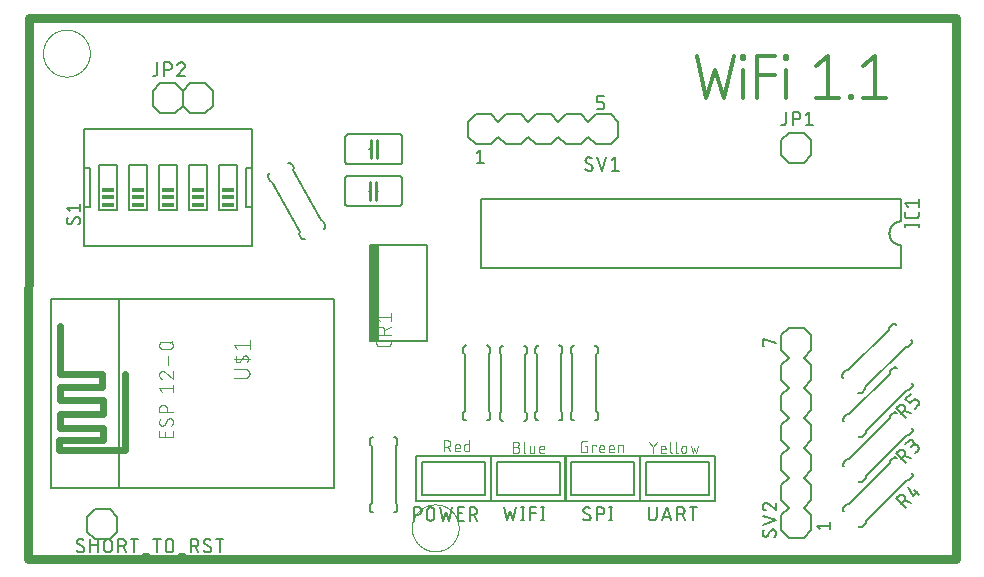
<source format=gto>
G04 EAGLE Gerber RS-274X export*
G75*
%MOMM*%
%FSLAX34Y34*%
%LPD*%
%INTop silk*%
%IPPOS*%
%AMOC8*
5,1,8,0,0,1.08239X$1,22.5*%
G01*
%ADD10C,0.762000*%
%ADD11C,0.076200*%
%ADD12C,0.304800*%
%ADD13C,0.000000*%
%ADD14C,0.152400*%
%ADD15C,0.254000*%
%ADD16C,0.127000*%
%ADD17C,0.609600*%
%ADD18C,0.101600*%
%ADD19R,1.016000X0.381000*%
%ADD20R,0.762000X8.128000*%


D10*
X1016Y-206126D02*
X786511Y-206126D01*
X787156Y251348D01*
X1661Y251993D01*
X1016Y-206126D01*
D11*
X353552Y-115273D02*
X353552Y-105875D01*
X356162Y-105875D01*
X356263Y-105877D01*
X356364Y-105883D01*
X356465Y-105893D01*
X356565Y-105906D01*
X356665Y-105924D01*
X356764Y-105945D01*
X356862Y-105971D01*
X356959Y-106000D01*
X357055Y-106032D01*
X357149Y-106069D01*
X357242Y-106109D01*
X357334Y-106153D01*
X357423Y-106200D01*
X357511Y-106251D01*
X357597Y-106305D01*
X357680Y-106362D01*
X357762Y-106422D01*
X357840Y-106486D01*
X357917Y-106552D01*
X357990Y-106622D01*
X358061Y-106694D01*
X358129Y-106769D01*
X358194Y-106847D01*
X358256Y-106927D01*
X358315Y-107009D01*
X358371Y-107094D01*
X358423Y-107181D01*
X358472Y-107269D01*
X358518Y-107360D01*
X358559Y-107452D01*
X358598Y-107546D01*
X358632Y-107641D01*
X358663Y-107737D01*
X358690Y-107835D01*
X358714Y-107933D01*
X358733Y-108033D01*
X358749Y-108133D01*
X358761Y-108233D01*
X358769Y-108334D01*
X358773Y-108435D01*
X358773Y-108537D01*
X358769Y-108638D01*
X358761Y-108739D01*
X358749Y-108839D01*
X358733Y-108939D01*
X358714Y-109039D01*
X358690Y-109137D01*
X358663Y-109235D01*
X358632Y-109331D01*
X358598Y-109426D01*
X358559Y-109520D01*
X358518Y-109612D01*
X358472Y-109703D01*
X358423Y-109792D01*
X358371Y-109878D01*
X358315Y-109963D01*
X358256Y-110045D01*
X358194Y-110125D01*
X358129Y-110203D01*
X358061Y-110278D01*
X357990Y-110350D01*
X357917Y-110420D01*
X357840Y-110486D01*
X357762Y-110550D01*
X357680Y-110610D01*
X357597Y-110667D01*
X357511Y-110721D01*
X357423Y-110772D01*
X357334Y-110819D01*
X357242Y-110863D01*
X357149Y-110903D01*
X357055Y-110940D01*
X356959Y-110972D01*
X356862Y-111001D01*
X356764Y-111027D01*
X356665Y-111048D01*
X356565Y-111066D01*
X356465Y-111079D01*
X356364Y-111089D01*
X356263Y-111095D01*
X356162Y-111097D01*
X356162Y-111096D02*
X353552Y-111096D01*
X356684Y-111096D02*
X358773Y-115273D01*
X364118Y-115273D02*
X366728Y-115273D01*
X364118Y-115273D02*
X364041Y-115271D01*
X363965Y-115265D01*
X363888Y-115256D01*
X363812Y-115243D01*
X363737Y-115226D01*
X363663Y-115206D01*
X363590Y-115181D01*
X363519Y-115154D01*
X363448Y-115123D01*
X363380Y-115088D01*
X363313Y-115050D01*
X363248Y-115009D01*
X363185Y-114965D01*
X363125Y-114918D01*
X363066Y-114867D01*
X363011Y-114814D01*
X362958Y-114759D01*
X362907Y-114700D01*
X362860Y-114640D01*
X362816Y-114577D01*
X362775Y-114512D01*
X362737Y-114445D01*
X362702Y-114377D01*
X362671Y-114306D01*
X362644Y-114235D01*
X362619Y-114162D01*
X362599Y-114088D01*
X362582Y-114013D01*
X362569Y-113937D01*
X362560Y-113860D01*
X362554Y-113784D01*
X362552Y-113707D01*
X362551Y-113707D02*
X362551Y-111096D01*
X362552Y-111096D02*
X362554Y-111006D01*
X362560Y-110917D01*
X362569Y-110827D01*
X362583Y-110738D01*
X362600Y-110650D01*
X362621Y-110563D01*
X362646Y-110476D01*
X362675Y-110391D01*
X362707Y-110307D01*
X362742Y-110225D01*
X362782Y-110144D01*
X362824Y-110065D01*
X362870Y-109988D01*
X362920Y-109913D01*
X362972Y-109840D01*
X363028Y-109769D01*
X363086Y-109701D01*
X363148Y-109636D01*
X363212Y-109573D01*
X363279Y-109513D01*
X363348Y-109456D01*
X363420Y-109402D01*
X363494Y-109351D01*
X363570Y-109303D01*
X363648Y-109259D01*
X363728Y-109218D01*
X363810Y-109180D01*
X363893Y-109146D01*
X363978Y-109116D01*
X364064Y-109089D01*
X364150Y-109066D01*
X364238Y-109047D01*
X364327Y-109032D01*
X364416Y-109020D01*
X364505Y-109012D01*
X364595Y-109008D01*
X364685Y-109008D01*
X364775Y-109012D01*
X364864Y-109020D01*
X364953Y-109032D01*
X365042Y-109047D01*
X365130Y-109066D01*
X365216Y-109089D01*
X365302Y-109116D01*
X365387Y-109146D01*
X365470Y-109180D01*
X365552Y-109218D01*
X365632Y-109259D01*
X365710Y-109303D01*
X365786Y-109351D01*
X365860Y-109402D01*
X365932Y-109456D01*
X366001Y-109513D01*
X366068Y-109573D01*
X366132Y-109636D01*
X366194Y-109701D01*
X366252Y-109769D01*
X366308Y-109840D01*
X366360Y-109913D01*
X366410Y-109988D01*
X366456Y-110065D01*
X366498Y-110144D01*
X366538Y-110225D01*
X366573Y-110307D01*
X366605Y-110391D01*
X366634Y-110476D01*
X366659Y-110563D01*
X366680Y-110650D01*
X366697Y-110738D01*
X366711Y-110827D01*
X366720Y-110917D01*
X366726Y-111006D01*
X366728Y-111096D01*
X366728Y-112140D01*
X362551Y-112140D01*
X374607Y-115273D02*
X374607Y-105875D01*
X374607Y-115273D02*
X371997Y-115273D01*
X371920Y-115271D01*
X371844Y-115265D01*
X371767Y-115256D01*
X371691Y-115243D01*
X371616Y-115226D01*
X371542Y-115206D01*
X371469Y-115181D01*
X371398Y-115154D01*
X371327Y-115123D01*
X371259Y-115088D01*
X371192Y-115050D01*
X371127Y-115009D01*
X371064Y-114965D01*
X371004Y-114918D01*
X370945Y-114867D01*
X370890Y-114814D01*
X370837Y-114759D01*
X370786Y-114700D01*
X370739Y-114640D01*
X370695Y-114577D01*
X370654Y-114512D01*
X370616Y-114445D01*
X370581Y-114377D01*
X370550Y-114306D01*
X370523Y-114235D01*
X370498Y-114162D01*
X370478Y-114088D01*
X370461Y-114013D01*
X370448Y-113937D01*
X370439Y-113860D01*
X370433Y-113784D01*
X370431Y-113707D01*
X370430Y-113707D02*
X370430Y-110574D01*
X370431Y-110574D02*
X370433Y-110497D01*
X370439Y-110421D01*
X370448Y-110344D01*
X370461Y-110268D01*
X370478Y-110193D01*
X370498Y-110119D01*
X370523Y-110046D01*
X370550Y-109975D01*
X370581Y-109904D01*
X370616Y-109836D01*
X370654Y-109769D01*
X370695Y-109704D01*
X370739Y-109641D01*
X370786Y-109581D01*
X370837Y-109522D01*
X370890Y-109467D01*
X370945Y-109414D01*
X371004Y-109363D01*
X371064Y-109316D01*
X371127Y-109272D01*
X371192Y-109231D01*
X371259Y-109193D01*
X371327Y-109158D01*
X371398Y-109127D01*
X371469Y-109100D01*
X371542Y-109075D01*
X371616Y-109055D01*
X371691Y-109038D01*
X371767Y-109025D01*
X371844Y-109016D01*
X371920Y-109010D01*
X371997Y-109008D01*
X374607Y-109008D01*
X527059Y-107186D02*
X530192Y-111624D01*
X533325Y-107186D01*
X530192Y-111624D02*
X530192Y-116584D01*
X538204Y-116584D02*
X540815Y-116584D01*
X538204Y-116583D02*
X538127Y-116581D01*
X538051Y-116575D01*
X537974Y-116566D01*
X537898Y-116553D01*
X537823Y-116536D01*
X537749Y-116516D01*
X537676Y-116491D01*
X537605Y-116464D01*
X537534Y-116433D01*
X537466Y-116398D01*
X537399Y-116360D01*
X537334Y-116319D01*
X537271Y-116275D01*
X537211Y-116228D01*
X537152Y-116177D01*
X537097Y-116124D01*
X537044Y-116069D01*
X536993Y-116010D01*
X536946Y-115950D01*
X536902Y-115887D01*
X536861Y-115822D01*
X536823Y-115755D01*
X536788Y-115687D01*
X536757Y-115616D01*
X536730Y-115545D01*
X536705Y-115472D01*
X536685Y-115398D01*
X536668Y-115323D01*
X536655Y-115247D01*
X536646Y-115170D01*
X536640Y-115094D01*
X536638Y-115017D01*
X536638Y-112407D01*
X536640Y-112317D01*
X536646Y-112228D01*
X536655Y-112138D01*
X536669Y-112049D01*
X536686Y-111961D01*
X536707Y-111874D01*
X536732Y-111787D01*
X536761Y-111702D01*
X536793Y-111618D01*
X536828Y-111536D01*
X536868Y-111455D01*
X536910Y-111376D01*
X536956Y-111299D01*
X537006Y-111224D01*
X537058Y-111151D01*
X537114Y-111080D01*
X537172Y-111012D01*
X537234Y-110947D01*
X537298Y-110884D01*
X537365Y-110824D01*
X537434Y-110767D01*
X537506Y-110713D01*
X537580Y-110662D01*
X537656Y-110614D01*
X537734Y-110570D01*
X537814Y-110529D01*
X537896Y-110491D01*
X537979Y-110457D01*
X538064Y-110427D01*
X538150Y-110400D01*
X538236Y-110377D01*
X538324Y-110358D01*
X538413Y-110343D01*
X538502Y-110331D01*
X538591Y-110323D01*
X538681Y-110319D01*
X538771Y-110319D01*
X538861Y-110323D01*
X538950Y-110331D01*
X539039Y-110343D01*
X539128Y-110358D01*
X539216Y-110377D01*
X539302Y-110400D01*
X539388Y-110427D01*
X539473Y-110457D01*
X539556Y-110491D01*
X539638Y-110529D01*
X539718Y-110570D01*
X539796Y-110614D01*
X539872Y-110662D01*
X539946Y-110713D01*
X540018Y-110767D01*
X540087Y-110824D01*
X540154Y-110884D01*
X540218Y-110947D01*
X540280Y-111012D01*
X540338Y-111080D01*
X540394Y-111151D01*
X540446Y-111224D01*
X540496Y-111299D01*
X540542Y-111376D01*
X540584Y-111455D01*
X540624Y-111536D01*
X540659Y-111618D01*
X540691Y-111702D01*
X540720Y-111787D01*
X540745Y-111874D01*
X540766Y-111961D01*
X540783Y-112049D01*
X540797Y-112138D01*
X540806Y-112228D01*
X540812Y-112317D01*
X540814Y-112407D01*
X540815Y-112407D02*
X540815Y-113451D01*
X536638Y-113451D01*
X544688Y-115017D02*
X544688Y-107186D01*
X544689Y-115017D02*
X544691Y-115094D01*
X544697Y-115170D01*
X544706Y-115247D01*
X544719Y-115323D01*
X544736Y-115398D01*
X544756Y-115472D01*
X544781Y-115545D01*
X544808Y-115616D01*
X544839Y-115687D01*
X544874Y-115755D01*
X544912Y-115822D01*
X544953Y-115887D01*
X544997Y-115950D01*
X545044Y-116010D01*
X545095Y-116069D01*
X545148Y-116124D01*
X545203Y-116177D01*
X545262Y-116228D01*
X545322Y-116275D01*
X545385Y-116319D01*
X545450Y-116360D01*
X545517Y-116398D01*
X545585Y-116433D01*
X545656Y-116464D01*
X545727Y-116491D01*
X545800Y-116516D01*
X545874Y-116536D01*
X545949Y-116553D01*
X546025Y-116566D01*
X546102Y-116575D01*
X546178Y-116581D01*
X546255Y-116583D01*
X549565Y-115017D02*
X549565Y-107186D01*
X549565Y-115017D02*
X549567Y-115094D01*
X549573Y-115170D01*
X549582Y-115247D01*
X549595Y-115323D01*
X549612Y-115398D01*
X549632Y-115472D01*
X549657Y-115545D01*
X549684Y-115616D01*
X549715Y-115687D01*
X549750Y-115755D01*
X549788Y-115822D01*
X549829Y-115887D01*
X549873Y-115950D01*
X549920Y-116010D01*
X549971Y-116069D01*
X550024Y-116124D01*
X550079Y-116177D01*
X550138Y-116228D01*
X550198Y-116275D01*
X550261Y-116319D01*
X550326Y-116360D01*
X550393Y-116398D01*
X550461Y-116433D01*
X550532Y-116464D01*
X550603Y-116491D01*
X550676Y-116516D01*
X550750Y-116536D01*
X550825Y-116553D01*
X550901Y-116566D01*
X550978Y-116575D01*
X551054Y-116581D01*
X551131Y-116583D01*
X554316Y-114495D02*
X554316Y-112407D01*
X554317Y-112407D02*
X554319Y-112317D01*
X554325Y-112228D01*
X554334Y-112138D01*
X554348Y-112049D01*
X554365Y-111961D01*
X554386Y-111874D01*
X554411Y-111787D01*
X554440Y-111702D01*
X554472Y-111618D01*
X554507Y-111536D01*
X554547Y-111455D01*
X554589Y-111376D01*
X554635Y-111299D01*
X554685Y-111224D01*
X554737Y-111151D01*
X554793Y-111080D01*
X554851Y-111012D01*
X554913Y-110947D01*
X554977Y-110884D01*
X555044Y-110824D01*
X555113Y-110767D01*
X555185Y-110713D01*
X555259Y-110662D01*
X555335Y-110614D01*
X555413Y-110570D01*
X555493Y-110529D01*
X555575Y-110491D01*
X555658Y-110457D01*
X555743Y-110427D01*
X555829Y-110400D01*
X555915Y-110377D01*
X556003Y-110358D01*
X556092Y-110343D01*
X556181Y-110331D01*
X556270Y-110323D01*
X556360Y-110319D01*
X556450Y-110319D01*
X556540Y-110323D01*
X556629Y-110331D01*
X556718Y-110343D01*
X556807Y-110358D01*
X556895Y-110377D01*
X556981Y-110400D01*
X557067Y-110427D01*
X557152Y-110457D01*
X557235Y-110491D01*
X557317Y-110529D01*
X557397Y-110570D01*
X557475Y-110614D01*
X557551Y-110662D01*
X557625Y-110713D01*
X557697Y-110767D01*
X557766Y-110824D01*
X557833Y-110884D01*
X557897Y-110947D01*
X557959Y-111012D01*
X558017Y-111080D01*
X558073Y-111151D01*
X558125Y-111224D01*
X558175Y-111299D01*
X558221Y-111376D01*
X558263Y-111455D01*
X558303Y-111536D01*
X558338Y-111618D01*
X558370Y-111702D01*
X558399Y-111787D01*
X558424Y-111874D01*
X558445Y-111961D01*
X558462Y-112049D01*
X558476Y-112138D01*
X558485Y-112228D01*
X558491Y-112317D01*
X558493Y-112407D01*
X558493Y-114495D01*
X558491Y-114585D01*
X558485Y-114674D01*
X558476Y-114764D01*
X558462Y-114853D01*
X558445Y-114941D01*
X558424Y-115028D01*
X558399Y-115115D01*
X558370Y-115200D01*
X558338Y-115284D01*
X558303Y-115366D01*
X558263Y-115447D01*
X558221Y-115526D01*
X558175Y-115603D01*
X558125Y-115678D01*
X558073Y-115751D01*
X558017Y-115822D01*
X557959Y-115890D01*
X557897Y-115955D01*
X557833Y-116018D01*
X557766Y-116078D01*
X557697Y-116135D01*
X557625Y-116189D01*
X557551Y-116240D01*
X557475Y-116288D01*
X557397Y-116332D01*
X557317Y-116373D01*
X557235Y-116411D01*
X557152Y-116445D01*
X557067Y-116475D01*
X556981Y-116502D01*
X556895Y-116525D01*
X556807Y-116544D01*
X556718Y-116559D01*
X556629Y-116571D01*
X556540Y-116579D01*
X556450Y-116583D01*
X556360Y-116583D01*
X556270Y-116579D01*
X556181Y-116571D01*
X556092Y-116559D01*
X556003Y-116544D01*
X555915Y-116525D01*
X555829Y-116502D01*
X555743Y-116475D01*
X555658Y-116445D01*
X555575Y-116411D01*
X555493Y-116373D01*
X555413Y-116332D01*
X555335Y-116288D01*
X555259Y-116240D01*
X555185Y-116189D01*
X555113Y-116135D01*
X555044Y-116078D01*
X554977Y-116018D01*
X554913Y-115955D01*
X554851Y-115890D01*
X554793Y-115822D01*
X554737Y-115751D01*
X554685Y-115678D01*
X554635Y-115603D01*
X554589Y-115526D01*
X554547Y-115447D01*
X554507Y-115366D01*
X554472Y-115284D01*
X554440Y-115200D01*
X554411Y-115115D01*
X554386Y-115028D01*
X554365Y-114941D01*
X554348Y-114853D01*
X554334Y-114764D01*
X554325Y-114674D01*
X554319Y-114585D01*
X554317Y-114495D01*
X562111Y-110318D02*
X563678Y-116584D01*
X565244Y-112407D01*
X566810Y-116584D01*
X568377Y-110318D01*
X474315Y-110882D02*
X472749Y-110882D01*
X474315Y-110882D02*
X474315Y-116103D01*
X471182Y-116103D01*
X471093Y-116101D01*
X471005Y-116095D01*
X470917Y-116086D01*
X470829Y-116073D01*
X470742Y-116056D01*
X470656Y-116036D01*
X470571Y-116011D01*
X470486Y-115984D01*
X470403Y-115952D01*
X470322Y-115918D01*
X470242Y-115879D01*
X470164Y-115838D01*
X470087Y-115793D01*
X470013Y-115745D01*
X469940Y-115694D01*
X469870Y-115640D01*
X469803Y-115582D01*
X469737Y-115522D01*
X469675Y-115460D01*
X469615Y-115394D01*
X469557Y-115327D01*
X469503Y-115257D01*
X469452Y-115184D01*
X469404Y-115110D01*
X469359Y-115033D01*
X469318Y-114955D01*
X469279Y-114875D01*
X469245Y-114794D01*
X469213Y-114711D01*
X469186Y-114626D01*
X469161Y-114541D01*
X469141Y-114455D01*
X469124Y-114368D01*
X469111Y-114280D01*
X469102Y-114192D01*
X469096Y-114104D01*
X469094Y-114015D01*
X469094Y-108794D01*
X469093Y-108794D02*
X469095Y-108703D01*
X469101Y-108612D01*
X469111Y-108521D01*
X469125Y-108431D01*
X469143Y-108342D01*
X469164Y-108253D01*
X469190Y-108166D01*
X469219Y-108080D01*
X469252Y-107995D01*
X469289Y-107911D01*
X469329Y-107829D01*
X469373Y-107750D01*
X469420Y-107672D01*
X469471Y-107596D01*
X469525Y-107522D01*
X469582Y-107451D01*
X469642Y-107383D01*
X469705Y-107317D01*
X469771Y-107254D01*
X469839Y-107194D01*
X469910Y-107137D01*
X469984Y-107083D01*
X470060Y-107032D01*
X470137Y-106985D01*
X470217Y-106941D01*
X470299Y-106901D01*
X470383Y-106864D01*
X470467Y-106831D01*
X470554Y-106802D01*
X470641Y-106776D01*
X470730Y-106755D01*
X470819Y-106737D01*
X470909Y-106723D01*
X471000Y-106713D01*
X471091Y-106707D01*
X471182Y-106705D01*
X474315Y-106705D01*
X478811Y-109838D02*
X478811Y-116103D01*
X478811Y-109838D02*
X481944Y-109838D01*
X481944Y-110882D01*
X486422Y-116103D02*
X489033Y-116103D01*
X486422Y-116103D02*
X486345Y-116101D01*
X486269Y-116095D01*
X486192Y-116086D01*
X486116Y-116073D01*
X486041Y-116056D01*
X485967Y-116036D01*
X485894Y-116011D01*
X485823Y-115984D01*
X485752Y-115953D01*
X485684Y-115918D01*
X485617Y-115880D01*
X485552Y-115839D01*
X485489Y-115795D01*
X485429Y-115748D01*
X485370Y-115697D01*
X485315Y-115644D01*
X485262Y-115589D01*
X485211Y-115530D01*
X485164Y-115470D01*
X485120Y-115407D01*
X485079Y-115342D01*
X485041Y-115275D01*
X485006Y-115207D01*
X484975Y-115136D01*
X484948Y-115065D01*
X484923Y-114992D01*
X484903Y-114918D01*
X484886Y-114843D01*
X484873Y-114767D01*
X484864Y-114690D01*
X484858Y-114614D01*
X484856Y-114537D01*
X484856Y-111927D01*
X484858Y-111837D01*
X484864Y-111748D01*
X484873Y-111658D01*
X484887Y-111569D01*
X484904Y-111481D01*
X484925Y-111394D01*
X484950Y-111307D01*
X484979Y-111222D01*
X485011Y-111138D01*
X485046Y-111056D01*
X485086Y-110975D01*
X485128Y-110896D01*
X485174Y-110819D01*
X485224Y-110744D01*
X485276Y-110671D01*
X485332Y-110600D01*
X485390Y-110532D01*
X485452Y-110467D01*
X485516Y-110404D01*
X485583Y-110344D01*
X485652Y-110287D01*
X485724Y-110233D01*
X485798Y-110182D01*
X485874Y-110134D01*
X485952Y-110090D01*
X486032Y-110049D01*
X486114Y-110011D01*
X486197Y-109977D01*
X486282Y-109947D01*
X486368Y-109920D01*
X486454Y-109897D01*
X486542Y-109878D01*
X486631Y-109863D01*
X486720Y-109851D01*
X486809Y-109843D01*
X486899Y-109839D01*
X486989Y-109839D01*
X487079Y-109843D01*
X487168Y-109851D01*
X487257Y-109863D01*
X487346Y-109878D01*
X487434Y-109897D01*
X487520Y-109920D01*
X487606Y-109947D01*
X487691Y-109977D01*
X487774Y-110011D01*
X487856Y-110049D01*
X487936Y-110090D01*
X488014Y-110134D01*
X488090Y-110182D01*
X488164Y-110233D01*
X488236Y-110287D01*
X488305Y-110344D01*
X488372Y-110404D01*
X488436Y-110467D01*
X488498Y-110532D01*
X488556Y-110600D01*
X488612Y-110671D01*
X488664Y-110744D01*
X488714Y-110819D01*
X488760Y-110896D01*
X488802Y-110975D01*
X488842Y-111056D01*
X488877Y-111138D01*
X488909Y-111222D01*
X488938Y-111307D01*
X488963Y-111394D01*
X488984Y-111481D01*
X489001Y-111569D01*
X489015Y-111658D01*
X489024Y-111748D01*
X489030Y-111837D01*
X489032Y-111927D01*
X489033Y-111927D02*
X489033Y-112971D01*
X484856Y-112971D01*
X494347Y-116103D02*
X496958Y-116103D01*
X494347Y-116103D02*
X494270Y-116101D01*
X494194Y-116095D01*
X494117Y-116086D01*
X494041Y-116073D01*
X493966Y-116056D01*
X493892Y-116036D01*
X493819Y-116011D01*
X493748Y-115984D01*
X493677Y-115953D01*
X493609Y-115918D01*
X493542Y-115880D01*
X493477Y-115839D01*
X493414Y-115795D01*
X493354Y-115748D01*
X493295Y-115697D01*
X493240Y-115644D01*
X493187Y-115589D01*
X493136Y-115530D01*
X493089Y-115470D01*
X493045Y-115407D01*
X493004Y-115342D01*
X492966Y-115275D01*
X492931Y-115207D01*
X492900Y-115136D01*
X492873Y-115065D01*
X492848Y-114992D01*
X492828Y-114918D01*
X492811Y-114843D01*
X492798Y-114767D01*
X492789Y-114690D01*
X492783Y-114614D01*
X492781Y-114537D01*
X492781Y-111927D01*
X492783Y-111837D01*
X492789Y-111748D01*
X492798Y-111658D01*
X492812Y-111569D01*
X492829Y-111481D01*
X492850Y-111394D01*
X492875Y-111307D01*
X492904Y-111222D01*
X492936Y-111138D01*
X492971Y-111056D01*
X493011Y-110975D01*
X493053Y-110896D01*
X493099Y-110819D01*
X493149Y-110744D01*
X493201Y-110671D01*
X493257Y-110600D01*
X493315Y-110532D01*
X493377Y-110467D01*
X493441Y-110404D01*
X493508Y-110344D01*
X493577Y-110287D01*
X493649Y-110233D01*
X493723Y-110182D01*
X493799Y-110134D01*
X493877Y-110090D01*
X493957Y-110049D01*
X494039Y-110011D01*
X494122Y-109977D01*
X494207Y-109947D01*
X494293Y-109920D01*
X494379Y-109897D01*
X494467Y-109878D01*
X494556Y-109863D01*
X494645Y-109851D01*
X494734Y-109843D01*
X494824Y-109839D01*
X494914Y-109839D01*
X495004Y-109843D01*
X495093Y-109851D01*
X495182Y-109863D01*
X495271Y-109878D01*
X495359Y-109897D01*
X495445Y-109920D01*
X495531Y-109947D01*
X495616Y-109977D01*
X495699Y-110011D01*
X495781Y-110049D01*
X495861Y-110090D01*
X495939Y-110134D01*
X496015Y-110182D01*
X496089Y-110233D01*
X496161Y-110287D01*
X496230Y-110344D01*
X496297Y-110404D01*
X496361Y-110467D01*
X496423Y-110532D01*
X496481Y-110600D01*
X496537Y-110671D01*
X496589Y-110744D01*
X496639Y-110819D01*
X496685Y-110896D01*
X496727Y-110975D01*
X496767Y-111056D01*
X496802Y-111138D01*
X496834Y-111222D01*
X496863Y-111307D01*
X496888Y-111394D01*
X496909Y-111481D01*
X496926Y-111569D01*
X496940Y-111658D01*
X496949Y-111748D01*
X496955Y-111837D01*
X496957Y-111927D01*
X496958Y-111927D02*
X496958Y-112971D01*
X492781Y-112971D01*
X501010Y-116103D02*
X501010Y-109838D01*
X503621Y-109838D01*
X503698Y-109840D01*
X503774Y-109846D01*
X503851Y-109855D01*
X503927Y-109868D01*
X504002Y-109885D01*
X504076Y-109905D01*
X504149Y-109930D01*
X504220Y-109957D01*
X504291Y-109988D01*
X504359Y-110023D01*
X504426Y-110061D01*
X504491Y-110102D01*
X504554Y-110146D01*
X504614Y-110193D01*
X504673Y-110244D01*
X504728Y-110297D01*
X504781Y-110352D01*
X504832Y-110411D01*
X504879Y-110471D01*
X504923Y-110534D01*
X504964Y-110599D01*
X505002Y-110666D01*
X505037Y-110734D01*
X505068Y-110805D01*
X505095Y-110876D01*
X505120Y-110949D01*
X505140Y-111023D01*
X505157Y-111098D01*
X505170Y-111174D01*
X505179Y-111250D01*
X505185Y-111327D01*
X505187Y-111404D01*
X505187Y-116103D01*
X414509Y-111342D02*
X411899Y-111342D01*
X414509Y-111342D02*
X414610Y-111344D01*
X414711Y-111350D01*
X414812Y-111360D01*
X414912Y-111373D01*
X415012Y-111391D01*
X415111Y-111412D01*
X415209Y-111438D01*
X415306Y-111467D01*
X415402Y-111499D01*
X415496Y-111536D01*
X415589Y-111576D01*
X415681Y-111620D01*
X415770Y-111667D01*
X415858Y-111718D01*
X415944Y-111772D01*
X416027Y-111829D01*
X416109Y-111889D01*
X416187Y-111953D01*
X416264Y-112019D01*
X416337Y-112089D01*
X416408Y-112161D01*
X416476Y-112236D01*
X416541Y-112314D01*
X416603Y-112394D01*
X416662Y-112476D01*
X416718Y-112561D01*
X416770Y-112648D01*
X416819Y-112736D01*
X416865Y-112827D01*
X416906Y-112919D01*
X416945Y-113013D01*
X416979Y-113108D01*
X417010Y-113204D01*
X417037Y-113302D01*
X417061Y-113400D01*
X417080Y-113500D01*
X417096Y-113600D01*
X417108Y-113700D01*
X417116Y-113801D01*
X417120Y-113902D01*
X417120Y-114004D01*
X417116Y-114105D01*
X417108Y-114206D01*
X417096Y-114306D01*
X417080Y-114406D01*
X417061Y-114506D01*
X417037Y-114604D01*
X417010Y-114702D01*
X416979Y-114798D01*
X416945Y-114893D01*
X416906Y-114987D01*
X416865Y-115079D01*
X416819Y-115170D01*
X416770Y-115259D01*
X416718Y-115345D01*
X416662Y-115430D01*
X416603Y-115512D01*
X416541Y-115592D01*
X416476Y-115670D01*
X416408Y-115745D01*
X416337Y-115817D01*
X416264Y-115887D01*
X416187Y-115953D01*
X416109Y-116017D01*
X416027Y-116077D01*
X415944Y-116134D01*
X415858Y-116188D01*
X415770Y-116239D01*
X415681Y-116286D01*
X415589Y-116330D01*
X415496Y-116370D01*
X415402Y-116407D01*
X415306Y-116439D01*
X415209Y-116468D01*
X415111Y-116494D01*
X415012Y-116515D01*
X414912Y-116533D01*
X414812Y-116546D01*
X414711Y-116556D01*
X414610Y-116562D01*
X414509Y-116564D01*
X414509Y-116563D02*
X411899Y-116563D01*
X411899Y-107165D01*
X414509Y-107165D01*
X414509Y-107166D02*
X414599Y-107168D01*
X414688Y-107174D01*
X414778Y-107183D01*
X414867Y-107197D01*
X414955Y-107214D01*
X415042Y-107235D01*
X415129Y-107260D01*
X415214Y-107289D01*
X415298Y-107321D01*
X415380Y-107356D01*
X415461Y-107396D01*
X415540Y-107438D01*
X415617Y-107484D01*
X415692Y-107534D01*
X415765Y-107586D01*
X415836Y-107642D01*
X415904Y-107700D01*
X415969Y-107762D01*
X416032Y-107826D01*
X416092Y-107893D01*
X416149Y-107962D01*
X416203Y-108034D01*
X416254Y-108108D01*
X416302Y-108184D01*
X416346Y-108262D01*
X416387Y-108342D01*
X416425Y-108424D01*
X416459Y-108507D01*
X416489Y-108592D01*
X416516Y-108678D01*
X416539Y-108764D01*
X416558Y-108852D01*
X416573Y-108941D01*
X416585Y-109030D01*
X416593Y-109119D01*
X416597Y-109209D01*
X416597Y-109299D01*
X416593Y-109389D01*
X416585Y-109478D01*
X416573Y-109567D01*
X416558Y-109656D01*
X416539Y-109744D01*
X416516Y-109830D01*
X416489Y-109916D01*
X416459Y-110001D01*
X416425Y-110084D01*
X416387Y-110166D01*
X416346Y-110246D01*
X416302Y-110324D01*
X416254Y-110400D01*
X416203Y-110474D01*
X416149Y-110546D01*
X416092Y-110615D01*
X416032Y-110682D01*
X415969Y-110746D01*
X415904Y-110808D01*
X415836Y-110866D01*
X415765Y-110922D01*
X415692Y-110974D01*
X415617Y-111024D01*
X415540Y-111070D01*
X415461Y-111112D01*
X415380Y-111152D01*
X415298Y-111187D01*
X415214Y-111219D01*
X415129Y-111248D01*
X415042Y-111273D01*
X414955Y-111294D01*
X414867Y-111311D01*
X414778Y-111325D01*
X414688Y-111334D01*
X414599Y-111340D01*
X414509Y-111342D01*
X420645Y-114997D02*
X420645Y-107165D01*
X420645Y-114997D02*
X420647Y-115074D01*
X420653Y-115150D01*
X420662Y-115227D01*
X420675Y-115303D01*
X420692Y-115378D01*
X420712Y-115452D01*
X420737Y-115525D01*
X420764Y-115596D01*
X420795Y-115667D01*
X420830Y-115735D01*
X420868Y-115802D01*
X420909Y-115867D01*
X420953Y-115930D01*
X421000Y-115990D01*
X421051Y-116049D01*
X421104Y-116104D01*
X421159Y-116157D01*
X421218Y-116208D01*
X421278Y-116255D01*
X421341Y-116299D01*
X421406Y-116340D01*
X421473Y-116378D01*
X421541Y-116413D01*
X421612Y-116444D01*
X421683Y-116471D01*
X421756Y-116496D01*
X421830Y-116516D01*
X421905Y-116533D01*
X421981Y-116546D01*
X422058Y-116555D01*
X422134Y-116561D01*
X422211Y-116563D01*
X425701Y-114997D02*
X425701Y-110298D01*
X425701Y-114997D02*
X425703Y-115074D01*
X425709Y-115150D01*
X425718Y-115227D01*
X425731Y-115303D01*
X425748Y-115378D01*
X425768Y-115452D01*
X425793Y-115525D01*
X425820Y-115596D01*
X425851Y-115667D01*
X425886Y-115735D01*
X425924Y-115802D01*
X425965Y-115867D01*
X426009Y-115930D01*
X426056Y-115990D01*
X426107Y-116049D01*
X426160Y-116104D01*
X426215Y-116157D01*
X426274Y-116208D01*
X426334Y-116255D01*
X426397Y-116299D01*
X426462Y-116340D01*
X426529Y-116378D01*
X426597Y-116413D01*
X426668Y-116444D01*
X426739Y-116471D01*
X426812Y-116496D01*
X426886Y-116516D01*
X426961Y-116533D01*
X427037Y-116546D01*
X427114Y-116555D01*
X427190Y-116561D01*
X427267Y-116563D01*
X429878Y-116563D01*
X429878Y-110298D01*
X435497Y-116563D02*
X438107Y-116563D01*
X435497Y-116563D02*
X435420Y-116561D01*
X435344Y-116555D01*
X435267Y-116546D01*
X435191Y-116533D01*
X435116Y-116516D01*
X435042Y-116496D01*
X434969Y-116471D01*
X434898Y-116444D01*
X434827Y-116413D01*
X434759Y-116378D01*
X434692Y-116340D01*
X434627Y-116299D01*
X434564Y-116255D01*
X434504Y-116208D01*
X434445Y-116157D01*
X434390Y-116104D01*
X434337Y-116049D01*
X434286Y-115990D01*
X434239Y-115930D01*
X434195Y-115867D01*
X434154Y-115802D01*
X434116Y-115735D01*
X434081Y-115667D01*
X434050Y-115596D01*
X434023Y-115525D01*
X433998Y-115452D01*
X433978Y-115378D01*
X433961Y-115303D01*
X433948Y-115227D01*
X433939Y-115150D01*
X433933Y-115074D01*
X433931Y-114997D01*
X433930Y-114997D02*
X433930Y-112387D01*
X433931Y-112387D02*
X433933Y-112297D01*
X433939Y-112208D01*
X433948Y-112118D01*
X433962Y-112029D01*
X433979Y-111941D01*
X434000Y-111854D01*
X434025Y-111767D01*
X434054Y-111682D01*
X434086Y-111598D01*
X434121Y-111516D01*
X434161Y-111435D01*
X434203Y-111356D01*
X434249Y-111279D01*
X434299Y-111204D01*
X434351Y-111131D01*
X434407Y-111060D01*
X434465Y-110992D01*
X434527Y-110927D01*
X434591Y-110864D01*
X434658Y-110804D01*
X434727Y-110747D01*
X434799Y-110693D01*
X434873Y-110642D01*
X434949Y-110594D01*
X435027Y-110550D01*
X435107Y-110509D01*
X435189Y-110471D01*
X435272Y-110437D01*
X435357Y-110407D01*
X435443Y-110380D01*
X435529Y-110357D01*
X435617Y-110338D01*
X435706Y-110323D01*
X435795Y-110311D01*
X435884Y-110303D01*
X435974Y-110299D01*
X436064Y-110299D01*
X436154Y-110303D01*
X436243Y-110311D01*
X436332Y-110323D01*
X436421Y-110338D01*
X436509Y-110357D01*
X436595Y-110380D01*
X436681Y-110407D01*
X436766Y-110437D01*
X436849Y-110471D01*
X436931Y-110509D01*
X437011Y-110550D01*
X437089Y-110594D01*
X437165Y-110642D01*
X437239Y-110693D01*
X437311Y-110747D01*
X437380Y-110804D01*
X437447Y-110864D01*
X437511Y-110927D01*
X437573Y-110992D01*
X437631Y-111060D01*
X437687Y-111131D01*
X437739Y-111204D01*
X437789Y-111279D01*
X437835Y-111356D01*
X437877Y-111435D01*
X437917Y-111516D01*
X437952Y-111598D01*
X437984Y-111682D01*
X438013Y-111767D01*
X438038Y-111854D01*
X438059Y-111941D01*
X438076Y-112029D01*
X438090Y-112118D01*
X438099Y-112208D01*
X438105Y-112297D01*
X438107Y-112387D01*
X438107Y-113431D01*
X433930Y-113431D01*
D12*
X575119Y184104D02*
X567329Y219156D01*
X582908Y207472D02*
X575119Y184104D01*
X590697Y184104D02*
X582908Y207472D01*
X598487Y219156D02*
X590697Y184104D01*
X606720Y184104D02*
X606720Y207472D01*
X605747Y217209D02*
X605747Y219156D01*
X607694Y219156D01*
X607694Y217209D01*
X605747Y217209D01*
X617925Y219156D02*
X617925Y184104D01*
X617925Y219156D02*
X633503Y219156D01*
X633503Y203578D02*
X617925Y203578D01*
X642915Y207472D02*
X642915Y184104D01*
X641942Y217209D02*
X641942Y219156D01*
X643889Y219156D01*
X643889Y217209D01*
X641942Y217209D01*
X668421Y211367D02*
X678158Y219156D01*
X678158Y184104D01*
X668421Y184104D02*
X687895Y184104D01*
X697187Y184104D02*
X697187Y186052D01*
X699134Y186052D01*
X699134Y184104D01*
X697187Y184104D01*
X708426Y211367D02*
X718163Y219156D01*
X718163Y184104D01*
X708426Y184104D02*
X727900Y184104D01*
D13*
X13704Y221935D02*
X13710Y222422D01*
X13728Y222909D01*
X13758Y223395D01*
X13800Y223880D01*
X13853Y224364D01*
X13919Y224847D01*
X13996Y225328D01*
X14085Y225806D01*
X14186Y226283D01*
X14299Y226757D01*
X14423Y227228D01*
X14558Y227695D01*
X14706Y228160D01*
X14864Y228620D01*
X15034Y229077D01*
X15215Y229529D01*
X15406Y229977D01*
X15609Y230419D01*
X15823Y230857D01*
X16047Y231289D01*
X16282Y231716D01*
X16527Y232137D01*
X16783Y232551D01*
X17048Y232960D01*
X17324Y233361D01*
X17609Y233756D01*
X17904Y234144D01*
X18208Y234524D01*
X18522Y234897D01*
X18845Y235261D01*
X19176Y235618D01*
X19516Y235967D01*
X19865Y236307D01*
X20222Y236638D01*
X20586Y236961D01*
X20959Y237275D01*
X21339Y237579D01*
X21727Y237874D01*
X22122Y238159D01*
X22523Y238435D01*
X22932Y238700D01*
X23346Y238956D01*
X23767Y239201D01*
X24194Y239436D01*
X24626Y239660D01*
X25064Y239874D01*
X25506Y240077D01*
X25954Y240268D01*
X26406Y240449D01*
X26863Y240619D01*
X27323Y240777D01*
X27788Y240925D01*
X28255Y241060D01*
X28726Y241184D01*
X29200Y241297D01*
X29677Y241398D01*
X30155Y241487D01*
X30636Y241564D01*
X31119Y241630D01*
X31603Y241683D01*
X32088Y241725D01*
X32574Y241755D01*
X33061Y241773D01*
X33548Y241779D01*
X34035Y241773D01*
X34522Y241755D01*
X35008Y241725D01*
X35493Y241683D01*
X35977Y241630D01*
X36460Y241564D01*
X36941Y241487D01*
X37419Y241398D01*
X37896Y241297D01*
X38370Y241184D01*
X38841Y241060D01*
X39308Y240925D01*
X39773Y240777D01*
X40233Y240619D01*
X40690Y240449D01*
X41142Y240268D01*
X41590Y240077D01*
X42032Y239874D01*
X42470Y239660D01*
X42902Y239436D01*
X43329Y239201D01*
X43750Y238956D01*
X44164Y238700D01*
X44573Y238435D01*
X44974Y238159D01*
X45369Y237874D01*
X45757Y237579D01*
X46137Y237275D01*
X46510Y236961D01*
X46874Y236638D01*
X47231Y236307D01*
X47580Y235967D01*
X47920Y235618D01*
X48251Y235261D01*
X48574Y234897D01*
X48888Y234524D01*
X49192Y234144D01*
X49487Y233756D01*
X49772Y233361D01*
X50048Y232960D01*
X50313Y232551D01*
X50569Y232137D01*
X50814Y231716D01*
X51049Y231289D01*
X51273Y230857D01*
X51487Y230419D01*
X51690Y229977D01*
X51881Y229529D01*
X52062Y229077D01*
X52232Y228620D01*
X52390Y228160D01*
X52538Y227695D01*
X52673Y227228D01*
X52797Y226757D01*
X52910Y226283D01*
X53011Y225806D01*
X53100Y225328D01*
X53177Y224847D01*
X53243Y224364D01*
X53296Y223880D01*
X53338Y223395D01*
X53368Y222909D01*
X53386Y222422D01*
X53392Y221935D01*
X53386Y221448D01*
X53368Y220961D01*
X53338Y220475D01*
X53296Y219990D01*
X53243Y219506D01*
X53177Y219023D01*
X53100Y218542D01*
X53011Y218064D01*
X52910Y217587D01*
X52797Y217113D01*
X52673Y216642D01*
X52538Y216175D01*
X52390Y215710D01*
X52232Y215250D01*
X52062Y214793D01*
X51881Y214341D01*
X51690Y213893D01*
X51487Y213451D01*
X51273Y213013D01*
X51049Y212581D01*
X50814Y212154D01*
X50569Y211733D01*
X50313Y211319D01*
X50048Y210910D01*
X49772Y210509D01*
X49487Y210114D01*
X49192Y209726D01*
X48888Y209346D01*
X48574Y208973D01*
X48251Y208609D01*
X47920Y208252D01*
X47580Y207903D01*
X47231Y207563D01*
X46874Y207232D01*
X46510Y206909D01*
X46137Y206595D01*
X45757Y206291D01*
X45369Y205996D01*
X44974Y205711D01*
X44573Y205435D01*
X44164Y205170D01*
X43750Y204914D01*
X43329Y204669D01*
X42902Y204434D01*
X42470Y204210D01*
X42032Y203996D01*
X41590Y203793D01*
X41142Y203602D01*
X40690Y203421D01*
X40233Y203251D01*
X39773Y203093D01*
X39308Y202945D01*
X38841Y202810D01*
X38370Y202686D01*
X37896Y202573D01*
X37419Y202472D01*
X36941Y202383D01*
X36460Y202306D01*
X35977Y202240D01*
X35493Y202187D01*
X35008Y202145D01*
X34522Y202115D01*
X34035Y202097D01*
X33548Y202091D01*
X33061Y202097D01*
X32574Y202115D01*
X32088Y202145D01*
X31603Y202187D01*
X31119Y202240D01*
X30636Y202306D01*
X30155Y202383D01*
X29677Y202472D01*
X29200Y202573D01*
X28726Y202686D01*
X28255Y202810D01*
X27788Y202945D01*
X27323Y203093D01*
X26863Y203251D01*
X26406Y203421D01*
X25954Y203602D01*
X25506Y203793D01*
X25064Y203996D01*
X24626Y204210D01*
X24194Y204434D01*
X23767Y204669D01*
X23346Y204914D01*
X22932Y205170D01*
X22523Y205435D01*
X22122Y205711D01*
X21727Y205996D01*
X21339Y206291D01*
X20959Y206595D01*
X20586Y206909D01*
X20222Y207232D01*
X19865Y207563D01*
X19516Y207903D01*
X19176Y208252D01*
X18845Y208609D01*
X18522Y208973D01*
X18208Y209346D01*
X17904Y209726D01*
X17609Y210114D01*
X17324Y210509D01*
X17048Y210910D01*
X16783Y211319D01*
X16527Y211733D01*
X16282Y212154D01*
X16047Y212581D01*
X15823Y213013D01*
X15609Y213451D01*
X15406Y213893D01*
X15215Y214341D01*
X15034Y214793D01*
X14864Y215250D01*
X14706Y215710D01*
X14558Y216175D01*
X14423Y216642D01*
X14299Y217113D01*
X14186Y217587D01*
X14085Y218064D01*
X13996Y218542D01*
X13919Y219023D01*
X13853Y219506D01*
X13800Y219990D01*
X13758Y220475D01*
X13728Y220961D01*
X13710Y221448D01*
X13704Y221935D01*
X325962Y-180000D02*
X325968Y-179513D01*
X325986Y-179026D01*
X326016Y-178540D01*
X326058Y-178055D01*
X326111Y-177571D01*
X326177Y-177088D01*
X326254Y-176607D01*
X326343Y-176129D01*
X326444Y-175652D01*
X326557Y-175178D01*
X326681Y-174707D01*
X326816Y-174240D01*
X326964Y-173775D01*
X327122Y-173315D01*
X327292Y-172858D01*
X327473Y-172406D01*
X327664Y-171958D01*
X327867Y-171516D01*
X328081Y-171078D01*
X328305Y-170646D01*
X328540Y-170219D01*
X328785Y-169798D01*
X329041Y-169384D01*
X329306Y-168975D01*
X329582Y-168574D01*
X329867Y-168179D01*
X330162Y-167791D01*
X330466Y-167411D01*
X330780Y-167038D01*
X331103Y-166674D01*
X331434Y-166317D01*
X331774Y-165968D01*
X332123Y-165628D01*
X332480Y-165297D01*
X332844Y-164974D01*
X333217Y-164660D01*
X333597Y-164356D01*
X333985Y-164061D01*
X334380Y-163776D01*
X334781Y-163500D01*
X335190Y-163235D01*
X335604Y-162979D01*
X336025Y-162734D01*
X336452Y-162499D01*
X336884Y-162275D01*
X337322Y-162061D01*
X337764Y-161858D01*
X338212Y-161667D01*
X338664Y-161486D01*
X339121Y-161316D01*
X339581Y-161158D01*
X340046Y-161010D01*
X340513Y-160875D01*
X340984Y-160751D01*
X341458Y-160638D01*
X341935Y-160537D01*
X342413Y-160448D01*
X342894Y-160371D01*
X343377Y-160305D01*
X343861Y-160252D01*
X344346Y-160210D01*
X344832Y-160180D01*
X345319Y-160162D01*
X345806Y-160156D01*
X346293Y-160162D01*
X346780Y-160180D01*
X347266Y-160210D01*
X347751Y-160252D01*
X348235Y-160305D01*
X348718Y-160371D01*
X349199Y-160448D01*
X349677Y-160537D01*
X350154Y-160638D01*
X350628Y-160751D01*
X351099Y-160875D01*
X351566Y-161010D01*
X352031Y-161158D01*
X352491Y-161316D01*
X352948Y-161486D01*
X353400Y-161667D01*
X353848Y-161858D01*
X354290Y-162061D01*
X354728Y-162275D01*
X355160Y-162499D01*
X355587Y-162734D01*
X356008Y-162979D01*
X356422Y-163235D01*
X356831Y-163500D01*
X357232Y-163776D01*
X357627Y-164061D01*
X358015Y-164356D01*
X358395Y-164660D01*
X358768Y-164974D01*
X359132Y-165297D01*
X359489Y-165628D01*
X359838Y-165968D01*
X360178Y-166317D01*
X360509Y-166674D01*
X360832Y-167038D01*
X361146Y-167411D01*
X361450Y-167791D01*
X361745Y-168179D01*
X362030Y-168574D01*
X362306Y-168975D01*
X362571Y-169384D01*
X362827Y-169798D01*
X363072Y-170219D01*
X363307Y-170646D01*
X363531Y-171078D01*
X363745Y-171516D01*
X363948Y-171958D01*
X364139Y-172406D01*
X364320Y-172858D01*
X364490Y-173315D01*
X364648Y-173775D01*
X364796Y-174240D01*
X364931Y-174707D01*
X365055Y-175178D01*
X365168Y-175652D01*
X365269Y-176129D01*
X365358Y-176607D01*
X365435Y-177088D01*
X365501Y-177571D01*
X365554Y-178055D01*
X365596Y-178540D01*
X365626Y-179026D01*
X365644Y-179513D01*
X365650Y-180000D01*
X365644Y-180487D01*
X365626Y-180974D01*
X365596Y-181460D01*
X365554Y-181945D01*
X365501Y-182429D01*
X365435Y-182912D01*
X365358Y-183393D01*
X365269Y-183871D01*
X365168Y-184348D01*
X365055Y-184822D01*
X364931Y-185293D01*
X364796Y-185760D01*
X364648Y-186225D01*
X364490Y-186685D01*
X364320Y-187142D01*
X364139Y-187594D01*
X363948Y-188042D01*
X363745Y-188484D01*
X363531Y-188922D01*
X363307Y-189354D01*
X363072Y-189781D01*
X362827Y-190202D01*
X362571Y-190616D01*
X362306Y-191025D01*
X362030Y-191426D01*
X361745Y-191821D01*
X361450Y-192209D01*
X361146Y-192589D01*
X360832Y-192962D01*
X360509Y-193326D01*
X360178Y-193683D01*
X359838Y-194032D01*
X359489Y-194372D01*
X359132Y-194703D01*
X358768Y-195026D01*
X358395Y-195340D01*
X358015Y-195644D01*
X357627Y-195939D01*
X357232Y-196224D01*
X356831Y-196500D01*
X356422Y-196765D01*
X356008Y-197021D01*
X355587Y-197266D01*
X355160Y-197501D01*
X354728Y-197725D01*
X354290Y-197939D01*
X353848Y-198142D01*
X353400Y-198333D01*
X352948Y-198514D01*
X352491Y-198684D01*
X352031Y-198842D01*
X351566Y-198990D01*
X351099Y-199125D01*
X350628Y-199249D01*
X350154Y-199362D01*
X349677Y-199463D01*
X349199Y-199552D01*
X348718Y-199629D01*
X348235Y-199695D01*
X347751Y-199748D01*
X347266Y-199790D01*
X346780Y-199820D01*
X346293Y-199838D01*
X345806Y-199844D01*
X345319Y-199838D01*
X344832Y-199820D01*
X344346Y-199790D01*
X343861Y-199748D01*
X343377Y-199695D01*
X342894Y-199629D01*
X342413Y-199552D01*
X341935Y-199463D01*
X341458Y-199362D01*
X340984Y-199249D01*
X340513Y-199125D01*
X340046Y-198990D01*
X339581Y-198842D01*
X339121Y-198684D01*
X338664Y-198514D01*
X338212Y-198333D01*
X337764Y-198142D01*
X337322Y-197939D01*
X336884Y-197725D01*
X336452Y-197501D01*
X336025Y-197266D01*
X335604Y-197021D01*
X335190Y-196765D01*
X334781Y-196500D01*
X334380Y-196224D01*
X333985Y-195939D01*
X333597Y-195644D01*
X333217Y-195340D01*
X332844Y-195026D01*
X332480Y-194703D01*
X332123Y-194372D01*
X331774Y-194032D01*
X331434Y-193683D01*
X331103Y-193326D01*
X330780Y-192962D01*
X330466Y-192589D01*
X330162Y-192209D01*
X329867Y-191821D01*
X329582Y-191426D01*
X329306Y-191025D01*
X329041Y-190616D01*
X328785Y-190202D01*
X328540Y-189781D01*
X328305Y-189354D01*
X328081Y-188922D01*
X327867Y-188484D01*
X327664Y-188042D01*
X327473Y-187594D01*
X327292Y-187142D01*
X327122Y-186685D01*
X326964Y-186225D01*
X326816Y-185760D01*
X326681Y-185293D01*
X326557Y-184822D01*
X326444Y-184348D01*
X326343Y-183871D01*
X326254Y-183393D01*
X326177Y-182912D01*
X326111Y-182429D01*
X326058Y-181945D01*
X326016Y-181460D01*
X325986Y-180974D01*
X325968Y-180487D01*
X325962Y-180000D01*
D14*
X423487Y-28275D02*
X423485Y-28175D01*
X423479Y-28076D01*
X423469Y-27976D01*
X423456Y-27878D01*
X423438Y-27779D01*
X423417Y-27682D01*
X423392Y-27586D01*
X423363Y-27490D01*
X423330Y-27396D01*
X423294Y-27303D01*
X423254Y-27212D01*
X423210Y-27122D01*
X423163Y-27034D01*
X423113Y-26948D01*
X423059Y-26864D01*
X423002Y-26782D01*
X422942Y-26703D01*
X422878Y-26625D01*
X422812Y-26551D01*
X422743Y-26479D01*
X422671Y-26410D01*
X422597Y-26344D01*
X422519Y-26280D01*
X422440Y-26220D01*
X422358Y-26163D01*
X422274Y-26109D01*
X422188Y-26059D01*
X422100Y-26012D01*
X422010Y-25968D01*
X421919Y-25928D01*
X421826Y-25892D01*
X421732Y-25859D01*
X421636Y-25830D01*
X421540Y-25805D01*
X421443Y-25784D01*
X421344Y-25766D01*
X421246Y-25753D01*
X421146Y-25743D01*
X421047Y-25737D01*
X420947Y-25735D01*
X403167Y-25735D02*
X403067Y-25737D01*
X402968Y-25743D01*
X402868Y-25753D01*
X402770Y-25766D01*
X402671Y-25784D01*
X402574Y-25805D01*
X402478Y-25830D01*
X402382Y-25859D01*
X402288Y-25892D01*
X402195Y-25928D01*
X402104Y-25968D01*
X402014Y-26012D01*
X401926Y-26059D01*
X401840Y-26109D01*
X401756Y-26163D01*
X401674Y-26220D01*
X401595Y-26280D01*
X401517Y-26344D01*
X401443Y-26410D01*
X401371Y-26479D01*
X401302Y-26551D01*
X401236Y-26625D01*
X401172Y-26703D01*
X401112Y-26782D01*
X401055Y-26864D01*
X401001Y-26948D01*
X400951Y-27034D01*
X400904Y-27122D01*
X400860Y-27212D01*
X400820Y-27303D01*
X400784Y-27396D01*
X400751Y-27490D01*
X400722Y-27586D01*
X400697Y-27682D01*
X400676Y-27779D01*
X400658Y-27878D01*
X400645Y-27976D01*
X400635Y-28076D01*
X400629Y-28175D01*
X400627Y-28275D01*
X400627Y-86695D02*
X400629Y-86795D01*
X400635Y-86894D01*
X400645Y-86994D01*
X400658Y-87092D01*
X400676Y-87191D01*
X400697Y-87288D01*
X400722Y-87384D01*
X400751Y-87480D01*
X400784Y-87574D01*
X400820Y-87667D01*
X400860Y-87758D01*
X400904Y-87848D01*
X400951Y-87936D01*
X401001Y-88022D01*
X401055Y-88106D01*
X401112Y-88188D01*
X401172Y-88267D01*
X401236Y-88345D01*
X401302Y-88419D01*
X401371Y-88491D01*
X401443Y-88560D01*
X401517Y-88626D01*
X401595Y-88690D01*
X401674Y-88750D01*
X401756Y-88807D01*
X401840Y-88861D01*
X401926Y-88911D01*
X402014Y-88958D01*
X402104Y-89002D01*
X402195Y-89042D01*
X402288Y-89078D01*
X402382Y-89111D01*
X402478Y-89140D01*
X402574Y-89165D01*
X402671Y-89186D01*
X402770Y-89204D01*
X402868Y-89217D01*
X402968Y-89227D01*
X403067Y-89233D01*
X403167Y-89235D01*
X420947Y-89235D02*
X421047Y-89233D01*
X421146Y-89227D01*
X421246Y-89217D01*
X421344Y-89204D01*
X421443Y-89186D01*
X421540Y-89165D01*
X421636Y-89140D01*
X421732Y-89111D01*
X421826Y-89078D01*
X421919Y-89042D01*
X422010Y-89002D01*
X422100Y-88958D01*
X422188Y-88911D01*
X422274Y-88861D01*
X422358Y-88807D01*
X422440Y-88750D01*
X422519Y-88690D01*
X422597Y-88626D01*
X422671Y-88560D01*
X422743Y-88491D01*
X422812Y-88419D01*
X422878Y-88345D01*
X422942Y-88267D01*
X423002Y-88188D01*
X423059Y-88106D01*
X423113Y-88022D01*
X423163Y-87936D01*
X423210Y-87848D01*
X423254Y-87758D01*
X423294Y-87667D01*
X423330Y-87574D01*
X423363Y-87480D01*
X423392Y-87384D01*
X423417Y-87288D01*
X423438Y-87191D01*
X423456Y-87092D01*
X423469Y-86994D01*
X423479Y-86894D01*
X423485Y-86795D01*
X423487Y-86695D01*
X423487Y-32085D02*
X423487Y-28275D01*
X423487Y-32085D02*
X422217Y-33355D01*
X400627Y-32085D02*
X400627Y-28275D01*
X400627Y-32085D02*
X401897Y-33355D01*
X422217Y-81615D02*
X423487Y-82885D01*
X422217Y-81615D02*
X422217Y-33355D01*
X401897Y-81615D02*
X400627Y-82885D01*
X401897Y-81615D02*
X401897Y-33355D01*
X423487Y-82885D02*
X423487Y-86695D01*
X400627Y-86695D02*
X400627Y-82885D01*
X315438Y127897D02*
X272258Y127897D01*
X272258Y153297D02*
X315438Y153297D01*
X269718Y150757D02*
X269718Y130437D01*
X317978Y130437D02*
X317978Y150757D01*
X272258Y127897D02*
X272158Y127899D01*
X272059Y127905D01*
X271959Y127915D01*
X271861Y127928D01*
X271762Y127946D01*
X271665Y127967D01*
X271569Y127992D01*
X271473Y128021D01*
X271379Y128054D01*
X271286Y128090D01*
X271195Y128130D01*
X271105Y128174D01*
X271017Y128221D01*
X270931Y128271D01*
X270847Y128325D01*
X270765Y128382D01*
X270686Y128442D01*
X270608Y128506D01*
X270534Y128572D01*
X270462Y128641D01*
X270393Y128713D01*
X270327Y128787D01*
X270263Y128865D01*
X270203Y128944D01*
X270146Y129026D01*
X270092Y129110D01*
X270042Y129196D01*
X269995Y129284D01*
X269951Y129374D01*
X269911Y129465D01*
X269875Y129558D01*
X269842Y129652D01*
X269813Y129748D01*
X269788Y129844D01*
X269767Y129941D01*
X269749Y130040D01*
X269736Y130138D01*
X269726Y130238D01*
X269720Y130337D01*
X269718Y130437D01*
X315438Y127897D02*
X315538Y127899D01*
X315637Y127905D01*
X315737Y127915D01*
X315835Y127928D01*
X315934Y127946D01*
X316031Y127967D01*
X316127Y127992D01*
X316223Y128021D01*
X316317Y128054D01*
X316410Y128090D01*
X316501Y128130D01*
X316591Y128174D01*
X316679Y128221D01*
X316765Y128271D01*
X316849Y128325D01*
X316931Y128382D01*
X317010Y128442D01*
X317088Y128506D01*
X317162Y128572D01*
X317234Y128641D01*
X317303Y128713D01*
X317369Y128787D01*
X317433Y128865D01*
X317493Y128944D01*
X317550Y129026D01*
X317604Y129110D01*
X317654Y129196D01*
X317701Y129284D01*
X317745Y129374D01*
X317785Y129465D01*
X317821Y129558D01*
X317854Y129652D01*
X317883Y129748D01*
X317908Y129844D01*
X317929Y129941D01*
X317947Y130040D01*
X317960Y130138D01*
X317970Y130238D01*
X317976Y130337D01*
X317978Y130437D01*
X272258Y153297D02*
X272158Y153295D01*
X272059Y153289D01*
X271959Y153279D01*
X271861Y153266D01*
X271762Y153248D01*
X271665Y153227D01*
X271569Y153202D01*
X271473Y153173D01*
X271379Y153140D01*
X271286Y153104D01*
X271195Y153064D01*
X271105Y153020D01*
X271017Y152973D01*
X270931Y152923D01*
X270847Y152869D01*
X270765Y152812D01*
X270686Y152752D01*
X270608Y152688D01*
X270534Y152622D01*
X270462Y152553D01*
X270393Y152481D01*
X270327Y152407D01*
X270263Y152329D01*
X270203Y152250D01*
X270146Y152168D01*
X270092Y152084D01*
X270042Y151998D01*
X269995Y151910D01*
X269951Y151820D01*
X269911Y151729D01*
X269875Y151636D01*
X269842Y151542D01*
X269813Y151446D01*
X269788Y151350D01*
X269767Y151253D01*
X269749Y151154D01*
X269736Y151056D01*
X269726Y150956D01*
X269720Y150857D01*
X269718Y150757D01*
X315438Y153297D02*
X315538Y153295D01*
X315637Y153289D01*
X315737Y153279D01*
X315835Y153266D01*
X315934Y153248D01*
X316031Y153227D01*
X316127Y153202D01*
X316223Y153173D01*
X316317Y153140D01*
X316410Y153104D01*
X316501Y153064D01*
X316591Y153020D01*
X316679Y152973D01*
X316765Y152923D01*
X316849Y152869D01*
X316931Y152812D01*
X317010Y152752D01*
X317088Y152688D01*
X317162Y152622D01*
X317234Y152553D01*
X317303Y152481D01*
X317369Y152407D01*
X317433Y152329D01*
X317493Y152250D01*
X317550Y152168D01*
X317604Y152084D01*
X317654Y151998D01*
X317701Y151910D01*
X317745Y151820D01*
X317785Y151729D01*
X317821Y151636D01*
X317854Y151542D01*
X317883Y151446D01*
X317908Y151350D01*
X317929Y151253D01*
X317947Y151154D01*
X317960Y151056D01*
X317970Y150956D01*
X317976Y150857D01*
X317978Y150757D01*
X291308Y140597D02*
X290038Y140597D01*
D15*
X291308Y140597D02*
X291308Y132977D01*
X291308Y140597D02*
X291308Y148217D01*
X296388Y140597D02*
X296388Y132977D01*
X296388Y140597D02*
X296388Y148217D01*
D14*
X296388Y140597D02*
X297658Y140597D01*
X329268Y-119464D02*
X392768Y-119464D01*
X392768Y-157564D01*
X329268Y-157564D01*
X329268Y-119464D01*
X334348Y-124544D02*
X387688Y-124544D01*
X387688Y-152484D01*
X334348Y-152484D01*
X334348Y-124544D01*
D16*
X327927Y-162380D02*
X327927Y-173810D01*
X327927Y-162380D02*
X331102Y-162380D01*
X331213Y-162382D01*
X331323Y-162388D01*
X331434Y-162397D01*
X331544Y-162411D01*
X331653Y-162428D01*
X331762Y-162449D01*
X331870Y-162474D01*
X331977Y-162503D01*
X332083Y-162535D01*
X332188Y-162571D01*
X332291Y-162611D01*
X332393Y-162654D01*
X332494Y-162701D01*
X332593Y-162752D01*
X332690Y-162805D01*
X332784Y-162862D01*
X332877Y-162923D01*
X332968Y-162986D01*
X333057Y-163053D01*
X333143Y-163123D01*
X333226Y-163196D01*
X333308Y-163271D01*
X333386Y-163349D01*
X333461Y-163431D01*
X333534Y-163514D01*
X333604Y-163600D01*
X333671Y-163689D01*
X333734Y-163780D01*
X333795Y-163873D01*
X333852Y-163968D01*
X333905Y-164064D01*
X333956Y-164163D01*
X334003Y-164264D01*
X334046Y-164366D01*
X334086Y-164469D01*
X334122Y-164574D01*
X334154Y-164680D01*
X334183Y-164787D01*
X334208Y-164895D01*
X334229Y-165004D01*
X334246Y-165113D01*
X334260Y-165223D01*
X334269Y-165334D01*
X334275Y-165444D01*
X334277Y-165555D01*
X334275Y-165666D01*
X334269Y-165776D01*
X334260Y-165887D01*
X334246Y-165997D01*
X334229Y-166106D01*
X334208Y-166215D01*
X334183Y-166323D01*
X334154Y-166430D01*
X334122Y-166536D01*
X334086Y-166641D01*
X334046Y-166744D01*
X334003Y-166846D01*
X333956Y-166947D01*
X333905Y-167046D01*
X333852Y-167143D01*
X333795Y-167237D01*
X333734Y-167330D01*
X333671Y-167421D01*
X333604Y-167510D01*
X333534Y-167596D01*
X333461Y-167679D01*
X333386Y-167761D01*
X333308Y-167839D01*
X333226Y-167914D01*
X333143Y-167987D01*
X333057Y-168057D01*
X332968Y-168124D01*
X332877Y-168187D01*
X332784Y-168248D01*
X332690Y-168305D01*
X332593Y-168358D01*
X332494Y-168409D01*
X332393Y-168456D01*
X332291Y-168499D01*
X332188Y-168539D01*
X332083Y-168575D01*
X331977Y-168607D01*
X331870Y-168636D01*
X331762Y-168661D01*
X331653Y-168682D01*
X331544Y-168699D01*
X331434Y-168713D01*
X331323Y-168722D01*
X331213Y-168728D01*
X331102Y-168730D01*
X327927Y-168730D01*
X338786Y-170635D02*
X338786Y-165555D01*
X338788Y-165444D01*
X338794Y-165334D01*
X338803Y-165223D01*
X338817Y-165113D01*
X338834Y-165004D01*
X338855Y-164895D01*
X338880Y-164787D01*
X338909Y-164680D01*
X338941Y-164574D01*
X338977Y-164469D01*
X339017Y-164366D01*
X339060Y-164264D01*
X339107Y-164163D01*
X339158Y-164064D01*
X339211Y-163968D01*
X339268Y-163873D01*
X339329Y-163780D01*
X339392Y-163689D01*
X339459Y-163600D01*
X339529Y-163514D01*
X339602Y-163431D01*
X339677Y-163349D01*
X339755Y-163271D01*
X339837Y-163196D01*
X339920Y-163123D01*
X340006Y-163053D01*
X340095Y-162986D01*
X340186Y-162923D01*
X340279Y-162862D01*
X340374Y-162805D01*
X340470Y-162752D01*
X340569Y-162701D01*
X340670Y-162654D01*
X340772Y-162611D01*
X340875Y-162571D01*
X340980Y-162535D01*
X341086Y-162503D01*
X341193Y-162474D01*
X341301Y-162449D01*
X341410Y-162428D01*
X341519Y-162411D01*
X341629Y-162397D01*
X341740Y-162388D01*
X341850Y-162382D01*
X341961Y-162380D01*
X342072Y-162382D01*
X342182Y-162388D01*
X342293Y-162397D01*
X342403Y-162411D01*
X342512Y-162428D01*
X342621Y-162449D01*
X342729Y-162474D01*
X342836Y-162503D01*
X342942Y-162535D01*
X343047Y-162571D01*
X343150Y-162611D01*
X343252Y-162654D01*
X343353Y-162701D01*
X343452Y-162752D01*
X343549Y-162805D01*
X343643Y-162862D01*
X343736Y-162923D01*
X343827Y-162986D01*
X343916Y-163053D01*
X344002Y-163123D01*
X344085Y-163196D01*
X344167Y-163271D01*
X344245Y-163349D01*
X344320Y-163431D01*
X344393Y-163514D01*
X344463Y-163600D01*
X344530Y-163689D01*
X344593Y-163780D01*
X344654Y-163873D01*
X344711Y-163968D01*
X344764Y-164064D01*
X344815Y-164163D01*
X344862Y-164264D01*
X344905Y-164366D01*
X344945Y-164469D01*
X344981Y-164574D01*
X345013Y-164680D01*
X345042Y-164787D01*
X345067Y-164895D01*
X345088Y-165004D01*
X345105Y-165113D01*
X345119Y-165223D01*
X345128Y-165334D01*
X345134Y-165444D01*
X345136Y-165555D01*
X345136Y-170635D01*
X345134Y-170746D01*
X345128Y-170856D01*
X345119Y-170967D01*
X345105Y-171077D01*
X345088Y-171186D01*
X345067Y-171295D01*
X345042Y-171403D01*
X345013Y-171510D01*
X344981Y-171616D01*
X344945Y-171721D01*
X344905Y-171824D01*
X344862Y-171926D01*
X344815Y-172027D01*
X344764Y-172126D01*
X344711Y-172223D01*
X344654Y-172317D01*
X344593Y-172410D01*
X344530Y-172501D01*
X344463Y-172590D01*
X344393Y-172676D01*
X344320Y-172759D01*
X344245Y-172841D01*
X344167Y-172919D01*
X344085Y-172994D01*
X344002Y-173067D01*
X343916Y-173137D01*
X343827Y-173204D01*
X343736Y-173267D01*
X343643Y-173328D01*
X343548Y-173385D01*
X343452Y-173438D01*
X343353Y-173489D01*
X343252Y-173536D01*
X343150Y-173579D01*
X343047Y-173619D01*
X342942Y-173655D01*
X342836Y-173687D01*
X342729Y-173716D01*
X342621Y-173741D01*
X342512Y-173762D01*
X342403Y-173779D01*
X342293Y-173793D01*
X342182Y-173802D01*
X342072Y-173808D01*
X341961Y-173810D01*
X341850Y-173808D01*
X341740Y-173802D01*
X341629Y-173793D01*
X341519Y-173779D01*
X341410Y-173762D01*
X341301Y-173741D01*
X341193Y-173716D01*
X341086Y-173687D01*
X340980Y-173655D01*
X340875Y-173619D01*
X340772Y-173579D01*
X340670Y-173536D01*
X340569Y-173489D01*
X340470Y-173438D01*
X340374Y-173385D01*
X340279Y-173328D01*
X340186Y-173267D01*
X340095Y-173204D01*
X340006Y-173137D01*
X339920Y-173067D01*
X339837Y-172994D01*
X339755Y-172919D01*
X339677Y-172841D01*
X339602Y-172759D01*
X339529Y-172676D01*
X339459Y-172590D01*
X339392Y-172501D01*
X339329Y-172410D01*
X339268Y-172317D01*
X339211Y-172223D01*
X339158Y-172126D01*
X339107Y-172027D01*
X339060Y-171926D01*
X339017Y-171824D01*
X338977Y-171721D01*
X338941Y-171616D01*
X338909Y-171510D01*
X338880Y-171403D01*
X338855Y-171295D01*
X338834Y-171186D01*
X338817Y-171077D01*
X338803Y-170967D01*
X338794Y-170856D01*
X338788Y-170746D01*
X338786Y-170635D01*
X349835Y-162380D02*
X352375Y-173810D01*
X354915Y-166190D01*
X357455Y-173810D01*
X359995Y-162380D01*
X365100Y-173810D02*
X370180Y-173810D01*
X365100Y-173810D02*
X365100Y-162380D01*
X370180Y-162380D01*
X368910Y-167460D02*
X365100Y-167460D01*
X375063Y-162380D02*
X375063Y-173810D01*
X375063Y-162380D02*
X378238Y-162380D01*
X378349Y-162382D01*
X378459Y-162388D01*
X378570Y-162397D01*
X378680Y-162411D01*
X378789Y-162428D01*
X378898Y-162449D01*
X379006Y-162474D01*
X379113Y-162503D01*
X379219Y-162535D01*
X379324Y-162571D01*
X379427Y-162611D01*
X379529Y-162654D01*
X379630Y-162701D01*
X379729Y-162752D01*
X379826Y-162805D01*
X379920Y-162862D01*
X380013Y-162923D01*
X380104Y-162986D01*
X380193Y-163053D01*
X380279Y-163123D01*
X380362Y-163196D01*
X380444Y-163271D01*
X380522Y-163349D01*
X380597Y-163431D01*
X380670Y-163514D01*
X380740Y-163600D01*
X380807Y-163689D01*
X380870Y-163780D01*
X380931Y-163873D01*
X380988Y-163968D01*
X381041Y-164064D01*
X381092Y-164163D01*
X381139Y-164264D01*
X381182Y-164366D01*
X381222Y-164469D01*
X381258Y-164574D01*
X381290Y-164680D01*
X381319Y-164787D01*
X381344Y-164895D01*
X381365Y-165004D01*
X381382Y-165113D01*
X381396Y-165223D01*
X381405Y-165334D01*
X381411Y-165444D01*
X381413Y-165555D01*
X381411Y-165666D01*
X381405Y-165776D01*
X381396Y-165887D01*
X381382Y-165997D01*
X381365Y-166106D01*
X381344Y-166215D01*
X381319Y-166323D01*
X381290Y-166430D01*
X381258Y-166536D01*
X381222Y-166641D01*
X381182Y-166744D01*
X381139Y-166846D01*
X381092Y-166947D01*
X381041Y-167046D01*
X380988Y-167143D01*
X380931Y-167237D01*
X380870Y-167330D01*
X380807Y-167421D01*
X380740Y-167510D01*
X380670Y-167596D01*
X380597Y-167679D01*
X380522Y-167761D01*
X380444Y-167839D01*
X380362Y-167914D01*
X380279Y-167987D01*
X380193Y-168057D01*
X380104Y-168124D01*
X380013Y-168187D01*
X379920Y-168248D01*
X379826Y-168305D01*
X379729Y-168358D01*
X379630Y-168409D01*
X379529Y-168456D01*
X379427Y-168499D01*
X379324Y-168539D01*
X379219Y-168575D01*
X379113Y-168607D01*
X379006Y-168636D01*
X378898Y-168661D01*
X378789Y-168682D01*
X378680Y-168699D01*
X378570Y-168713D01*
X378459Y-168722D01*
X378349Y-168728D01*
X378238Y-168730D01*
X375063Y-168730D01*
X378873Y-168730D02*
X381413Y-173810D01*
D14*
X455768Y-119464D02*
X519268Y-119464D01*
X519268Y-157564D01*
X455768Y-157564D01*
X455768Y-119464D01*
X460848Y-124544D02*
X514188Y-124544D01*
X514188Y-152484D01*
X460848Y-152484D01*
X460848Y-124544D01*
D16*
X477368Y-171209D02*
X477366Y-171309D01*
X477360Y-171408D01*
X477350Y-171508D01*
X477337Y-171606D01*
X477319Y-171705D01*
X477298Y-171802D01*
X477273Y-171898D01*
X477244Y-171994D01*
X477211Y-172088D01*
X477175Y-172181D01*
X477135Y-172272D01*
X477091Y-172362D01*
X477044Y-172450D01*
X476994Y-172536D01*
X476940Y-172620D01*
X476883Y-172702D01*
X476823Y-172781D01*
X476759Y-172859D01*
X476693Y-172933D01*
X476624Y-173005D01*
X476552Y-173074D01*
X476478Y-173140D01*
X476400Y-173204D01*
X476321Y-173264D01*
X476239Y-173321D01*
X476155Y-173375D01*
X476069Y-173425D01*
X475981Y-173472D01*
X475891Y-173516D01*
X475800Y-173556D01*
X475707Y-173592D01*
X475613Y-173625D01*
X475517Y-173654D01*
X475421Y-173679D01*
X475324Y-173700D01*
X475225Y-173718D01*
X475127Y-173731D01*
X475027Y-173741D01*
X474928Y-173747D01*
X474828Y-173749D01*
X474687Y-173747D01*
X474546Y-173742D01*
X474405Y-173732D01*
X474264Y-173719D01*
X474124Y-173703D01*
X473984Y-173682D01*
X473845Y-173658D01*
X473706Y-173630D01*
X473569Y-173599D01*
X473432Y-173564D01*
X473296Y-173526D01*
X473161Y-173484D01*
X473028Y-173438D01*
X472895Y-173389D01*
X472764Y-173336D01*
X472635Y-173280D01*
X472506Y-173221D01*
X472380Y-173158D01*
X472255Y-173092D01*
X472132Y-173023D01*
X472011Y-172950D01*
X471892Y-172874D01*
X471774Y-172795D01*
X471659Y-172714D01*
X471547Y-172629D01*
X471436Y-172541D01*
X471328Y-172450D01*
X471222Y-172357D01*
X471119Y-172260D01*
X471018Y-172161D01*
X471336Y-164859D02*
X471338Y-164759D01*
X471344Y-164660D01*
X471354Y-164560D01*
X471367Y-164462D01*
X471385Y-164363D01*
X471406Y-164266D01*
X471431Y-164170D01*
X471460Y-164074D01*
X471493Y-163980D01*
X471529Y-163887D01*
X471569Y-163796D01*
X471613Y-163706D01*
X471660Y-163618D01*
X471710Y-163532D01*
X471764Y-163448D01*
X471821Y-163366D01*
X471881Y-163287D01*
X471945Y-163209D01*
X472011Y-163135D01*
X472080Y-163063D01*
X472152Y-162994D01*
X472226Y-162928D01*
X472304Y-162864D01*
X472383Y-162804D01*
X472465Y-162747D01*
X472549Y-162693D01*
X472635Y-162643D01*
X472723Y-162596D01*
X472813Y-162552D01*
X472904Y-162512D01*
X472997Y-162476D01*
X473091Y-162443D01*
X473187Y-162414D01*
X473283Y-162389D01*
X473380Y-162368D01*
X473479Y-162350D01*
X473577Y-162337D01*
X473677Y-162327D01*
X473776Y-162321D01*
X473876Y-162319D01*
X474009Y-162321D01*
X474142Y-162326D01*
X474275Y-162336D01*
X474408Y-162349D01*
X474540Y-162366D01*
X474672Y-162386D01*
X474803Y-162410D01*
X474933Y-162438D01*
X475063Y-162469D01*
X475191Y-162504D01*
X475319Y-162543D01*
X475445Y-162585D01*
X475570Y-162631D01*
X475694Y-162680D01*
X475817Y-162732D01*
X475938Y-162788D01*
X476057Y-162848D01*
X476175Y-162910D01*
X476290Y-162976D01*
X476404Y-163045D01*
X476516Y-163118D01*
X476626Y-163193D01*
X476734Y-163272D01*
X472606Y-167082D02*
X472522Y-167030D01*
X472439Y-166975D01*
X472359Y-166916D01*
X472281Y-166855D01*
X472206Y-166791D01*
X472133Y-166723D01*
X472062Y-166653D01*
X471995Y-166581D01*
X471930Y-166506D01*
X471868Y-166428D01*
X471809Y-166348D01*
X471753Y-166266D01*
X471701Y-166182D01*
X471652Y-166096D01*
X471606Y-166008D01*
X471563Y-165918D01*
X471524Y-165827D01*
X471489Y-165734D01*
X471457Y-165640D01*
X471429Y-165545D01*
X471404Y-165449D01*
X471384Y-165352D01*
X471366Y-165254D01*
X471353Y-165156D01*
X471344Y-165057D01*
X471338Y-164958D01*
X471336Y-164859D01*
X476099Y-168986D02*
X476183Y-169038D01*
X476266Y-169093D01*
X476346Y-169152D01*
X476424Y-169213D01*
X476499Y-169277D01*
X476572Y-169345D01*
X476643Y-169415D01*
X476710Y-169487D01*
X476775Y-169562D01*
X476837Y-169640D01*
X476896Y-169720D01*
X476952Y-169802D01*
X477004Y-169886D01*
X477053Y-169972D01*
X477099Y-170060D01*
X477142Y-170150D01*
X477181Y-170241D01*
X477216Y-170334D01*
X477248Y-170428D01*
X477276Y-170523D01*
X477301Y-170619D01*
X477321Y-170716D01*
X477339Y-170814D01*
X477352Y-170912D01*
X477361Y-171011D01*
X477367Y-171110D01*
X477369Y-171209D01*
X476098Y-168987D02*
X472606Y-167082D01*
X482639Y-162319D02*
X482639Y-173749D01*
X482639Y-162319D02*
X485814Y-162319D01*
X485925Y-162321D01*
X486035Y-162327D01*
X486146Y-162336D01*
X486256Y-162350D01*
X486365Y-162367D01*
X486474Y-162388D01*
X486582Y-162413D01*
X486689Y-162442D01*
X486795Y-162474D01*
X486900Y-162510D01*
X487003Y-162550D01*
X487105Y-162593D01*
X487206Y-162640D01*
X487305Y-162691D01*
X487402Y-162744D01*
X487496Y-162801D01*
X487589Y-162862D01*
X487680Y-162925D01*
X487769Y-162992D01*
X487855Y-163062D01*
X487938Y-163135D01*
X488020Y-163210D01*
X488098Y-163288D01*
X488173Y-163370D01*
X488246Y-163453D01*
X488316Y-163539D01*
X488383Y-163628D01*
X488446Y-163719D01*
X488507Y-163812D01*
X488564Y-163907D01*
X488617Y-164003D01*
X488668Y-164102D01*
X488715Y-164203D01*
X488758Y-164305D01*
X488798Y-164408D01*
X488834Y-164513D01*
X488866Y-164619D01*
X488895Y-164726D01*
X488920Y-164834D01*
X488941Y-164943D01*
X488958Y-165052D01*
X488972Y-165162D01*
X488981Y-165273D01*
X488987Y-165383D01*
X488989Y-165494D01*
X488987Y-165605D01*
X488981Y-165715D01*
X488972Y-165826D01*
X488958Y-165936D01*
X488941Y-166045D01*
X488920Y-166154D01*
X488895Y-166262D01*
X488866Y-166369D01*
X488834Y-166475D01*
X488798Y-166580D01*
X488758Y-166683D01*
X488715Y-166785D01*
X488668Y-166886D01*
X488617Y-166985D01*
X488564Y-167082D01*
X488507Y-167176D01*
X488446Y-167269D01*
X488383Y-167360D01*
X488316Y-167449D01*
X488246Y-167535D01*
X488173Y-167618D01*
X488098Y-167700D01*
X488020Y-167778D01*
X487938Y-167853D01*
X487855Y-167926D01*
X487769Y-167996D01*
X487680Y-168063D01*
X487589Y-168126D01*
X487496Y-168187D01*
X487402Y-168244D01*
X487305Y-168297D01*
X487206Y-168348D01*
X487105Y-168395D01*
X487003Y-168438D01*
X486900Y-168478D01*
X486795Y-168514D01*
X486689Y-168546D01*
X486582Y-168575D01*
X486474Y-168600D01*
X486365Y-168621D01*
X486256Y-168638D01*
X486146Y-168652D01*
X486035Y-168661D01*
X485925Y-168667D01*
X485814Y-168669D01*
X482639Y-168669D01*
X494386Y-173749D02*
X494386Y-162319D01*
X493116Y-173749D02*
X495656Y-173749D01*
X495656Y-162319D02*
X493116Y-162319D01*
D14*
X519268Y-119464D02*
X582768Y-119464D01*
X582768Y-157564D01*
X519268Y-157564D01*
X519268Y-119464D01*
X524348Y-124544D02*
X577688Y-124544D01*
X577688Y-152484D01*
X524348Y-152484D01*
X524348Y-124544D01*
D16*
X526878Y-162319D02*
X526878Y-170574D01*
X526880Y-170685D01*
X526886Y-170795D01*
X526895Y-170906D01*
X526909Y-171016D01*
X526926Y-171125D01*
X526947Y-171234D01*
X526972Y-171342D01*
X527001Y-171449D01*
X527033Y-171555D01*
X527069Y-171660D01*
X527109Y-171763D01*
X527152Y-171865D01*
X527199Y-171966D01*
X527250Y-172065D01*
X527303Y-172162D01*
X527360Y-172256D01*
X527421Y-172349D01*
X527484Y-172440D01*
X527551Y-172529D01*
X527621Y-172615D01*
X527694Y-172698D01*
X527769Y-172780D01*
X527847Y-172858D01*
X527929Y-172933D01*
X528012Y-173006D01*
X528098Y-173076D01*
X528187Y-173143D01*
X528278Y-173206D01*
X528371Y-173267D01*
X528466Y-173324D01*
X528562Y-173377D01*
X528661Y-173428D01*
X528762Y-173475D01*
X528864Y-173518D01*
X528967Y-173558D01*
X529072Y-173594D01*
X529178Y-173626D01*
X529285Y-173655D01*
X529393Y-173680D01*
X529502Y-173701D01*
X529611Y-173718D01*
X529721Y-173732D01*
X529832Y-173741D01*
X529942Y-173747D01*
X530053Y-173749D01*
X530164Y-173747D01*
X530274Y-173741D01*
X530385Y-173732D01*
X530495Y-173718D01*
X530604Y-173701D01*
X530713Y-173680D01*
X530821Y-173655D01*
X530928Y-173626D01*
X531034Y-173594D01*
X531139Y-173558D01*
X531242Y-173518D01*
X531344Y-173475D01*
X531445Y-173428D01*
X531544Y-173377D01*
X531641Y-173324D01*
X531735Y-173267D01*
X531828Y-173206D01*
X531919Y-173143D01*
X532008Y-173076D01*
X532094Y-173006D01*
X532177Y-172933D01*
X532259Y-172858D01*
X532337Y-172780D01*
X532412Y-172698D01*
X532485Y-172615D01*
X532555Y-172529D01*
X532622Y-172440D01*
X532685Y-172349D01*
X532746Y-172256D01*
X532803Y-172162D01*
X532856Y-172065D01*
X532907Y-171966D01*
X532954Y-171865D01*
X532997Y-171763D01*
X533037Y-171660D01*
X533073Y-171555D01*
X533105Y-171449D01*
X533134Y-171342D01*
X533159Y-171234D01*
X533180Y-171125D01*
X533197Y-171016D01*
X533211Y-170906D01*
X533220Y-170795D01*
X533226Y-170685D01*
X533228Y-170574D01*
X533228Y-162319D01*
X541864Y-162319D02*
X538054Y-173749D01*
X545674Y-173749D02*
X541864Y-162319D01*
X544721Y-170892D02*
X539006Y-170892D01*
X550583Y-173749D02*
X550583Y-162319D01*
X553758Y-162319D01*
X553869Y-162321D01*
X553979Y-162327D01*
X554090Y-162336D01*
X554200Y-162350D01*
X554309Y-162367D01*
X554418Y-162388D01*
X554526Y-162413D01*
X554633Y-162442D01*
X554739Y-162474D01*
X554844Y-162510D01*
X554947Y-162550D01*
X555049Y-162593D01*
X555150Y-162640D01*
X555249Y-162691D01*
X555346Y-162744D01*
X555440Y-162801D01*
X555533Y-162862D01*
X555624Y-162925D01*
X555713Y-162992D01*
X555799Y-163062D01*
X555882Y-163135D01*
X555964Y-163210D01*
X556042Y-163288D01*
X556117Y-163370D01*
X556190Y-163453D01*
X556260Y-163539D01*
X556327Y-163628D01*
X556390Y-163719D01*
X556451Y-163812D01*
X556508Y-163907D01*
X556561Y-164003D01*
X556612Y-164102D01*
X556659Y-164203D01*
X556702Y-164305D01*
X556742Y-164408D01*
X556778Y-164513D01*
X556810Y-164619D01*
X556839Y-164726D01*
X556864Y-164834D01*
X556885Y-164943D01*
X556902Y-165052D01*
X556916Y-165162D01*
X556925Y-165273D01*
X556931Y-165383D01*
X556933Y-165494D01*
X556931Y-165605D01*
X556925Y-165715D01*
X556916Y-165826D01*
X556902Y-165936D01*
X556885Y-166045D01*
X556864Y-166154D01*
X556839Y-166262D01*
X556810Y-166369D01*
X556778Y-166475D01*
X556742Y-166580D01*
X556702Y-166683D01*
X556659Y-166785D01*
X556612Y-166886D01*
X556561Y-166985D01*
X556508Y-167082D01*
X556451Y-167176D01*
X556390Y-167269D01*
X556327Y-167360D01*
X556260Y-167449D01*
X556190Y-167535D01*
X556117Y-167618D01*
X556042Y-167700D01*
X555964Y-167778D01*
X555882Y-167853D01*
X555799Y-167926D01*
X555713Y-167996D01*
X555624Y-168063D01*
X555533Y-168126D01*
X555440Y-168187D01*
X555346Y-168244D01*
X555249Y-168297D01*
X555150Y-168348D01*
X555049Y-168395D01*
X554947Y-168438D01*
X554844Y-168478D01*
X554739Y-168514D01*
X554633Y-168546D01*
X554526Y-168575D01*
X554418Y-168600D01*
X554309Y-168621D01*
X554200Y-168638D01*
X554090Y-168652D01*
X553979Y-168661D01*
X553869Y-168667D01*
X553758Y-168669D01*
X550583Y-168669D01*
X554393Y-168669D02*
X556933Y-173749D01*
X564343Y-173749D02*
X564343Y-162319D01*
X561168Y-162319D02*
X567518Y-162319D01*
D14*
X456268Y-119464D02*
X392768Y-119464D01*
X456268Y-119464D02*
X456268Y-157564D01*
X392768Y-157564D01*
X392768Y-119464D01*
X397848Y-124544D02*
X451188Y-124544D01*
X451188Y-152484D01*
X397848Y-152484D01*
X397848Y-124544D01*
D16*
X404188Y-162319D02*
X406728Y-173749D01*
X409268Y-166129D01*
X411808Y-173749D01*
X414348Y-162319D01*
X419936Y-162319D02*
X419936Y-173749D01*
X418666Y-173749D02*
X421206Y-173749D01*
X421206Y-162319D02*
X418666Y-162319D01*
X426311Y-162319D02*
X426311Y-173749D01*
X426311Y-162319D02*
X431391Y-162319D01*
X431391Y-167399D02*
X426311Y-167399D01*
X436700Y-162319D02*
X436700Y-173749D01*
X435430Y-173749D02*
X437970Y-173749D01*
X437970Y-162319D02*
X435430Y-162319D01*
D14*
X453584Y-28085D02*
X453582Y-27985D01*
X453576Y-27886D01*
X453566Y-27786D01*
X453553Y-27688D01*
X453535Y-27589D01*
X453514Y-27492D01*
X453489Y-27396D01*
X453460Y-27300D01*
X453427Y-27206D01*
X453391Y-27113D01*
X453351Y-27022D01*
X453307Y-26932D01*
X453260Y-26844D01*
X453210Y-26758D01*
X453156Y-26674D01*
X453099Y-26592D01*
X453039Y-26513D01*
X452975Y-26435D01*
X452909Y-26361D01*
X452840Y-26289D01*
X452768Y-26220D01*
X452694Y-26154D01*
X452616Y-26090D01*
X452537Y-26030D01*
X452455Y-25973D01*
X452371Y-25919D01*
X452285Y-25869D01*
X452197Y-25822D01*
X452107Y-25778D01*
X452016Y-25738D01*
X451923Y-25702D01*
X451829Y-25669D01*
X451733Y-25640D01*
X451637Y-25615D01*
X451540Y-25594D01*
X451441Y-25576D01*
X451343Y-25563D01*
X451243Y-25553D01*
X451144Y-25547D01*
X451044Y-25545D01*
X433264Y-25545D02*
X433164Y-25547D01*
X433065Y-25553D01*
X432965Y-25563D01*
X432867Y-25576D01*
X432768Y-25594D01*
X432671Y-25615D01*
X432575Y-25640D01*
X432479Y-25669D01*
X432385Y-25702D01*
X432292Y-25738D01*
X432201Y-25778D01*
X432111Y-25822D01*
X432023Y-25869D01*
X431937Y-25919D01*
X431853Y-25973D01*
X431771Y-26030D01*
X431692Y-26090D01*
X431614Y-26154D01*
X431540Y-26220D01*
X431468Y-26289D01*
X431399Y-26361D01*
X431333Y-26435D01*
X431269Y-26513D01*
X431209Y-26592D01*
X431152Y-26674D01*
X431098Y-26758D01*
X431048Y-26844D01*
X431001Y-26932D01*
X430957Y-27022D01*
X430917Y-27113D01*
X430881Y-27206D01*
X430848Y-27300D01*
X430819Y-27396D01*
X430794Y-27492D01*
X430773Y-27589D01*
X430755Y-27688D01*
X430742Y-27786D01*
X430732Y-27886D01*
X430726Y-27985D01*
X430724Y-28085D01*
X430724Y-86505D02*
X430726Y-86605D01*
X430732Y-86704D01*
X430742Y-86804D01*
X430755Y-86902D01*
X430773Y-87001D01*
X430794Y-87098D01*
X430819Y-87194D01*
X430848Y-87290D01*
X430881Y-87384D01*
X430917Y-87477D01*
X430957Y-87568D01*
X431001Y-87658D01*
X431048Y-87746D01*
X431098Y-87832D01*
X431152Y-87916D01*
X431209Y-87998D01*
X431269Y-88077D01*
X431333Y-88155D01*
X431399Y-88229D01*
X431468Y-88301D01*
X431540Y-88370D01*
X431614Y-88436D01*
X431692Y-88500D01*
X431771Y-88560D01*
X431853Y-88617D01*
X431937Y-88671D01*
X432023Y-88721D01*
X432111Y-88768D01*
X432201Y-88812D01*
X432292Y-88852D01*
X432385Y-88888D01*
X432479Y-88921D01*
X432575Y-88950D01*
X432671Y-88975D01*
X432768Y-88996D01*
X432867Y-89014D01*
X432965Y-89027D01*
X433065Y-89037D01*
X433164Y-89043D01*
X433264Y-89045D01*
X451044Y-89045D02*
X451144Y-89043D01*
X451243Y-89037D01*
X451343Y-89027D01*
X451441Y-89014D01*
X451540Y-88996D01*
X451637Y-88975D01*
X451733Y-88950D01*
X451829Y-88921D01*
X451923Y-88888D01*
X452016Y-88852D01*
X452107Y-88812D01*
X452197Y-88768D01*
X452285Y-88721D01*
X452371Y-88671D01*
X452455Y-88617D01*
X452537Y-88560D01*
X452616Y-88500D01*
X452694Y-88436D01*
X452768Y-88370D01*
X452840Y-88301D01*
X452909Y-88229D01*
X452975Y-88155D01*
X453039Y-88077D01*
X453099Y-87998D01*
X453156Y-87916D01*
X453210Y-87832D01*
X453260Y-87746D01*
X453307Y-87658D01*
X453351Y-87568D01*
X453391Y-87477D01*
X453427Y-87384D01*
X453460Y-87290D01*
X453489Y-87194D01*
X453514Y-87098D01*
X453535Y-87001D01*
X453553Y-86902D01*
X453566Y-86804D01*
X453576Y-86704D01*
X453582Y-86605D01*
X453584Y-86505D01*
X453584Y-31895D02*
X453584Y-28085D01*
X453584Y-31895D02*
X452314Y-33165D01*
X430724Y-31895D02*
X430724Y-28085D01*
X430724Y-31895D02*
X431994Y-33165D01*
X452314Y-81425D02*
X453584Y-82695D01*
X452314Y-81425D02*
X452314Y-33165D01*
X431994Y-81425D02*
X430724Y-82695D01*
X431994Y-81425D02*
X431994Y-33165D01*
X453584Y-82695D02*
X453584Y-86505D01*
X430724Y-86505D02*
X430724Y-82695D01*
X384958Y40312D02*
X740558Y40312D01*
X740558Y98732D02*
X384958Y98732D01*
X384958Y40312D01*
X740558Y40312D02*
X740558Y59362D01*
X740558Y79682D02*
X740558Y98732D01*
X740558Y79682D02*
X740311Y79679D01*
X740063Y79670D01*
X739816Y79655D01*
X739570Y79634D01*
X739324Y79607D01*
X739079Y79574D01*
X738834Y79535D01*
X738591Y79490D01*
X738349Y79439D01*
X738108Y79382D01*
X737869Y79320D01*
X737631Y79251D01*
X737395Y79177D01*
X737161Y79097D01*
X736929Y79012D01*
X736699Y78920D01*
X736471Y78824D01*
X736246Y78721D01*
X736023Y78614D01*
X735803Y78500D01*
X735586Y78382D01*
X735371Y78258D01*
X735160Y78129D01*
X734952Y77995D01*
X734747Y77856D01*
X734546Y77712D01*
X734348Y77564D01*
X734154Y77410D01*
X733964Y77252D01*
X733778Y77089D01*
X733596Y76922D01*
X733418Y76750D01*
X733244Y76574D01*
X733074Y76394D01*
X732909Y76209D01*
X732749Y76021D01*
X732593Y75829D01*
X732441Y75633D01*
X732295Y75434D01*
X732153Y75231D01*
X732017Y75024D01*
X731885Y74815D01*
X731759Y74602D01*
X731638Y74386D01*
X731522Y74168D01*
X731412Y73946D01*
X731307Y73722D01*
X731207Y73496D01*
X731113Y73267D01*
X731025Y73036D01*
X730942Y72802D01*
X730865Y72567D01*
X730794Y72330D01*
X730728Y72092D01*
X730669Y71852D01*
X730615Y71610D01*
X730567Y71367D01*
X730525Y71124D01*
X730489Y70879D01*
X730459Y70633D01*
X730435Y70387D01*
X730417Y70140D01*
X730405Y69893D01*
X730399Y69646D01*
X730399Y69398D01*
X730405Y69151D01*
X730417Y68904D01*
X730435Y68657D01*
X730459Y68411D01*
X730489Y68165D01*
X730525Y67920D01*
X730567Y67677D01*
X730615Y67434D01*
X730669Y67192D01*
X730728Y66952D01*
X730794Y66714D01*
X730865Y66477D01*
X730942Y66242D01*
X731025Y66008D01*
X731113Y65777D01*
X731207Y65548D01*
X731307Y65322D01*
X731412Y65098D01*
X731522Y64876D01*
X731638Y64658D01*
X731759Y64442D01*
X731885Y64229D01*
X732017Y64020D01*
X732153Y63813D01*
X732295Y63610D01*
X732441Y63411D01*
X732593Y63215D01*
X732749Y63023D01*
X732909Y62835D01*
X733074Y62650D01*
X733244Y62470D01*
X733418Y62294D01*
X733596Y62122D01*
X733778Y61955D01*
X733964Y61792D01*
X734154Y61634D01*
X734348Y61480D01*
X734546Y61332D01*
X734747Y61188D01*
X734952Y61049D01*
X735160Y60915D01*
X735371Y60786D01*
X735586Y60662D01*
X735803Y60544D01*
X736023Y60430D01*
X736246Y60323D01*
X736471Y60220D01*
X736699Y60124D01*
X736929Y60032D01*
X737161Y59947D01*
X737395Y59867D01*
X737631Y59793D01*
X737869Y59724D01*
X738108Y59662D01*
X738349Y59605D01*
X738591Y59554D01*
X738834Y59509D01*
X739079Y59470D01*
X739324Y59437D01*
X739570Y59410D01*
X739816Y59389D01*
X740063Y59374D01*
X740311Y59365D01*
X740558Y59362D01*
D16*
X743733Y76253D02*
X755163Y76253D01*
X755163Y74983D02*
X755163Y77523D01*
X743733Y77523D02*
X743733Y74983D01*
X755163Y84725D02*
X755163Y87265D01*
X755163Y84725D02*
X755161Y84625D01*
X755155Y84526D01*
X755145Y84426D01*
X755132Y84328D01*
X755114Y84229D01*
X755093Y84132D01*
X755068Y84036D01*
X755039Y83940D01*
X755006Y83846D01*
X754970Y83753D01*
X754930Y83662D01*
X754886Y83572D01*
X754839Y83484D01*
X754789Y83398D01*
X754735Y83314D01*
X754678Y83232D01*
X754618Y83153D01*
X754554Y83075D01*
X754488Y83001D01*
X754419Y82929D01*
X754347Y82860D01*
X754273Y82794D01*
X754195Y82730D01*
X754116Y82670D01*
X754034Y82613D01*
X753950Y82559D01*
X753864Y82509D01*
X753776Y82462D01*
X753686Y82418D01*
X753595Y82378D01*
X753502Y82342D01*
X753408Y82309D01*
X753312Y82280D01*
X753216Y82255D01*
X753119Y82234D01*
X753020Y82216D01*
X752922Y82203D01*
X752822Y82193D01*
X752723Y82187D01*
X752623Y82185D01*
X746273Y82185D01*
X746173Y82187D01*
X746074Y82193D01*
X745974Y82203D01*
X745876Y82216D01*
X745777Y82234D01*
X745680Y82255D01*
X745584Y82280D01*
X745488Y82309D01*
X745394Y82342D01*
X745301Y82378D01*
X745210Y82418D01*
X745120Y82462D01*
X745032Y82509D01*
X744946Y82559D01*
X744862Y82613D01*
X744780Y82670D01*
X744701Y82730D01*
X744623Y82794D01*
X744549Y82860D01*
X744477Y82929D01*
X744408Y83001D01*
X744342Y83075D01*
X744278Y83153D01*
X744218Y83232D01*
X744161Y83314D01*
X744107Y83398D01*
X744057Y83484D01*
X744010Y83572D01*
X743966Y83662D01*
X743926Y83753D01*
X743890Y83846D01*
X743857Y83940D01*
X743828Y84036D01*
X743803Y84132D01*
X743782Y84229D01*
X743764Y84328D01*
X743751Y84426D01*
X743741Y84526D01*
X743735Y84625D01*
X743733Y84725D01*
X743733Y87265D01*
X746273Y91747D02*
X743733Y94922D01*
X755163Y94922D01*
X755163Y91747D02*
X755163Y98097D01*
D14*
X748543Y-20526D02*
X748612Y-20598D01*
X748678Y-20672D01*
X748742Y-20750D01*
X748802Y-20829D01*
X748859Y-20911D01*
X748913Y-20995D01*
X748963Y-21081D01*
X749010Y-21169D01*
X749054Y-21259D01*
X749094Y-21350D01*
X749130Y-21443D01*
X749163Y-21537D01*
X749192Y-21633D01*
X749217Y-21729D01*
X749238Y-21826D01*
X749256Y-21925D01*
X749269Y-22023D01*
X749279Y-22123D01*
X749285Y-22222D01*
X749287Y-22322D01*
X749285Y-22422D01*
X749279Y-22521D01*
X749269Y-22621D01*
X749256Y-22719D01*
X749238Y-22818D01*
X749217Y-22915D01*
X749192Y-23011D01*
X749163Y-23107D01*
X749130Y-23201D01*
X749094Y-23294D01*
X749054Y-23385D01*
X749010Y-23475D01*
X748963Y-23563D01*
X748913Y-23649D01*
X748859Y-23733D01*
X748802Y-23815D01*
X748742Y-23894D01*
X748678Y-23972D01*
X748612Y-24046D01*
X748543Y-24118D01*
X735970Y-7953D02*
X735898Y-7884D01*
X735824Y-7818D01*
X735746Y-7754D01*
X735667Y-7694D01*
X735585Y-7637D01*
X735501Y-7583D01*
X735415Y-7533D01*
X735327Y-7486D01*
X735237Y-7442D01*
X735146Y-7402D01*
X735053Y-7366D01*
X734959Y-7333D01*
X734863Y-7304D01*
X734767Y-7279D01*
X734670Y-7258D01*
X734571Y-7240D01*
X734473Y-7227D01*
X734373Y-7217D01*
X734274Y-7211D01*
X734174Y-7209D01*
X734074Y-7211D01*
X733975Y-7217D01*
X733875Y-7227D01*
X733777Y-7240D01*
X733678Y-7258D01*
X733581Y-7279D01*
X733485Y-7304D01*
X733389Y-7333D01*
X733295Y-7366D01*
X733202Y-7402D01*
X733111Y-7442D01*
X733021Y-7486D01*
X732933Y-7533D01*
X732847Y-7583D01*
X732763Y-7637D01*
X732681Y-7694D01*
X732602Y-7754D01*
X732524Y-7818D01*
X732450Y-7884D01*
X732378Y-7953D01*
X691069Y-49262D02*
X691000Y-49334D01*
X690934Y-49408D01*
X690870Y-49486D01*
X690810Y-49565D01*
X690753Y-49647D01*
X690699Y-49731D01*
X690649Y-49817D01*
X690602Y-49905D01*
X690558Y-49995D01*
X690518Y-50086D01*
X690482Y-50179D01*
X690449Y-50273D01*
X690420Y-50369D01*
X690395Y-50465D01*
X690374Y-50562D01*
X690356Y-50661D01*
X690343Y-50759D01*
X690333Y-50859D01*
X690327Y-50958D01*
X690325Y-51058D01*
X690327Y-51158D01*
X690333Y-51257D01*
X690343Y-51357D01*
X690356Y-51455D01*
X690374Y-51554D01*
X690395Y-51651D01*
X690420Y-51747D01*
X690449Y-51843D01*
X690482Y-51937D01*
X690518Y-52030D01*
X690558Y-52121D01*
X690602Y-52211D01*
X690649Y-52299D01*
X690699Y-52385D01*
X690753Y-52469D01*
X690810Y-52551D01*
X690870Y-52630D01*
X690934Y-52708D01*
X691000Y-52782D01*
X691069Y-52854D01*
X703641Y-65427D02*
X703713Y-65496D01*
X703787Y-65562D01*
X703865Y-65626D01*
X703944Y-65686D01*
X704026Y-65743D01*
X704110Y-65797D01*
X704196Y-65847D01*
X704284Y-65894D01*
X704374Y-65938D01*
X704465Y-65978D01*
X704558Y-66014D01*
X704652Y-66047D01*
X704748Y-66076D01*
X704844Y-66101D01*
X704941Y-66122D01*
X705040Y-66140D01*
X705138Y-66153D01*
X705238Y-66163D01*
X705337Y-66169D01*
X705437Y-66171D01*
X705537Y-66169D01*
X705636Y-66163D01*
X705736Y-66153D01*
X705834Y-66140D01*
X705933Y-66122D01*
X706030Y-66101D01*
X706126Y-66076D01*
X706222Y-66047D01*
X706316Y-66014D01*
X706409Y-65978D01*
X706500Y-65938D01*
X706590Y-65894D01*
X706678Y-65847D01*
X706764Y-65797D01*
X706848Y-65743D01*
X706930Y-65686D01*
X707009Y-65626D01*
X707087Y-65562D01*
X707161Y-65496D01*
X707233Y-65427D01*
X745849Y-26812D02*
X748543Y-24118D01*
X745849Y-26812D02*
X744053Y-26812D01*
X729684Y-10647D02*
X732378Y-7953D01*
X729684Y-10647D02*
X729684Y-12443D01*
X709928Y-60937D02*
X709928Y-62733D01*
X709928Y-60937D02*
X744053Y-26812D01*
X695559Y-46568D02*
X693763Y-46568D01*
X695559Y-46568D02*
X729684Y-12443D01*
X709928Y-62733D02*
X707233Y-65427D01*
X691069Y-49262D02*
X693763Y-46568D01*
X371925Y-89025D02*
X371825Y-89023D01*
X371726Y-89017D01*
X371626Y-89007D01*
X371528Y-88994D01*
X371429Y-88976D01*
X371332Y-88955D01*
X371236Y-88930D01*
X371140Y-88901D01*
X371046Y-88868D01*
X370953Y-88832D01*
X370862Y-88792D01*
X370772Y-88748D01*
X370684Y-88701D01*
X370598Y-88651D01*
X370514Y-88597D01*
X370432Y-88540D01*
X370353Y-88480D01*
X370275Y-88416D01*
X370201Y-88350D01*
X370129Y-88281D01*
X370060Y-88209D01*
X369994Y-88135D01*
X369930Y-88057D01*
X369870Y-87978D01*
X369813Y-87896D01*
X369759Y-87812D01*
X369709Y-87726D01*
X369662Y-87638D01*
X369618Y-87548D01*
X369578Y-87457D01*
X369542Y-87364D01*
X369509Y-87270D01*
X369480Y-87174D01*
X369455Y-87078D01*
X369434Y-86981D01*
X369416Y-86882D01*
X369403Y-86784D01*
X369393Y-86684D01*
X369387Y-86585D01*
X369385Y-86485D01*
X389705Y-89025D02*
X389805Y-89023D01*
X389904Y-89017D01*
X390004Y-89007D01*
X390102Y-88994D01*
X390201Y-88976D01*
X390298Y-88955D01*
X390394Y-88930D01*
X390490Y-88901D01*
X390584Y-88868D01*
X390677Y-88832D01*
X390768Y-88792D01*
X390858Y-88748D01*
X390946Y-88701D01*
X391032Y-88651D01*
X391116Y-88597D01*
X391198Y-88540D01*
X391277Y-88480D01*
X391355Y-88416D01*
X391429Y-88350D01*
X391501Y-88281D01*
X391570Y-88209D01*
X391636Y-88135D01*
X391700Y-88057D01*
X391760Y-87978D01*
X391817Y-87896D01*
X391871Y-87812D01*
X391921Y-87726D01*
X391968Y-87638D01*
X392012Y-87548D01*
X392052Y-87457D01*
X392088Y-87364D01*
X392121Y-87270D01*
X392150Y-87174D01*
X392175Y-87078D01*
X392196Y-86981D01*
X392214Y-86882D01*
X392227Y-86784D01*
X392237Y-86684D01*
X392243Y-86585D01*
X392245Y-86485D01*
X392245Y-28065D02*
X392243Y-27965D01*
X392237Y-27866D01*
X392227Y-27766D01*
X392214Y-27668D01*
X392196Y-27569D01*
X392175Y-27472D01*
X392150Y-27376D01*
X392121Y-27280D01*
X392088Y-27186D01*
X392052Y-27093D01*
X392012Y-27002D01*
X391968Y-26912D01*
X391921Y-26824D01*
X391871Y-26738D01*
X391817Y-26654D01*
X391760Y-26572D01*
X391700Y-26493D01*
X391636Y-26415D01*
X391570Y-26341D01*
X391501Y-26269D01*
X391429Y-26200D01*
X391355Y-26134D01*
X391277Y-26070D01*
X391198Y-26010D01*
X391116Y-25953D01*
X391032Y-25899D01*
X390946Y-25849D01*
X390858Y-25802D01*
X390768Y-25758D01*
X390677Y-25718D01*
X390584Y-25682D01*
X390490Y-25649D01*
X390394Y-25620D01*
X390298Y-25595D01*
X390201Y-25574D01*
X390102Y-25556D01*
X390004Y-25543D01*
X389904Y-25533D01*
X389805Y-25527D01*
X389705Y-25525D01*
X371925Y-25525D02*
X371825Y-25527D01*
X371726Y-25533D01*
X371626Y-25543D01*
X371528Y-25556D01*
X371429Y-25574D01*
X371332Y-25595D01*
X371236Y-25620D01*
X371140Y-25649D01*
X371046Y-25682D01*
X370953Y-25718D01*
X370862Y-25758D01*
X370772Y-25802D01*
X370684Y-25849D01*
X370598Y-25899D01*
X370514Y-25953D01*
X370432Y-26010D01*
X370353Y-26070D01*
X370275Y-26134D01*
X370201Y-26200D01*
X370129Y-26269D01*
X370060Y-26341D01*
X369994Y-26415D01*
X369930Y-26493D01*
X369870Y-26572D01*
X369813Y-26654D01*
X369759Y-26738D01*
X369709Y-26824D01*
X369662Y-26912D01*
X369618Y-27002D01*
X369578Y-27093D01*
X369542Y-27186D01*
X369509Y-27280D01*
X369480Y-27376D01*
X369455Y-27472D01*
X369434Y-27569D01*
X369416Y-27668D01*
X369403Y-27766D01*
X369393Y-27866D01*
X369387Y-27965D01*
X369385Y-28065D01*
X369385Y-82675D02*
X369385Y-86485D01*
X369385Y-82675D02*
X370655Y-81405D01*
X392245Y-82675D02*
X392245Y-86485D01*
X392245Y-82675D02*
X390975Y-81405D01*
X370655Y-33145D02*
X369385Y-31875D01*
X370655Y-33145D02*
X370655Y-81405D01*
X390975Y-33145D02*
X392245Y-31875D01*
X390975Y-33145D02*
X390975Y-81405D01*
X369385Y-31875D02*
X369385Y-28065D01*
X392245Y-28065D02*
X392245Y-31875D01*
D16*
X78345Y13671D02*
X20345Y13671D01*
X260345Y13671D02*
X260345Y-146329D01*
X78345Y-146329D01*
X20345Y-146329D01*
X20345Y13671D01*
X78345Y13671D02*
X78345Y-146329D01*
X78345Y13671D02*
X260345Y13671D01*
D17*
X76345Y-114329D02*
X27345Y-114329D01*
X27345Y-105329D01*
X64345Y-105329D01*
X64345Y-95329D01*
X28345Y-95329D01*
X28345Y-83329D01*
X64345Y-83329D01*
X64345Y-71329D01*
X28345Y-71329D01*
X28345Y-60329D01*
X63345Y-60329D01*
X63345Y-49329D01*
X28345Y-49329D01*
X28345Y-9329D01*
X77345Y-114329D02*
X83345Y-114329D01*
X83345Y-49329D01*
D18*
X123737Y-97728D02*
X123737Y-102921D01*
X112053Y-102921D01*
X112053Y-97728D01*
X117246Y-99026D02*
X117246Y-102921D01*
X123736Y-89905D02*
X123734Y-89806D01*
X123728Y-89706D01*
X123719Y-89607D01*
X123706Y-89509D01*
X123689Y-89411D01*
X123668Y-89313D01*
X123643Y-89217D01*
X123615Y-89122D01*
X123583Y-89028D01*
X123548Y-88935D01*
X123509Y-88843D01*
X123466Y-88753D01*
X123421Y-88665D01*
X123371Y-88578D01*
X123319Y-88494D01*
X123263Y-88411D01*
X123205Y-88331D01*
X123143Y-88253D01*
X123078Y-88178D01*
X123010Y-88105D01*
X122940Y-88035D01*
X122867Y-87967D01*
X122792Y-87902D01*
X122714Y-87840D01*
X122634Y-87782D01*
X122551Y-87726D01*
X122467Y-87674D01*
X122380Y-87624D01*
X122292Y-87579D01*
X122202Y-87536D01*
X122110Y-87497D01*
X122017Y-87462D01*
X121923Y-87430D01*
X121828Y-87402D01*
X121732Y-87377D01*
X121634Y-87356D01*
X121536Y-87339D01*
X121438Y-87326D01*
X121339Y-87317D01*
X121239Y-87311D01*
X121140Y-87309D01*
X123737Y-89905D02*
X123735Y-90049D01*
X123729Y-90194D01*
X123720Y-90338D01*
X123707Y-90481D01*
X123690Y-90625D01*
X123669Y-90768D01*
X123644Y-90910D01*
X123616Y-91051D01*
X123584Y-91192D01*
X123548Y-91332D01*
X123509Y-91471D01*
X123466Y-91609D01*
X123419Y-91745D01*
X123369Y-91881D01*
X123315Y-92015D01*
X123258Y-92147D01*
X123197Y-92278D01*
X123133Y-92407D01*
X123065Y-92535D01*
X122994Y-92661D01*
X122920Y-92785D01*
X122843Y-92906D01*
X122762Y-93026D01*
X122679Y-93144D01*
X122592Y-93259D01*
X122502Y-93372D01*
X122409Y-93483D01*
X122314Y-93591D01*
X122215Y-93697D01*
X122114Y-93800D01*
X114649Y-93476D02*
X114550Y-93474D01*
X114450Y-93468D01*
X114351Y-93459D01*
X114253Y-93446D01*
X114155Y-93428D01*
X114057Y-93408D01*
X113961Y-93383D01*
X113865Y-93355D01*
X113771Y-93323D01*
X113678Y-93288D01*
X113587Y-93249D01*
X113497Y-93206D01*
X113408Y-93161D01*
X113322Y-93111D01*
X113237Y-93059D01*
X113155Y-93003D01*
X113075Y-92944D01*
X112997Y-92883D01*
X112921Y-92818D01*
X112848Y-92750D01*
X112778Y-92680D01*
X112710Y-92607D01*
X112645Y-92531D01*
X112584Y-92453D01*
X112525Y-92373D01*
X112469Y-92291D01*
X112417Y-92206D01*
X112368Y-92120D01*
X112322Y-92031D01*
X112279Y-91941D01*
X112240Y-91850D01*
X112205Y-91757D01*
X112173Y-91663D01*
X112145Y-91567D01*
X112120Y-91471D01*
X112100Y-91373D01*
X112082Y-91275D01*
X112069Y-91177D01*
X112060Y-91078D01*
X112054Y-90979D01*
X112052Y-90879D01*
X112053Y-90879D02*
X112055Y-90743D01*
X112061Y-90607D01*
X112070Y-90471D01*
X112083Y-90335D01*
X112101Y-90200D01*
X112121Y-90066D01*
X112146Y-89932D01*
X112174Y-89798D01*
X112207Y-89666D01*
X112242Y-89535D01*
X112282Y-89404D01*
X112325Y-89275D01*
X112371Y-89147D01*
X112422Y-89021D01*
X112475Y-88895D01*
X112533Y-88772D01*
X112593Y-88650D01*
X112657Y-88530D01*
X112725Y-88411D01*
X112795Y-88295D01*
X112869Y-88180D01*
X112946Y-88068D01*
X113027Y-87958D01*
X116921Y-92177D02*
X116868Y-92263D01*
X116811Y-92347D01*
X116752Y-92429D01*
X116689Y-92509D01*
X116623Y-92586D01*
X116555Y-92661D01*
X116483Y-92733D01*
X116409Y-92802D01*
X116332Y-92868D01*
X116253Y-92931D01*
X116171Y-92991D01*
X116087Y-93048D01*
X116001Y-93102D01*
X115913Y-93152D01*
X115823Y-93199D01*
X115732Y-93243D01*
X115638Y-93282D01*
X115544Y-93319D01*
X115448Y-93351D01*
X115350Y-93380D01*
X115252Y-93405D01*
X115153Y-93426D01*
X115053Y-93444D01*
X114953Y-93457D01*
X114852Y-93467D01*
X114750Y-93473D01*
X114649Y-93475D01*
X118868Y-88607D02*
X118921Y-88521D01*
X118978Y-88437D01*
X119037Y-88355D01*
X119100Y-88275D01*
X119166Y-88198D01*
X119234Y-88123D01*
X119306Y-88051D01*
X119380Y-87982D01*
X119457Y-87916D01*
X119536Y-87853D01*
X119618Y-87793D01*
X119702Y-87736D01*
X119788Y-87682D01*
X119876Y-87632D01*
X119966Y-87585D01*
X120057Y-87541D01*
X120151Y-87502D01*
X120245Y-87465D01*
X120341Y-87433D01*
X120439Y-87404D01*
X120537Y-87379D01*
X120636Y-87358D01*
X120736Y-87340D01*
X120836Y-87327D01*
X120937Y-87317D01*
X121039Y-87311D01*
X121140Y-87309D01*
X118868Y-88607D02*
X116921Y-92177D01*
X112053Y-82200D02*
X123737Y-82200D01*
X112053Y-82200D02*
X112053Y-78955D01*
X112052Y-78955D02*
X112054Y-78842D01*
X112060Y-78729D01*
X112070Y-78616D01*
X112084Y-78503D01*
X112101Y-78391D01*
X112123Y-78280D01*
X112148Y-78170D01*
X112178Y-78060D01*
X112211Y-77952D01*
X112248Y-77845D01*
X112288Y-77739D01*
X112333Y-77635D01*
X112381Y-77532D01*
X112432Y-77431D01*
X112487Y-77332D01*
X112545Y-77235D01*
X112607Y-77140D01*
X112672Y-77047D01*
X112740Y-76957D01*
X112811Y-76869D01*
X112886Y-76783D01*
X112963Y-76700D01*
X113043Y-76620D01*
X113126Y-76543D01*
X113212Y-76468D01*
X113300Y-76397D01*
X113390Y-76329D01*
X113483Y-76264D01*
X113578Y-76202D01*
X113675Y-76144D01*
X113774Y-76089D01*
X113875Y-76038D01*
X113978Y-75990D01*
X114082Y-75945D01*
X114188Y-75905D01*
X114295Y-75868D01*
X114403Y-75835D01*
X114513Y-75805D01*
X114623Y-75780D01*
X114734Y-75758D01*
X114846Y-75741D01*
X114959Y-75727D01*
X115072Y-75717D01*
X115185Y-75711D01*
X115298Y-75709D01*
X115411Y-75711D01*
X115524Y-75717D01*
X115637Y-75727D01*
X115750Y-75741D01*
X115862Y-75758D01*
X115973Y-75780D01*
X116083Y-75805D01*
X116193Y-75835D01*
X116301Y-75868D01*
X116408Y-75905D01*
X116514Y-75945D01*
X116618Y-75990D01*
X116721Y-76038D01*
X116822Y-76089D01*
X116921Y-76144D01*
X117018Y-76202D01*
X117113Y-76264D01*
X117206Y-76329D01*
X117296Y-76397D01*
X117384Y-76468D01*
X117470Y-76543D01*
X117553Y-76620D01*
X117633Y-76700D01*
X117710Y-76783D01*
X117785Y-76869D01*
X117856Y-76957D01*
X117924Y-77047D01*
X117989Y-77140D01*
X118051Y-77235D01*
X118109Y-77332D01*
X118164Y-77431D01*
X118215Y-77532D01*
X118263Y-77635D01*
X118308Y-77739D01*
X118348Y-77845D01*
X118385Y-77952D01*
X118418Y-78060D01*
X118448Y-78170D01*
X118473Y-78280D01*
X118495Y-78391D01*
X118512Y-78503D01*
X118526Y-78616D01*
X118536Y-78729D01*
X118542Y-78842D01*
X118544Y-78955D01*
X118544Y-82200D01*
X114649Y-65225D02*
X112053Y-61979D01*
X123737Y-61979D01*
X123737Y-58734D02*
X123737Y-65225D01*
X112053Y-50225D02*
X112055Y-50118D01*
X112061Y-50012D01*
X112071Y-49906D01*
X112084Y-49800D01*
X112102Y-49694D01*
X112123Y-49590D01*
X112148Y-49486D01*
X112177Y-49383D01*
X112209Y-49282D01*
X112246Y-49182D01*
X112286Y-49083D01*
X112329Y-48985D01*
X112376Y-48889D01*
X112427Y-48795D01*
X112481Y-48703D01*
X112538Y-48613D01*
X112598Y-48525D01*
X112662Y-48440D01*
X112729Y-48357D01*
X112799Y-48276D01*
X112871Y-48198D01*
X112947Y-48122D01*
X113025Y-48050D01*
X113106Y-47980D01*
X113189Y-47913D01*
X113274Y-47849D01*
X113362Y-47789D01*
X113452Y-47732D01*
X113544Y-47678D01*
X113638Y-47627D01*
X113734Y-47580D01*
X113832Y-47537D01*
X113931Y-47497D01*
X114031Y-47460D01*
X114132Y-47428D01*
X114235Y-47399D01*
X114339Y-47374D01*
X114443Y-47353D01*
X114549Y-47335D01*
X114655Y-47322D01*
X114761Y-47312D01*
X114867Y-47306D01*
X114974Y-47304D01*
X112052Y-50225D02*
X112054Y-50346D01*
X112060Y-50467D01*
X112070Y-50587D01*
X112083Y-50708D01*
X112101Y-50827D01*
X112122Y-50947D01*
X112147Y-51065D01*
X112176Y-51182D01*
X112209Y-51299D01*
X112245Y-51414D01*
X112286Y-51528D01*
X112329Y-51641D01*
X112377Y-51753D01*
X112428Y-51862D01*
X112483Y-51970D01*
X112541Y-52077D01*
X112602Y-52181D01*
X112667Y-52283D01*
X112735Y-52383D01*
X112806Y-52481D01*
X112880Y-52577D01*
X112957Y-52670D01*
X113038Y-52760D01*
X113121Y-52848D01*
X113207Y-52933D01*
X113296Y-53016D01*
X113387Y-53095D01*
X113481Y-53172D01*
X113577Y-53245D01*
X113675Y-53315D01*
X113776Y-53382D01*
X113879Y-53446D01*
X113984Y-53507D01*
X114091Y-53564D01*
X114199Y-53617D01*
X114309Y-53667D01*
X114421Y-53714D01*
X114534Y-53756D01*
X114649Y-53795D01*
X117246Y-48278D02*
X117168Y-48199D01*
X117088Y-48123D01*
X117005Y-48050D01*
X116919Y-47980D01*
X116832Y-47913D01*
X116741Y-47849D01*
X116649Y-47789D01*
X116555Y-47731D01*
X116458Y-47677D01*
X116360Y-47627D01*
X116260Y-47580D01*
X116159Y-47536D01*
X116056Y-47496D01*
X115951Y-47460D01*
X115846Y-47428D01*
X115739Y-47399D01*
X115632Y-47374D01*
X115523Y-47352D01*
X115414Y-47335D01*
X115305Y-47321D01*
X115195Y-47312D01*
X115084Y-47306D01*
X114974Y-47304D01*
X117246Y-48277D02*
X123737Y-53795D01*
X123737Y-47304D01*
X119193Y-42252D02*
X119193Y-34463D01*
X120491Y-28744D02*
X115298Y-28744D01*
X115185Y-28742D01*
X115072Y-28736D01*
X114959Y-28726D01*
X114846Y-28712D01*
X114734Y-28695D01*
X114623Y-28673D01*
X114513Y-28648D01*
X114403Y-28618D01*
X114295Y-28585D01*
X114188Y-28548D01*
X114082Y-28508D01*
X113978Y-28463D01*
X113875Y-28415D01*
X113774Y-28364D01*
X113675Y-28309D01*
X113578Y-28251D01*
X113483Y-28189D01*
X113390Y-28124D01*
X113300Y-28056D01*
X113212Y-27985D01*
X113126Y-27910D01*
X113043Y-27833D01*
X112963Y-27753D01*
X112886Y-27670D01*
X112811Y-27584D01*
X112740Y-27496D01*
X112672Y-27406D01*
X112607Y-27313D01*
X112545Y-27218D01*
X112487Y-27121D01*
X112432Y-27022D01*
X112381Y-26921D01*
X112333Y-26818D01*
X112288Y-26714D01*
X112248Y-26608D01*
X112211Y-26501D01*
X112178Y-26393D01*
X112148Y-26283D01*
X112123Y-26173D01*
X112101Y-26062D01*
X112084Y-25950D01*
X112070Y-25837D01*
X112060Y-25724D01*
X112054Y-25611D01*
X112052Y-25498D01*
X112054Y-25385D01*
X112060Y-25272D01*
X112070Y-25159D01*
X112084Y-25046D01*
X112101Y-24934D01*
X112123Y-24823D01*
X112148Y-24713D01*
X112178Y-24603D01*
X112211Y-24495D01*
X112248Y-24388D01*
X112288Y-24282D01*
X112333Y-24178D01*
X112381Y-24075D01*
X112432Y-23974D01*
X112487Y-23875D01*
X112545Y-23778D01*
X112607Y-23683D01*
X112672Y-23590D01*
X112740Y-23500D01*
X112811Y-23412D01*
X112886Y-23326D01*
X112963Y-23243D01*
X113043Y-23163D01*
X113126Y-23086D01*
X113212Y-23011D01*
X113300Y-22940D01*
X113390Y-22872D01*
X113483Y-22807D01*
X113578Y-22745D01*
X113675Y-22687D01*
X113774Y-22632D01*
X113875Y-22581D01*
X113978Y-22533D01*
X114082Y-22488D01*
X114188Y-22448D01*
X114295Y-22411D01*
X114403Y-22378D01*
X114513Y-22348D01*
X114623Y-22323D01*
X114734Y-22301D01*
X114846Y-22284D01*
X114959Y-22270D01*
X115072Y-22260D01*
X115185Y-22254D01*
X115298Y-22252D01*
X115298Y-22253D02*
X120491Y-22253D01*
X120491Y-22252D02*
X120604Y-22254D01*
X120717Y-22260D01*
X120830Y-22270D01*
X120943Y-22284D01*
X121055Y-22301D01*
X121166Y-22323D01*
X121276Y-22348D01*
X121386Y-22378D01*
X121494Y-22411D01*
X121601Y-22448D01*
X121707Y-22488D01*
X121811Y-22533D01*
X121914Y-22581D01*
X122015Y-22632D01*
X122114Y-22687D01*
X122211Y-22745D01*
X122306Y-22807D01*
X122399Y-22872D01*
X122489Y-22940D01*
X122577Y-23011D01*
X122663Y-23086D01*
X122746Y-23163D01*
X122826Y-23243D01*
X122903Y-23326D01*
X122978Y-23412D01*
X123049Y-23500D01*
X123117Y-23590D01*
X123182Y-23683D01*
X123244Y-23778D01*
X123302Y-23875D01*
X123357Y-23974D01*
X123408Y-24075D01*
X123456Y-24178D01*
X123501Y-24282D01*
X123541Y-24388D01*
X123578Y-24495D01*
X123611Y-24603D01*
X123641Y-24713D01*
X123666Y-24823D01*
X123688Y-24934D01*
X123705Y-25046D01*
X123719Y-25159D01*
X123729Y-25272D01*
X123735Y-25385D01*
X123737Y-25498D01*
X123735Y-25611D01*
X123729Y-25724D01*
X123719Y-25837D01*
X123705Y-25950D01*
X123688Y-26062D01*
X123666Y-26173D01*
X123641Y-26283D01*
X123611Y-26393D01*
X123578Y-26501D01*
X123541Y-26608D01*
X123501Y-26714D01*
X123456Y-26818D01*
X123408Y-26921D01*
X123357Y-27022D01*
X123302Y-27121D01*
X123244Y-27218D01*
X123182Y-27313D01*
X123117Y-27406D01*
X123049Y-27496D01*
X122978Y-27584D01*
X122903Y-27670D01*
X122826Y-27753D01*
X122746Y-27833D01*
X122663Y-27910D01*
X122577Y-27985D01*
X122489Y-28056D01*
X122399Y-28124D01*
X122306Y-28189D01*
X122211Y-28251D01*
X122114Y-28309D01*
X122015Y-28364D01*
X121914Y-28415D01*
X121811Y-28463D01*
X121707Y-28508D01*
X121601Y-28548D01*
X121494Y-28585D01*
X121386Y-28618D01*
X121276Y-28648D01*
X121166Y-28673D01*
X121055Y-28695D01*
X120943Y-28712D01*
X120830Y-28726D01*
X120717Y-28736D01*
X120604Y-28742D01*
X120491Y-28744D01*
X121140Y-23551D02*
X123737Y-20954D01*
X175429Y-52921D02*
X184968Y-52921D01*
X185088Y-52919D01*
X185208Y-52913D01*
X185328Y-52903D01*
X185447Y-52890D01*
X185566Y-52872D01*
X185684Y-52851D01*
X185801Y-52825D01*
X185918Y-52796D01*
X186033Y-52763D01*
X186147Y-52726D01*
X186260Y-52686D01*
X186372Y-52642D01*
X186482Y-52594D01*
X186591Y-52543D01*
X186698Y-52488D01*
X186803Y-52429D01*
X186905Y-52368D01*
X187006Y-52303D01*
X187105Y-52234D01*
X187202Y-52163D01*
X187296Y-52088D01*
X187387Y-52011D01*
X187476Y-51930D01*
X187562Y-51846D01*
X187646Y-51760D01*
X187727Y-51671D01*
X187804Y-51580D01*
X187879Y-51486D01*
X187950Y-51389D01*
X188019Y-51290D01*
X188084Y-51189D01*
X188145Y-51086D01*
X188204Y-50982D01*
X188259Y-50875D01*
X188310Y-50766D01*
X188358Y-50656D01*
X188402Y-50544D01*
X188442Y-50431D01*
X188479Y-50317D01*
X188512Y-50202D01*
X188541Y-50085D01*
X188567Y-49968D01*
X188588Y-49850D01*
X188606Y-49731D01*
X188619Y-49612D01*
X188629Y-49492D01*
X188635Y-49372D01*
X188637Y-49252D01*
X188635Y-49132D01*
X188629Y-49012D01*
X188619Y-48892D01*
X188606Y-48773D01*
X188588Y-48654D01*
X188567Y-48536D01*
X188541Y-48419D01*
X188512Y-48302D01*
X188479Y-48187D01*
X188442Y-48073D01*
X188402Y-47960D01*
X188358Y-47848D01*
X188310Y-47738D01*
X188259Y-47629D01*
X188204Y-47522D01*
X188145Y-47417D01*
X188084Y-47315D01*
X188019Y-47214D01*
X187950Y-47115D01*
X187879Y-47018D01*
X187804Y-46924D01*
X187727Y-46833D01*
X187646Y-46744D01*
X187562Y-46658D01*
X187476Y-46574D01*
X187387Y-46493D01*
X187296Y-46416D01*
X187202Y-46341D01*
X187105Y-46270D01*
X187006Y-46201D01*
X186905Y-46136D01*
X186802Y-46075D01*
X186698Y-46016D01*
X186591Y-45961D01*
X186482Y-45910D01*
X186372Y-45862D01*
X186260Y-45818D01*
X186147Y-45778D01*
X186033Y-45741D01*
X185918Y-45708D01*
X185801Y-45679D01*
X185684Y-45653D01*
X185566Y-45632D01*
X185447Y-45614D01*
X185328Y-45601D01*
X185208Y-45591D01*
X185088Y-45585D01*
X184968Y-45583D01*
X175429Y-45583D01*
X175429Y-36877D02*
X188637Y-36877D01*
X182033Y-36877D02*
X180932Y-38712D01*
X180883Y-38789D01*
X180831Y-38865D01*
X180776Y-38938D01*
X180718Y-39008D01*
X180657Y-39077D01*
X180594Y-39142D01*
X180527Y-39205D01*
X180458Y-39265D01*
X180387Y-39323D01*
X180313Y-39377D01*
X180237Y-39428D01*
X180159Y-39476D01*
X180079Y-39520D01*
X179998Y-39561D01*
X179914Y-39599D01*
X179830Y-39633D01*
X179743Y-39664D01*
X179656Y-39691D01*
X179568Y-39714D01*
X179478Y-39734D01*
X179388Y-39750D01*
X179298Y-39762D01*
X179206Y-39771D01*
X179115Y-39775D01*
X179024Y-39776D01*
X178932Y-39773D01*
X178841Y-39766D01*
X178750Y-39755D01*
X178660Y-39741D01*
X178570Y-39722D01*
X178481Y-39700D01*
X178394Y-39675D01*
X178307Y-39646D01*
X178222Y-39613D01*
X178138Y-39576D01*
X178055Y-39536D01*
X177975Y-39493D01*
X177896Y-39446D01*
X177819Y-39397D01*
X177745Y-39344D01*
X177673Y-39288D01*
X177603Y-39229D01*
X177535Y-39167D01*
X177471Y-39102D01*
X177409Y-39035D01*
X177350Y-38965D01*
X177294Y-38893D01*
X177240Y-38818D01*
X177191Y-38741D01*
X177144Y-38663D01*
X177101Y-38582D01*
X177061Y-38500D01*
X177024Y-38416D01*
X176991Y-38331D01*
X176962Y-38244D01*
X176936Y-38156D01*
X176914Y-38068D01*
X176896Y-37978D01*
X176897Y-37978D02*
X176872Y-37830D01*
X176850Y-37682D01*
X176833Y-37533D01*
X176820Y-37384D01*
X176810Y-37235D01*
X176804Y-37085D01*
X176802Y-36936D01*
X176804Y-36786D01*
X176810Y-36636D01*
X176819Y-36487D01*
X176833Y-36338D01*
X176850Y-36189D01*
X176871Y-36041D01*
X176896Y-35893D01*
X176924Y-35746D01*
X176957Y-35600D01*
X176993Y-35455D01*
X177033Y-35311D01*
X177077Y-35167D01*
X177124Y-35025D01*
X177175Y-34884D01*
X177229Y-34745D01*
X177288Y-34607D01*
X177349Y-34471D01*
X177414Y-34336D01*
X177483Y-34203D01*
X177555Y-34072D01*
X177630Y-33942D01*
X182033Y-36877D02*
X183133Y-35043D01*
X183182Y-34966D01*
X183234Y-34890D01*
X183289Y-34817D01*
X183347Y-34747D01*
X183408Y-34678D01*
X183471Y-34613D01*
X183538Y-34550D01*
X183607Y-34490D01*
X183678Y-34432D01*
X183752Y-34378D01*
X183828Y-34327D01*
X183906Y-34279D01*
X183986Y-34235D01*
X184067Y-34194D01*
X184151Y-34156D01*
X184235Y-34122D01*
X184322Y-34091D01*
X184409Y-34064D01*
X184497Y-34041D01*
X184587Y-34021D01*
X184677Y-34005D01*
X184767Y-33993D01*
X184859Y-33984D01*
X184950Y-33980D01*
X185041Y-33979D01*
X185133Y-33982D01*
X185224Y-33989D01*
X185315Y-34000D01*
X185405Y-34014D01*
X185495Y-34033D01*
X185584Y-34055D01*
X185671Y-34080D01*
X185758Y-34109D01*
X185843Y-34142D01*
X185927Y-34179D01*
X186010Y-34219D01*
X186090Y-34262D01*
X186169Y-34309D01*
X186246Y-34358D01*
X186320Y-34411D01*
X186392Y-34467D01*
X186462Y-34526D01*
X186530Y-34588D01*
X186594Y-34653D01*
X186656Y-34720D01*
X186715Y-34790D01*
X186771Y-34862D01*
X186825Y-34937D01*
X186874Y-35014D01*
X186921Y-35092D01*
X186964Y-35173D01*
X187004Y-35255D01*
X187041Y-35339D01*
X187074Y-35424D01*
X187103Y-35511D01*
X187129Y-35599D01*
X187151Y-35687D01*
X187169Y-35777D01*
X187194Y-35925D01*
X187216Y-36073D01*
X187233Y-36222D01*
X187246Y-36371D01*
X187256Y-36520D01*
X187262Y-36670D01*
X187264Y-36819D01*
X187262Y-36969D01*
X187256Y-37119D01*
X187247Y-37268D01*
X187233Y-37417D01*
X187216Y-37566D01*
X187195Y-37714D01*
X187170Y-37862D01*
X187142Y-38009D01*
X187109Y-38155D01*
X187073Y-38300D01*
X187033Y-38445D01*
X186989Y-38588D01*
X186942Y-38730D01*
X186891Y-38871D01*
X186837Y-39010D01*
X186778Y-39148D01*
X186717Y-39284D01*
X186652Y-39419D01*
X186583Y-39552D01*
X186511Y-39683D01*
X186436Y-39813D01*
X178364Y-28598D02*
X175429Y-24929D01*
X188637Y-24929D01*
X188637Y-28598D02*
X188637Y-21260D01*
D14*
X480995Y-25565D02*
X481095Y-25567D01*
X481194Y-25573D01*
X481294Y-25583D01*
X481392Y-25596D01*
X481491Y-25614D01*
X481588Y-25635D01*
X481684Y-25660D01*
X481780Y-25689D01*
X481874Y-25722D01*
X481967Y-25758D01*
X482058Y-25798D01*
X482148Y-25842D01*
X482236Y-25889D01*
X482322Y-25939D01*
X482406Y-25993D01*
X482488Y-26050D01*
X482567Y-26110D01*
X482645Y-26174D01*
X482719Y-26240D01*
X482791Y-26309D01*
X482860Y-26381D01*
X482926Y-26455D01*
X482990Y-26533D01*
X483050Y-26612D01*
X483107Y-26694D01*
X483161Y-26778D01*
X483211Y-26864D01*
X483258Y-26952D01*
X483302Y-27042D01*
X483342Y-27133D01*
X483378Y-27226D01*
X483411Y-27320D01*
X483440Y-27416D01*
X483465Y-27512D01*
X483486Y-27609D01*
X483504Y-27708D01*
X483517Y-27806D01*
X483527Y-27906D01*
X483533Y-28005D01*
X483535Y-28105D01*
X463215Y-25565D02*
X463115Y-25567D01*
X463016Y-25573D01*
X462916Y-25583D01*
X462818Y-25596D01*
X462719Y-25614D01*
X462622Y-25635D01*
X462526Y-25660D01*
X462430Y-25689D01*
X462336Y-25722D01*
X462243Y-25758D01*
X462152Y-25798D01*
X462062Y-25842D01*
X461974Y-25889D01*
X461888Y-25939D01*
X461804Y-25993D01*
X461722Y-26050D01*
X461643Y-26110D01*
X461565Y-26174D01*
X461491Y-26240D01*
X461419Y-26309D01*
X461350Y-26381D01*
X461284Y-26455D01*
X461220Y-26533D01*
X461160Y-26612D01*
X461103Y-26694D01*
X461049Y-26778D01*
X460999Y-26864D01*
X460952Y-26952D01*
X460908Y-27042D01*
X460868Y-27133D01*
X460832Y-27226D01*
X460799Y-27320D01*
X460770Y-27416D01*
X460745Y-27512D01*
X460724Y-27609D01*
X460706Y-27708D01*
X460693Y-27806D01*
X460683Y-27906D01*
X460677Y-28005D01*
X460675Y-28105D01*
X460675Y-86525D02*
X460677Y-86625D01*
X460683Y-86724D01*
X460693Y-86824D01*
X460706Y-86922D01*
X460724Y-87021D01*
X460745Y-87118D01*
X460770Y-87214D01*
X460799Y-87310D01*
X460832Y-87404D01*
X460868Y-87497D01*
X460908Y-87588D01*
X460952Y-87678D01*
X460999Y-87766D01*
X461049Y-87852D01*
X461103Y-87936D01*
X461160Y-88018D01*
X461220Y-88097D01*
X461284Y-88175D01*
X461350Y-88249D01*
X461419Y-88321D01*
X461491Y-88390D01*
X461565Y-88456D01*
X461643Y-88520D01*
X461722Y-88580D01*
X461804Y-88637D01*
X461888Y-88691D01*
X461974Y-88741D01*
X462062Y-88788D01*
X462152Y-88832D01*
X462243Y-88872D01*
X462336Y-88908D01*
X462430Y-88941D01*
X462526Y-88970D01*
X462622Y-88995D01*
X462719Y-89016D01*
X462818Y-89034D01*
X462916Y-89047D01*
X463016Y-89057D01*
X463115Y-89063D01*
X463215Y-89065D01*
X480995Y-89065D02*
X481095Y-89063D01*
X481194Y-89057D01*
X481294Y-89047D01*
X481392Y-89034D01*
X481491Y-89016D01*
X481588Y-88995D01*
X481684Y-88970D01*
X481780Y-88941D01*
X481874Y-88908D01*
X481967Y-88872D01*
X482058Y-88832D01*
X482148Y-88788D01*
X482236Y-88741D01*
X482322Y-88691D01*
X482406Y-88637D01*
X482488Y-88580D01*
X482567Y-88520D01*
X482645Y-88456D01*
X482719Y-88390D01*
X482791Y-88321D01*
X482860Y-88249D01*
X482926Y-88175D01*
X482990Y-88097D01*
X483050Y-88018D01*
X483107Y-87936D01*
X483161Y-87852D01*
X483211Y-87766D01*
X483258Y-87678D01*
X483302Y-87588D01*
X483342Y-87497D01*
X483378Y-87404D01*
X483411Y-87310D01*
X483440Y-87214D01*
X483465Y-87118D01*
X483486Y-87021D01*
X483504Y-86922D01*
X483517Y-86824D01*
X483527Y-86724D01*
X483533Y-86625D01*
X483535Y-86525D01*
X483535Y-31915D02*
X483535Y-28105D01*
X483535Y-31915D02*
X482265Y-33185D01*
X460675Y-31915D02*
X460675Y-28105D01*
X460675Y-31915D02*
X461945Y-33185D01*
X482265Y-81445D02*
X483535Y-82715D01*
X482265Y-81445D02*
X482265Y-33185D01*
X461945Y-81445D02*
X460675Y-82715D01*
X461945Y-81445D02*
X461945Y-33185D01*
X483535Y-82715D02*
X483535Y-86525D01*
X460675Y-86525D02*
X460675Y-82715D01*
X315082Y118116D02*
X271902Y118116D01*
X271902Y92716D02*
X315082Y92716D01*
X317622Y95256D02*
X317622Y115576D01*
X269362Y115576D02*
X269362Y95256D01*
X315082Y118116D02*
X315182Y118114D01*
X315281Y118108D01*
X315381Y118098D01*
X315479Y118085D01*
X315578Y118067D01*
X315675Y118046D01*
X315771Y118021D01*
X315867Y117992D01*
X315961Y117959D01*
X316054Y117923D01*
X316145Y117883D01*
X316235Y117839D01*
X316323Y117792D01*
X316409Y117742D01*
X316493Y117688D01*
X316575Y117631D01*
X316654Y117571D01*
X316732Y117507D01*
X316806Y117441D01*
X316878Y117372D01*
X316947Y117300D01*
X317013Y117226D01*
X317077Y117148D01*
X317137Y117069D01*
X317194Y116987D01*
X317248Y116903D01*
X317298Y116817D01*
X317345Y116729D01*
X317389Y116639D01*
X317429Y116548D01*
X317465Y116455D01*
X317498Y116361D01*
X317527Y116265D01*
X317552Y116169D01*
X317573Y116072D01*
X317591Y115973D01*
X317604Y115875D01*
X317614Y115775D01*
X317620Y115676D01*
X317622Y115576D01*
X271902Y118116D02*
X271802Y118114D01*
X271703Y118108D01*
X271603Y118098D01*
X271505Y118085D01*
X271406Y118067D01*
X271309Y118046D01*
X271213Y118021D01*
X271117Y117992D01*
X271023Y117959D01*
X270930Y117923D01*
X270839Y117883D01*
X270749Y117839D01*
X270661Y117792D01*
X270575Y117742D01*
X270491Y117688D01*
X270409Y117631D01*
X270330Y117571D01*
X270252Y117507D01*
X270178Y117441D01*
X270106Y117372D01*
X270037Y117300D01*
X269971Y117226D01*
X269907Y117148D01*
X269847Y117069D01*
X269790Y116987D01*
X269736Y116903D01*
X269686Y116817D01*
X269639Y116729D01*
X269595Y116639D01*
X269555Y116548D01*
X269519Y116455D01*
X269486Y116361D01*
X269457Y116265D01*
X269432Y116169D01*
X269411Y116072D01*
X269393Y115973D01*
X269380Y115875D01*
X269370Y115775D01*
X269364Y115676D01*
X269362Y115576D01*
X315082Y92716D02*
X315182Y92718D01*
X315281Y92724D01*
X315381Y92734D01*
X315479Y92747D01*
X315578Y92765D01*
X315675Y92786D01*
X315771Y92811D01*
X315867Y92840D01*
X315961Y92873D01*
X316054Y92909D01*
X316145Y92949D01*
X316235Y92993D01*
X316323Y93040D01*
X316409Y93090D01*
X316493Y93144D01*
X316575Y93201D01*
X316654Y93261D01*
X316732Y93325D01*
X316806Y93391D01*
X316878Y93460D01*
X316947Y93532D01*
X317013Y93606D01*
X317077Y93684D01*
X317137Y93763D01*
X317194Y93845D01*
X317248Y93929D01*
X317298Y94015D01*
X317345Y94103D01*
X317389Y94193D01*
X317429Y94284D01*
X317465Y94377D01*
X317498Y94471D01*
X317527Y94567D01*
X317552Y94663D01*
X317573Y94760D01*
X317591Y94859D01*
X317604Y94957D01*
X317614Y95057D01*
X317620Y95156D01*
X317622Y95256D01*
X271902Y92716D02*
X271802Y92718D01*
X271703Y92724D01*
X271603Y92734D01*
X271505Y92747D01*
X271406Y92765D01*
X271309Y92786D01*
X271213Y92811D01*
X271117Y92840D01*
X271023Y92873D01*
X270930Y92909D01*
X270839Y92949D01*
X270749Y92993D01*
X270661Y93040D01*
X270575Y93090D01*
X270491Y93144D01*
X270409Y93201D01*
X270330Y93261D01*
X270252Y93325D01*
X270178Y93391D01*
X270106Y93460D01*
X270037Y93532D01*
X269971Y93606D01*
X269907Y93684D01*
X269847Y93763D01*
X269790Y93845D01*
X269736Y93929D01*
X269686Y94015D01*
X269639Y94103D01*
X269595Y94193D01*
X269555Y94284D01*
X269519Y94377D01*
X269486Y94471D01*
X269457Y94567D01*
X269432Y94663D01*
X269411Y94760D01*
X269393Y94859D01*
X269380Y94957D01*
X269370Y95057D01*
X269364Y95156D01*
X269362Y95256D01*
X296032Y105416D02*
X297302Y105416D01*
D15*
X296032Y105416D02*
X296032Y113036D01*
X296032Y105416D02*
X296032Y97796D01*
X290952Y105416D02*
X290952Y113036D01*
X290952Y105416D02*
X290952Y97796D01*
D14*
X290952Y105416D02*
X289682Y105416D01*
X190740Y58591D02*
X48500Y58591D01*
X48500Y157651D02*
X190740Y157651D01*
X48500Y157651D02*
X48500Y124631D01*
X48500Y91611D02*
X53580Y91611D01*
X53580Y124631D01*
X48500Y124631D01*
X48500Y91611D02*
X48500Y58591D01*
X48500Y91611D02*
X48500Y124631D01*
X190740Y91611D02*
X190740Y58591D01*
X190740Y124631D02*
X185660Y124631D01*
X185660Y91611D01*
X190740Y91611D01*
X190740Y124631D02*
X190740Y157651D01*
X190740Y124631D02*
X190740Y91611D01*
X162800Y89071D02*
X162800Y127171D01*
X178040Y127171D01*
X178040Y89071D01*
X162800Y89071D01*
X137400Y89071D02*
X137400Y127171D01*
X152640Y127171D01*
X152640Y89071D01*
X137400Y89071D01*
X112000Y89071D02*
X112000Y127171D01*
X127240Y127171D01*
X127240Y89071D01*
X112000Y89071D01*
X86600Y89071D02*
X86600Y127171D01*
X101840Y127171D01*
X101840Y89071D01*
X86600Y89071D01*
X61200Y89071D02*
X61200Y127171D01*
X76440Y127171D01*
X76440Y89071D01*
X61200Y89071D01*
D19*
X170420Y106216D03*
X170420Y99866D03*
X170420Y93516D03*
X145020Y106216D03*
X145020Y99866D03*
X145020Y93516D03*
X119620Y106216D03*
X119620Y99866D03*
X119620Y93516D03*
X94220Y106216D03*
X94220Y99866D03*
X94220Y93516D03*
X68820Y106216D03*
X68820Y99866D03*
X68820Y93516D03*
D16*
X45325Y80816D02*
X45323Y80916D01*
X45317Y81015D01*
X45307Y81115D01*
X45294Y81213D01*
X45276Y81312D01*
X45255Y81409D01*
X45230Y81505D01*
X45201Y81601D01*
X45168Y81695D01*
X45132Y81788D01*
X45092Y81879D01*
X45048Y81969D01*
X45001Y82057D01*
X44951Y82143D01*
X44897Y82227D01*
X44840Y82309D01*
X44780Y82388D01*
X44716Y82466D01*
X44650Y82540D01*
X44581Y82612D01*
X44509Y82681D01*
X44435Y82747D01*
X44357Y82811D01*
X44278Y82871D01*
X44196Y82928D01*
X44112Y82982D01*
X44026Y83032D01*
X43938Y83079D01*
X43848Y83123D01*
X43757Y83163D01*
X43664Y83199D01*
X43570Y83232D01*
X43474Y83261D01*
X43378Y83286D01*
X43281Y83307D01*
X43182Y83325D01*
X43084Y83338D01*
X42984Y83348D01*
X42885Y83354D01*
X42785Y83356D01*
X45325Y80816D02*
X45323Y80675D01*
X45318Y80534D01*
X45308Y80393D01*
X45295Y80252D01*
X45279Y80112D01*
X45258Y79972D01*
X45234Y79833D01*
X45206Y79694D01*
X45175Y79557D01*
X45140Y79420D01*
X45102Y79284D01*
X45060Y79149D01*
X45014Y79016D01*
X44965Y78883D01*
X44912Y78752D01*
X44856Y78623D01*
X44797Y78494D01*
X44734Y78368D01*
X44668Y78243D01*
X44599Y78120D01*
X44526Y77999D01*
X44450Y77880D01*
X44371Y77762D01*
X44290Y77647D01*
X44205Y77535D01*
X44117Y77424D01*
X44026Y77316D01*
X43933Y77210D01*
X43836Y77107D01*
X43737Y77006D01*
X36435Y77323D02*
X36335Y77325D01*
X36236Y77331D01*
X36136Y77341D01*
X36038Y77354D01*
X35939Y77372D01*
X35842Y77393D01*
X35746Y77418D01*
X35650Y77447D01*
X35556Y77480D01*
X35463Y77516D01*
X35372Y77556D01*
X35282Y77600D01*
X35194Y77647D01*
X35108Y77697D01*
X35024Y77751D01*
X34942Y77808D01*
X34863Y77868D01*
X34785Y77932D01*
X34711Y77998D01*
X34639Y78067D01*
X34570Y78139D01*
X34504Y78213D01*
X34440Y78291D01*
X34380Y78370D01*
X34323Y78452D01*
X34269Y78536D01*
X34219Y78622D01*
X34172Y78710D01*
X34128Y78800D01*
X34088Y78891D01*
X34052Y78984D01*
X34019Y79078D01*
X33990Y79174D01*
X33965Y79270D01*
X33944Y79367D01*
X33926Y79466D01*
X33913Y79564D01*
X33903Y79664D01*
X33897Y79763D01*
X33895Y79863D01*
X33894Y79863D02*
X33896Y79996D01*
X33901Y80129D01*
X33911Y80262D01*
X33924Y80395D01*
X33941Y80527D01*
X33961Y80659D01*
X33985Y80790D01*
X34013Y80920D01*
X34044Y81050D01*
X34079Y81178D01*
X34118Y81306D01*
X34160Y81432D01*
X34206Y81557D01*
X34255Y81681D01*
X34307Y81804D01*
X34363Y81925D01*
X34423Y82044D01*
X34485Y82162D01*
X34551Y82277D01*
X34620Y82391D01*
X34693Y82503D01*
X34768Y82613D01*
X34847Y82721D01*
X38658Y78593D02*
X38606Y78509D01*
X38551Y78426D01*
X38492Y78346D01*
X38431Y78268D01*
X38367Y78193D01*
X38299Y78120D01*
X38229Y78049D01*
X38157Y77982D01*
X38082Y77917D01*
X38004Y77855D01*
X37924Y77796D01*
X37842Y77740D01*
X37758Y77688D01*
X37672Y77639D01*
X37584Y77593D01*
X37494Y77550D01*
X37403Y77511D01*
X37310Y77476D01*
X37216Y77444D01*
X37121Y77416D01*
X37025Y77391D01*
X36928Y77371D01*
X36830Y77353D01*
X36732Y77340D01*
X36633Y77331D01*
X36534Y77325D01*
X36435Y77323D01*
X40562Y82086D02*
X40614Y82170D01*
X40669Y82253D01*
X40728Y82333D01*
X40789Y82411D01*
X40853Y82486D01*
X40921Y82559D01*
X40991Y82630D01*
X41063Y82697D01*
X41138Y82762D01*
X41216Y82824D01*
X41296Y82883D01*
X41378Y82939D01*
X41462Y82991D01*
X41548Y83040D01*
X41636Y83086D01*
X41726Y83129D01*
X41817Y83168D01*
X41910Y83203D01*
X42004Y83235D01*
X42099Y83263D01*
X42195Y83288D01*
X42292Y83308D01*
X42390Y83326D01*
X42488Y83339D01*
X42587Y83348D01*
X42686Y83354D01*
X42785Y83356D01*
X40562Y82086D02*
X38657Y78593D01*
X36435Y88055D02*
X33895Y91230D01*
X45325Y91230D01*
X45325Y88055D02*
X45325Y94405D01*
D14*
X232522Y65666D02*
X232572Y65580D01*
X232625Y65495D01*
X232681Y65413D01*
X232740Y65333D01*
X232803Y65255D01*
X232868Y65180D01*
X232937Y65107D01*
X233008Y65037D01*
X233082Y64970D01*
X233158Y64906D01*
X233237Y64846D01*
X233319Y64788D01*
X233402Y64733D01*
X233488Y64682D01*
X233575Y64634D01*
X233665Y64590D01*
X233756Y64549D01*
X233848Y64512D01*
X233942Y64478D01*
X234037Y64448D01*
X234133Y64422D01*
X234231Y64400D01*
X234329Y64381D01*
X234427Y64367D01*
X234526Y64356D01*
X234626Y64349D01*
X234726Y64346D01*
X234825Y64347D01*
X234925Y64352D01*
X235024Y64361D01*
X235123Y64374D01*
X235222Y64390D01*
X235319Y64411D01*
X235416Y64435D01*
X235512Y64463D01*
X235606Y64495D01*
X235699Y64530D01*
X235791Y64569D01*
X235881Y64612D01*
X235970Y64658D01*
X251566Y73197D02*
X251652Y73247D01*
X251737Y73300D01*
X251819Y73356D01*
X251899Y73415D01*
X251977Y73478D01*
X252052Y73543D01*
X252125Y73612D01*
X252195Y73683D01*
X252262Y73757D01*
X252326Y73833D01*
X252386Y73912D01*
X252444Y73994D01*
X252499Y74077D01*
X252550Y74163D01*
X252598Y74250D01*
X252642Y74340D01*
X252683Y74431D01*
X252720Y74523D01*
X252754Y74617D01*
X252784Y74712D01*
X252810Y74808D01*
X252832Y74906D01*
X252851Y75004D01*
X252865Y75102D01*
X252876Y75201D01*
X252883Y75301D01*
X252886Y75401D01*
X252885Y75500D01*
X252880Y75600D01*
X252871Y75699D01*
X252858Y75798D01*
X252842Y75897D01*
X252821Y75994D01*
X252797Y76091D01*
X252769Y76187D01*
X252737Y76281D01*
X252702Y76374D01*
X252663Y76466D01*
X252620Y76556D01*
X252574Y76645D01*
X224519Y127888D02*
X224469Y127974D01*
X224416Y128059D01*
X224360Y128141D01*
X224301Y128221D01*
X224238Y128299D01*
X224173Y128374D01*
X224104Y128447D01*
X224033Y128517D01*
X223959Y128584D01*
X223883Y128648D01*
X223804Y128708D01*
X223722Y128766D01*
X223639Y128821D01*
X223553Y128872D01*
X223466Y128920D01*
X223376Y128964D01*
X223285Y129005D01*
X223193Y129042D01*
X223099Y129076D01*
X223004Y129106D01*
X222908Y129132D01*
X222810Y129154D01*
X222712Y129173D01*
X222614Y129187D01*
X222515Y129198D01*
X222415Y129205D01*
X222315Y129208D01*
X222216Y129207D01*
X222116Y129202D01*
X222017Y129193D01*
X221918Y129180D01*
X221819Y129164D01*
X221722Y129143D01*
X221625Y129119D01*
X221529Y129091D01*
X221435Y129059D01*
X221342Y129024D01*
X221250Y128985D01*
X221160Y128942D01*
X221071Y128896D01*
X205476Y120357D02*
X205390Y120307D01*
X205305Y120254D01*
X205223Y120198D01*
X205143Y120139D01*
X205065Y120076D01*
X204990Y120011D01*
X204917Y119942D01*
X204847Y119871D01*
X204780Y119797D01*
X204716Y119721D01*
X204656Y119642D01*
X204598Y119560D01*
X204543Y119477D01*
X204492Y119391D01*
X204444Y119304D01*
X204400Y119214D01*
X204359Y119123D01*
X204322Y119031D01*
X204288Y118937D01*
X204258Y118842D01*
X204232Y118746D01*
X204210Y118648D01*
X204191Y118550D01*
X204177Y118452D01*
X204166Y118353D01*
X204159Y118253D01*
X204156Y118153D01*
X204157Y118054D01*
X204162Y117954D01*
X204171Y117855D01*
X204184Y117756D01*
X204200Y117657D01*
X204221Y117560D01*
X204245Y117463D01*
X204273Y117367D01*
X204305Y117273D01*
X204340Y117180D01*
X204379Y117088D01*
X204422Y116998D01*
X204468Y116909D01*
X230693Y69009D02*
X232522Y65667D01*
X230693Y69009D02*
X231197Y70732D01*
X250744Y79986D02*
X252574Y76645D01*
X250744Y79986D02*
X249020Y80491D01*
X208021Y113063D02*
X206297Y113568D01*
X208021Y113063D02*
X231197Y70732D01*
X225845Y122822D02*
X226349Y124545D01*
X225845Y122822D02*
X249020Y80491D01*
X206297Y113568D02*
X204468Y116910D01*
X224519Y127887D02*
X226349Y124545D01*
X290644Y-164102D02*
X290646Y-164202D01*
X290652Y-164301D01*
X290662Y-164401D01*
X290675Y-164499D01*
X290693Y-164598D01*
X290714Y-164695D01*
X290739Y-164791D01*
X290768Y-164887D01*
X290801Y-164981D01*
X290837Y-165074D01*
X290877Y-165165D01*
X290921Y-165255D01*
X290968Y-165343D01*
X291018Y-165429D01*
X291072Y-165513D01*
X291129Y-165595D01*
X291189Y-165674D01*
X291253Y-165752D01*
X291319Y-165826D01*
X291388Y-165898D01*
X291460Y-165967D01*
X291534Y-166033D01*
X291612Y-166097D01*
X291691Y-166157D01*
X291773Y-166214D01*
X291857Y-166268D01*
X291943Y-166318D01*
X292031Y-166365D01*
X292121Y-166409D01*
X292212Y-166449D01*
X292305Y-166485D01*
X292399Y-166518D01*
X292495Y-166547D01*
X292591Y-166572D01*
X292688Y-166593D01*
X292787Y-166611D01*
X292885Y-166624D01*
X292985Y-166634D01*
X293084Y-166640D01*
X293184Y-166642D01*
X310964Y-166642D02*
X311064Y-166640D01*
X311163Y-166634D01*
X311263Y-166624D01*
X311361Y-166611D01*
X311460Y-166593D01*
X311557Y-166572D01*
X311653Y-166547D01*
X311749Y-166518D01*
X311843Y-166485D01*
X311936Y-166449D01*
X312027Y-166409D01*
X312117Y-166365D01*
X312205Y-166318D01*
X312291Y-166268D01*
X312375Y-166214D01*
X312457Y-166157D01*
X312536Y-166097D01*
X312614Y-166033D01*
X312688Y-165967D01*
X312760Y-165898D01*
X312829Y-165826D01*
X312895Y-165752D01*
X312959Y-165674D01*
X313019Y-165595D01*
X313076Y-165513D01*
X313130Y-165429D01*
X313180Y-165343D01*
X313227Y-165255D01*
X313271Y-165165D01*
X313311Y-165074D01*
X313347Y-164981D01*
X313380Y-164887D01*
X313409Y-164791D01*
X313434Y-164695D01*
X313455Y-164598D01*
X313473Y-164499D01*
X313486Y-164401D01*
X313496Y-164301D01*
X313502Y-164202D01*
X313504Y-164102D01*
X313504Y-105682D02*
X313502Y-105582D01*
X313496Y-105483D01*
X313486Y-105383D01*
X313473Y-105285D01*
X313455Y-105186D01*
X313434Y-105089D01*
X313409Y-104993D01*
X313380Y-104897D01*
X313347Y-104803D01*
X313311Y-104710D01*
X313271Y-104619D01*
X313227Y-104529D01*
X313180Y-104441D01*
X313130Y-104355D01*
X313076Y-104271D01*
X313019Y-104189D01*
X312959Y-104110D01*
X312895Y-104032D01*
X312829Y-103958D01*
X312760Y-103886D01*
X312688Y-103817D01*
X312614Y-103751D01*
X312536Y-103687D01*
X312457Y-103627D01*
X312375Y-103570D01*
X312291Y-103516D01*
X312205Y-103466D01*
X312117Y-103419D01*
X312027Y-103375D01*
X311936Y-103335D01*
X311843Y-103299D01*
X311749Y-103266D01*
X311653Y-103237D01*
X311557Y-103212D01*
X311460Y-103191D01*
X311361Y-103173D01*
X311263Y-103160D01*
X311163Y-103150D01*
X311064Y-103144D01*
X310964Y-103142D01*
X293184Y-103142D02*
X293084Y-103144D01*
X292985Y-103150D01*
X292885Y-103160D01*
X292787Y-103173D01*
X292688Y-103191D01*
X292591Y-103212D01*
X292495Y-103237D01*
X292399Y-103266D01*
X292305Y-103299D01*
X292212Y-103335D01*
X292121Y-103375D01*
X292031Y-103419D01*
X291943Y-103466D01*
X291857Y-103516D01*
X291773Y-103570D01*
X291691Y-103627D01*
X291612Y-103687D01*
X291534Y-103751D01*
X291460Y-103817D01*
X291388Y-103886D01*
X291319Y-103958D01*
X291253Y-104032D01*
X291189Y-104110D01*
X291129Y-104189D01*
X291072Y-104271D01*
X291018Y-104355D01*
X290968Y-104441D01*
X290921Y-104529D01*
X290877Y-104619D01*
X290837Y-104710D01*
X290801Y-104803D01*
X290768Y-104897D01*
X290739Y-104993D01*
X290714Y-105089D01*
X290693Y-105186D01*
X290675Y-105285D01*
X290662Y-105383D01*
X290652Y-105483D01*
X290646Y-105582D01*
X290644Y-105682D01*
X290644Y-160292D02*
X290644Y-164102D01*
X290644Y-160292D02*
X291914Y-159022D01*
X313504Y-160292D02*
X313504Y-164102D01*
X313504Y-160292D02*
X312234Y-159022D01*
X291914Y-110762D02*
X290644Y-109492D01*
X291914Y-110762D02*
X291914Y-159022D01*
X312234Y-110762D02*
X313504Y-109492D01*
X312234Y-110762D02*
X312234Y-159022D01*
X290644Y-109492D02*
X290644Y-105682D01*
X313504Y-105682D02*
X313504Y-109492D01*
X339161Y-21966D02*
X339161Y59314D01*
X290393Y59314D01*
X290393Y-21966D01*
X339161Y-21966D01*
D20*
X294457Y18674D03*
D11*
X308046Y-21105D02*
X308046Y-23758D01*
X308044Y-23860D01*
X308038Y-23961D01*
X308028Y-24062D01*
X308015Y-24163D01*
X307997Y-24263D01*
X307976Y-24362D01*
X307951Y-24461D01*
X307922Y-24558D01*
X307890Y-24655D01*
X307854Y-24750D01*
X307814Y-24843D01*
X307771Y-24935D01*
X307724Y-25025D01*
X307673Y-25114D01*
X307620Y-25200D01*
X307563Y-25284D01*
X307503Y-25366D01*
X307440Y-25446D01*
X307374Y-25523D01*
X307305Y-25598D01*
X307233Y-25670D01*
X307158Y-25739D01*
X307081Y-25805D01*
X307001Y-25868D01*
X306919Y-25928D01*
X306835Y-25985D01*
X306749Y-26038D01*
X306660Y-26089D01*
X306570Y-26136D01*
X306478Y-26179D01*
X306385Y-26219D01*
X306290Y-26255D01*
X306193Y-26287D01*
X306096Y-26316D01*
X305997Y-26341D01*
X305898Y-26362D01*
X305798Y-26380D01*
X305697Y-26393D01*
X305596Y-26403D01*
X305495Y-26409D01*
X305393Y-26411D01*
X298761Y-26411D01*
X298659Y-26409D01*
X298558Y-26403D01*
X298457Y-26393D01*
X298356Y-26380D01*
X298256Y-26362D01*
X298157Y-26341D01*
X298058Y-26316D01*
X297961Y-26287D01*
X297864Y-26255D01*
X297769Y-26219D01*
X297676Y-26179D01*
X297584Y-26136D01*
X297494Y-26089D01*
X297405Y-26038D01*
X297319Y-25985D01*
X297235Y-25928D01*
X297153Y-25868D01*
X297073Y-25805D01*
X296996Y-25739D01*
X296921Y-25670D01*
X296849Y-25598D01*
X296780Y-25523D01*
X296714Y-25446D01*
X296651Y-25366D01*
X296591Y-25284D01*
X296534Y-25200D01*
X296481Y-25114D01*
X296430Y-25025D01*
X296383Y-24935D01*
X296340Y-24843D01*
X296300Y-24750D01*
X296264Y-24655D01*
X296232Y-24559D01*
X296203Y-24461D01*
X296178Y-24363D01*
X296157Y-24263D01*
X296139Y-24163D01*
X296126Y-24062D01*
X296116Y-23961D01*
X296110Y-23860D01*
X296108Y-23758D01*
X296108Y-21105D01*
X296108Y-16412D02*
X308046Y-16412D01*
X296108Y-16412D02*
X296108Y-13095D01*
X296110Y-12981D01*
X296116Y-12866D01*
X296126Y-12752D01*
X296140Y-12639D01*
X296157Y-12525D01*
X296179Y-12413D01*
X296204Y-12301D01*
X296234Y-12191D01*
X296267Y-12081D01*
X296304Y-11973D01*
X296344Y-11866D01*
X296389Y-11760D01*
X296436Y-11656D01*
X296488Y-11554D01*
X296543Y-11454D01*
X296601Y-11355D01*
X296663Y-11259D01*
X296728Y-11164D01*
X296796Y-11073D01*
X296868Y-10983D01*
X296942Y-10896D01*
X297019Y-10812D01*
X297100Y-10730D01*
X297183Y-10651D01*
X297268Y-10575D01*
X297357Y-10502D01*
X297447Y-10433D01*
X297540Y-10366D01*
X297636Y-10303D01*
X297733Y-10243D01*
X297833Y-10186D01*
X297934Y-10133D01*
X298037Y-10083D01*
X298142Y-10037D01*
X298248Y-9994D01*
X298356Y-9956D01*
X298465Y-9921D01*
X298575Y-9890D01*
X298686Y-9862D01*
X298798Y-9839D01*
X298911Y-9819D01*
X299024Y-9803D01*
X299138Y-9791D01*
X299252Y-9783D01*
X299367Y-9779D01*
X299481Y-9779D01*
X299596Y-9783D01*
X299710Y-9791D01*
X299824Y-9803D01*
X299937Y-9819D01*
X300050Y-9839D01*
X300162Y-9862D01*
X300273Y-9890D01*
X300383Y-9921D01*
X300492Y-9956D01*
X300600Y-9994D01*
X300706Y-10037D01*
X300811Y-10083D01*
X300914Y-10133D01*
X301015Y-10186D01*
X301115Y-10243D01*
X301212Y-10303D01*
X301308Y-10366D01*
X301401Y-10433D01*
X301491Y-10502D01*
X301580Y-10575D01*
X301665Y-10651D01*
X301748Y-10730D01*
X301829Y-10812D01*
X301906Y-10896D01*
X301980Y-10983D01*
X302052Y-11073D01*
X302120Y-11164D01*
X302185Y-11259D01*
X302247Y-11355D01*
X302305Y-11454D01*
X302360Y-11554D01*
X302412Y-11656D01*
X302459Y-11760D01*
X302504Y-11866D01*
X302544Y-11973D01*
X302581Y-12081D01*
X302614Y-12191D01*
X302644Y-12301D01*
X302669Y-12413D01*
X302691Y-12525D01*
X302708Y-12639D01*
X302722Y-12752D01*
X302732Y-12866D01*
X302738Y-12981D01*
X302740Y-13095D01*
X302740Y-16412D01*
X302740Y-12432D02*
X308046Y-9779D01*
X298761Y-5046D02*
X296108Y-1730D01*
X308046Y-1730D01*
X308046Y-5046D02*
X308046Y1586D01*
D14*
X380268Y170119D02*
X392968Y170119D01*
X399318Y163769D01*
X399318Y151069D02*
X392968Y144719D01*
X399318Y163769D02*
X405668Y170119D01*
X418368Y170119D01*
X424718Y163769D01*
X424718Y151069D02*
X418368Y144719D01*
X405668Y144719D01*
X399318Y151069D01*
X373918Y151069D02*
X373918Y163769D01*
X380268Y170119D01*
X373918Y151069D02*
X380268Y144719D01*
X392968Y144719D01*
X424718Y163769D02*
X431068Y170119D01*
X443768Y170119D01*
X450118Y163769D01*
X450118Y151069D02*
X443768Y144719D01*
X431068Y144719D01*
X424718Y151069D01*
X456468Y170119D02*
X469168Y170119D01*
X475518Y163769D01*
X475518Y151069D02*
X469168Y144719D01*
X475518Y163769D02*
X481868Y170119D01*
X494568Y170119D01*
X500918Y163769D01*
X500918Y151069D01*
X494568Y144719D01*
X481868Y144719D01*
X475518Y151069D01*
X456468Y170119D02*
X450118Y163769D01*
X450118Y151069D02*
X456468Y144719D01*
X469168Y144719D01*
D16*
X384078Y140274D02*
X380903Y137734D01*
X384078Y140274D02*
X384078Y128844D01*
X380903Y128844D02*
X387253Y128844D01*
X482503Y174564D02*
X486313Y174564D01*
X486413Y174566D01*
X486512Y174572D01*
X486612Y174582D01*
X486710Y174595D01*
X486809Y174613D01*
X486906Y174634D01*
X487002Y174659D01*
X487098Y174688D01*
X487192Y174721D01*
X487285Y174757D01*
X487376Y174797D01*
X487466Y174841D01*
X487554Y174888D01*
X487640Y174938D01*
X487724Y174992D01*
X487806Y175049D01*
X487885Y175109D01*
X487963Y175173D01*
X488037Y175239D01*
X488109Y175308D01*
X488178Y175380D01*
X488244Y175454D01*
X488308Y175532D01*
X488368Y175611D01*
X488425Y175693D01*
X488479Y175777D01*
X488529Y175863D01*
X488576Y175951D01*
X488620Y176041D01*
X488660Y176132D01*
X488696Y176225D01*
X488729Y176319D01*
X488758Y176415D01*
X488783Y176511D01*
X488804Y176608D01*
X488822Y176707D01*
X488835Y176805D01*
X488845Y176905D01*
X488851Y177004D01*
X488853Y177104D01*
X488853Y178374D01*
X488851Y178474D01*
X488845Y178573D01*
X488835Y178673D01*
X488822Y178771D01*
X488804Y178870D01*
X488783Y178967D01*
X488758Y179063D01*
X488729Y179159D01*
X488696Y179253D01*
X488660Y179346D01*
X488620Y179437D01*
X488576Y179527D01*
X488529Y179615D01*
X488479Y179701D01*
X488425Y179785D01*
X488368Y179867D01*
X488308Y179946D01*
X488244Y180024D01*
X488178Y180098D01*
X488109Y180170D01*
X488037Y180239D01*
X487963Y180305D01*
X487885Y180369D01*
X487806Y180429D01*
X487724Y180486D01*
X487640Y180540D01*
X487554Y180590D01*
X487466Y180637D01*
X487376Y180681D01*
X487285Y180721D01*
X487192Y180757D01*
X487098Y180790D01*
X487002Y180819D01*
X486906Y180844D01*
X486809Y180865D01*
X486710Y180883D01*
X486612Y180896D01*
X486512Y180906D01*
X486413Y180912D01*
X486313Y180914D01*
X482503Y180914D01*
X482503Y185994D01*
X488853Y185994D01*
X479095Y124932D02*
X479093Y124832D01*
X479087Y124733D01*
X479077Y124633D01*
X479064Y124535D01*
X479046Y124436D01*
X479025Y124339D01*
X479000Y124243D01*
X478971Y124147D01*
X478938Y124053D01*
X478902Y123960D01*
X478862Y123869D01*
X478818Y123779D01*
X478771Y123691D01*
X478721Y123605D01*
X478667Y123521D01*
X478610Y123439D01*
X478550Y123360D01*
X478486Y123282D01*
X478420Y123208D01*
X478351Y123136D01*
X478279Y123067D01*
X478205Y123001D01*
X478127Y122937D01*
X478048Y122877D01*
X477966Y122820D01*
X477882Y122766D01*
X477796Y122716D01*
X477708Y122669D01*
X477618Y122625D01*
X477527Y122585D01*
X477434Y122549D01*
X477340Y122516D01*
X477244Y122487D01*
X477148Y122462D01*
X477051Y122441D01*
X476952Y122423D01*
X476854Y122410D01*
X476754Y122400D01*
X476655Y122394D01*
X476555Y122392D01*
X476414Y122394D01*
X476273Y122399D01*
X476132Y122409D01*
X475991Y122422D01*
X475851Y122438D01*
X475711Y122459D01*
X475572Y122483D01*
X475433Y122511D01*
X475296Y122542D01*
X475159Y122577D01*
X475023Y122615D01*
X474888Y122657D01*
X474755Y122703D01*
X474622Y122752D01*
X474491Y122805D01*
X474362Y122861D01*
X474233Y122920D01*
X474107Y122983D01*
X473982Y123049D01*
X473859Y123118D01*
X473738Y123191D01*
X473619Y123267D01*
X473501Y123346D01*
X473386Y123427D01*
X473274Y123512D01*
X473163Y123600D01*
X473055Y123691D01*
X472949Y123784D01*
X472846Y123881D01*
X472745Y123980D01*
X473062Y131282D02*
X473064Y131382D01*
X473070Y131481D01*
X473080Y131581D01*
X473093Y131679D01*
X473111Y131778D01*
X473132Y131875D01*
X473157Y131971D01*
X473186Y132067D01*
X473219Y132161D01*
X473255Y132254D01*
X473295Y132345D01*
X473339Y132435D01*
X473386Y132523D01*
X473436Y132609D01*
X473490Y132693D01*
X473547Y132775D01*
X473607Y132854D01*
X473671Y132932D01*
X473737Y133006D01*
X473806Y133078D01*
X473878Y133147D01*
X473952Y133213D01*
X474030Y133277D01*
X474109Y133337D01*
X474191Y133394D01*
X474275Y133448D01*
X474361Y133498D01*
X474449Y133545D01*
X474539Y133589D01*
X474630Y133629D01*
X474723Y133665D01*
X474817Y133698D01*
X474913Y133727D01*
X475009Y133752D01*
X475106Y133773D01*
X475205Y133791D01*
X475303Y133804D01*
X475403Y133814D01*
X475502Y133820D01*
X475602Y133822D01*
X475602Y133823D02*
X475735Y133821D01*
X475868Y133816D01*
X476001Y133806D01*
X476134Y133793D01*
X476266Y133776D01*
X476398Y133756D01*
X476529Y133732D01*
X476659Y133704D01*
X476789Y133673D01*
X476917Y133638D01*
X477045Y133599D01*
X477171Y133557D01*
X477296Y133511D01*
X477420Y133462D01*
X477543Y133410D01*
X477664Y133354D01*
X477783Y133294D01*
X477901Y133232D01*
X478016Y133166D01*
X478130Y133097D01*
X478242Y133024D01*
X478352Y132949D01*
X478460Y132870D01*
X474332Y129059D02*
X474248Y129111D01*
X474165Y129166D01*
X474085Y129225D01*
X474007Y129286D01*
X473932Y129350D01*
X473859Y129418D01*
X473788Y129488D01*
X473721Y129560D01*
X473656Y129635D01*
X473594Y129713D01*
X473535Y129793D01*
X473479Y129875D01*
X473427Y129959D01*
X473378Y130045D01*
X473332Y130133D01*
X473289Y130223D01*
X473250Y130314D01*
X473215Y130407D01*
X473183Y130501D01*
X473155Y130596D01*
X473130Y130692D01*
X473110Y130789D01*
X473092Y130887D01*
X473079Y130985D01*
X473070Y131084D01*
X473064Y131183D01*
X473062Y131282D01*
X477825Y127155D02*
X477909Y127103D01*
X477992Y127048D01*
X478072Y126989D01*
X478150Y126928D01*
X478225Y126864D01*
X478298Y126796D01*
X478369Y126726D01*
X478436Y126654D01*
X478501Y126579D01*
X478563Y126501D01*
X478622Y126421D01*
X478678Y126339D01*
X478730Y126255D01*
X478779Y126169D01*
X478825Y126081D01*
X478868Y125991D01*
X478907Y125900D01*
X478942Y125807D01*
X478974Y125713D01*
X479002Y125618D01*
X479027Y125522D01*
X479047Y125425D01*
X479065Y125327D01*
X479078Y125229D01*
X479087Y125130D01*
X479093Y125031D01*
X479095Y124932D01*
X477825Y127155D02*
X474332Y129060D01*
X483159Y133822D02*
X486969Y122392D01*
X490779Y133822D01*
X495224Y131282D02*
X498399Y133822D01*
X498399Y122392D01*
X495224Y122392D02*
X501574Y122392D01*
D14*
X749380Y-95448D02*
X749449Y-95520D01*
X749515Y-95594D01*
X749579Y-95672D01*
X749639Y-95751D01*
X749696Y-95833D01*
X749750Y-95917D01*
X749800Y-96003D01*
X749847Y-96091D01*
X749891Y-96181D01*
X749931Y-96272D01*
X749967Y-96365D01*
X750000Y-96459D01*
X750029Y-96555D01*
X750054Y-96651D01*
X750075Y-96748D01*
X750093Y-96847D01*
X750106Y-96945D01*
X750116Y-97045D01*
X750122Y-97144D01*
X750124Y-97244D01*
X750122Y-97344D01*
X750116Y-97443D01*
X750106Y-97543D01*
X750093Y-97641D01*
X750075Y-97740D01*
X750054Y-97837D01*
X750029Y-97933D01*
X750000Y-98029D01*
X749967Y-98123D01*
X749931Y-98216D01*
X749891Y-98307D01*
X749847Y-98397D01*
X749800Y-98485D01*
X749750Y-98571D01*
X749696Y-98655D01*
X749639Y-98737D01*
X749579Y-98816D01*
X749515Y-98894D01*
X749449Y-98968D01*
X749380Y-99040D01*
X736808Y-82876D02*
X736736Y-82807D01*
X736662Y-82741D01*
X736584Y-82677D01*
X736505Y-82617D01*
X736423Y-82560D01*
X736339Y-82506D01*
X736253Y-82456D01*
X736165Y-82409D01*
X736075Y-82365D01*
X735984Y-82325D01*
X735891Y-82289D01*
X735797Y-82256D01*
X735701Y-82227D01*
X735605Y-82202D01*
X735508Y-82181D01*
X735409Y-82163D01*
X735311Y-82150D01*
X735211Y-82140D01*
X735112Y-82134D01*
X735012Y-82132D01*
X734912Y-82134D01*
X734813Y-82140D01*
X734713Y-82150D01*
X734615Y-82163D01*
X734516Y-82181D01*
X734419Y-82202D01*
X734323Y-82227D01*
X734227Y-82256D01*
X734133Y-82289D01*
X734040Y-82325D01*
X733949Y-82365D01*
X733859Y-82409D01*
X733771Y-82456D01*
X733685Y-82506D01*
X733601Y-82560D01*
X733519Y-82617D01*
X733440Y-82677D01*
X733362Y-82741D01*
X733288Y-82807D01*
X733216Y-82876D01*
X691907Y-124185D02*
X691838Y-124257D01*
X691772Y-124331D01*
X691708Y-124409D01*
X691648Y-124488D01*
X691591Y-124570D01*
X691537Y-124654D01*
X691487Y-124740D01*
X691440Y-124828D01*
X691396Y-124918D01*
X691356Y-125009D01*
X691320Y-125102D01*
X691287Y-125196D01*
X691258Y-125292D01*
X691233Y-125388D01*
X691212Y-125485D01*
X691194Y-125584D01*
X691181Y-125682D01*
X691171Y-125782D01*
X691165Y-125881D01*
X691163Y-125981D01*
X691165Y-126081D01*
X691171Y-126180D01*
X691181Y-126280D01*
X691194Y-126378D01*
X691212Y-126477D01*
X691233Y-126574D01*
X691258Y-126670D01*
X691287Y-126766D01*
X691320Y-126860D01*
X691356Y-126953D01*
X691396Y-127044D01*
X691440Y-127134D01*
X691487Y-127222D01*
X691537Y-127308D01*
X691591Y-127392D01*
X691648Y-127474D01*
X691708Y-127553D01*
X691772Y-127631D01*
X691838Y-127705D01*
X691907Y-127777D01*
X704479Y-140349D02*
X704551Y-140418D01*
X704625Y-140484D01*
X704703Y-140548D01*
X704782Y-140608D01*
X704864Y-140665D01*
X704948Y-140719D01*
X705034Y-140769D01*
X705122Y-140816D01*
X705212Y-140860D01*
X705303Y-140900D01*
X705396Y-140936D01*
X705490Y-140969D01*
X705586Y-140998D01*
X705682Y-141023D01*
X705779Y-141044D01*
X705878Y-141062D01*
X705976Y-141075D01*
X706076Y-141085D01*
X706175Y-141091D01*
X706275Y-141093D01*
X706375Y-141091D01*
X706474Y-141085D01*
X706574Y-141075D01*
X706672Y-141062D01*
X706771Y-141044D01*
X706868Y-141023D01*
X706964Y-140998D01*
X707060Y-140969D01*
X707154Y-140936D01*
X707247Y-140900D01*
X707338Y-140860D01*
X707428Y-140816D01*
X707516Y-140769D01*
X707602Y-140719D01*
X707686Y-140665D01*
X707768Y-140608D01*
X707847Y-140548D01*
X707925Y-140484D01*
X707999Y-140418D01*
X708071Y-140349D01*
X746686Y-101734D02*
X749381Y-99040D01*
X746686Y-101734D02*
X744890Y-101734D01*
X730522Y-85570D02*
X733216Y-82876D01*
X730522Y-85570D02*
X730522Y-87366D01*
X710765Y-135859D02*
X710765Y-137655D01*
X710765Y-135859D02*
X744890Y-101734D01*
X696397Y-121491D02*
X694601Y-121491D01*
X696397Y-121491D02*
X730522Y-87366D01*
X710765Y-137655D02*
X708071Y-140349D01*
X691907Y-124185D02*
X694601Y-121491D01*
D16*
X735969Y-116942D02*
X744051Y-125024D01*
X735969Y-116942D02*
X738214Y-114697D01*
X738295Y-114619D01*
X738378Y-114544D01*
X738464Y-114472D01*
X738552Y-114403D01*
X738643Y-114338D01*
X738736Y-114275D01*
X738831Y-114216D01*
X738928Y-114160D01*
X739028Y-114108D01*
X739128Y-114059D01*
X739231Y-114014D01*
X739335Y-113973D01*
X739441Y-113935D01*
X739547Y-113901D01*
X739655Y-113870D01*
X739764Y-113844D01*
X739874Y-113821D01*
X739984Y-113803D01*
X740096Y-113788D01*
X740207Y-113777D01*
X740319Y-113770D01*
X740431Y-113767D01*
X740543Y-113768D01*
X740655Y-113773D01*
X740767Y-113782D01*
X740878Y-113795D01*
X740989Y-113812D01*
X741099Y-113832D01*
X741208Y-113857D01*
X741317Y-113885D01*
X741424Y-113917D01*
X741530Y-113953D01*
X741635Y-113993D01*
X741738Y-114036D01*
X741840Y-114083D01*
X741940Y-114134D01*
X742038Y-114188D01*
X742135Y-114245D01*
X742229Y-114306D01*
X742321Y-114370D01*
X742410Y-114437D01*
X742497Y-114508D01*
X742582Y-114581D01*
X742664Y-114658D01*
X742743Y-114737D01*
X742820Y-114819D01*
X742893Y-114904D01*
X742964Y-114991D01*
X743031Y-115080D01*
X743095Y-115172D01*
X743156Y-115266D01*
X743213Y-115363D01*
X743267Y-115461D01*
X743318Y-115561D01*
X743365Y-115663D01*
X743408Y-115766D01*
X743448Y-115871D01*
X743484Y-115977D01*
X743516Y-116084D01*
X743544Y-116193D01*
X743569Y-116302D01*
X743589Y-116412D01*
X743606Y-116523D01*
X743619Y-116634D01*
X743628Y-116746D01*
X743633Y-116858D01*
X743634Y-116970D01*
X743631Y-117082D01*
X743624Y-117194D01*
X743613Y-117305D01*
X743598Y-117417D01*
X743580Y-117527D01*
X743557Y-117637D01*
X743531Y-117746D01*
X743500Y-117854D01*
X743466Y-117960D01*
X743428Y-118066D01*
X743387Y-118170D01*
X743342Y-118273D01*
X743293Y-118373D01*
X743241Y-118473D01*
X743185Y-118570D01*
X743126Y-118665D01*
X743063Y-118758D01*
X742998Y-118849D01*
X742929Y-118937D01*
X742857Y-119023D01*
X742782Y-119106D01*
X742704Y-119187D01*
X740459Y-121432D01*
X743153Y-118738D02*
X748541Y-120534D01*
X752075Y-117001D02*
X754320Y-114756D01*
X754319Y-114756D02*
X754397Y-114675D01*
X754472Y-114592D01*
X754544Y-114506D01*
X754613Y-114418D01*
X754678Y-114327D01*
X754741Y-114234D01*
X754800Y-114139D01*
X754856Y-114042D01*
X754908Y-113942D01*
X754957Y-113841D01*
X755002Y-113739D01*
X755043Y-113635D01*
X755081Y-113529D01*
X755115Y-113423D01*
X755146Y-113315D01*
X755172Y-113206D01*
X755195Y-113096D01*
X755213Y-112986D01*
X755228Y-112874D01*
X755239Y-112763D01*
X755246Y-112651D01*
X755249Y-112539D01*
X755248Y-112427D01*
X755243Y-112315D01*
X755234Y-112203D01*
X755221Y-112092D01*
X755204Y-111981D01*
X755184Y-111871D01*
X755159Y-111762D01*
X755131Y-111653D01*
X755099Y-111546D01*
X755063Y-111440D01*
X755023Y-111335D01*
X754980Y-111232D01*
X754933Y-111130D01*
X754882Y-111030D01*
X754828Y-110932D01*
X754771Y-110835D01*
X754710Y-110741D01*
X754646Y-110649D01*
X754579Y-110560D01*
X754508Y-110473D01*
X754435Y-110388D01*
X754358Y-110306D01*
X754279Y-110227D01*
X754197Y-110150D01*
X754112Y-110077D01*
X754025Y-110006D01*
X753936Y-109939D01*
X753844Y-109875D01*
X753750Y-109814D01*
X753653Y-109757D01*
X753555Y-109703D01*
X753455Y-109652D01*
X753353Y-109605D01*
X753250Y-109562D01*
X753145Y-109522D01*
X753039Y-109486D01*
X752932Y-109454D01*
X752823Y-109426D01*
X752714Y-109401D01*
X752604Y-109381D01*
X752493Y-109364D01*
X752382Y-109351D01*
X752270Y-109342D01*
X752158Y-109337D01*
X752046Y-109336D01*
X751934Y-109339D01*
X751822Y-109346D01*
X751711Y-109357D01*
X751599Y-109372D01*
X751489Y-109390D01*
X751379Y-109413D01*
X751270Y-109439D01*
X751162Y-109470D01*
X751056Y-109504D01*
X750950Y-109542D01*
X750846Y-109583D01*
X750743Y-109628D01*
X750643Y-109677D01*
X750543Y-109729D01*
X750446Y-109785D01*
X750351Y-109844D01*
X750258Y-109907D01*
X750167Y-109972D01*
X750079Y-110041D01*
X749993Y-110113D01*
X749910Y-110188D01*
X749829Y-110266D01*
X746686Y-106224D02*
X743992Y-108918D01*
X746686Y-106224D02*
X746758Y-106155D01*
X746832Y-106089D01*
X746910Y-106025D01*
X746989Y-105965D01*
X747071Y-105908D01*
X747155Y-105854D01*
X747241Y-105804D01*
X747329Y-105757D01*
X747419Y-105713D01*
X747510Y-105673D01*
X747603Y-105637D01*
X747697Y-105604D01*
X747793Y-105575D01*
X747889Y-105550D01*
X747986Y-105529D01*
X748085Y-105511D01*
X748183Y-105498D01*
X748283Y-105488D01*
X748382Y-105482D01*
X748482Y-105480D01*
X748582Y-105482D01*
X748681Y-105488D01*
X748781Y-105498D01*
X748879Y-105511D01*
X748978Y-105529D01*
X749075Y-105550D01*
X749171Y-105575D01*
X749267Y-105604D01*
X749361Y-105637D01*
X749454Y-105673D01*
X749545Y-105713D01*
X749635Y-105757D01*
X749723Y-105804D01*
X749809Y-105854D01*
X749893Y-105908D01*
X749975Y-105965D01*
X750054Y-106025D01*
X750132Y-106089D01*
X750206Y-106155D01*
X750278Y-106224D01*
X750347Y-106296D01*
X750413Y-106370D01*
X750477Y-106448D01*
X750537Y-106527D01*
X750594Y-106609D01*
X750648Y-106693D01*
X750698Y-106779D01*
X750745Y-106867D01*
X750789Y-106957D01*
X750829Y-107048D01*
X750865Y-107141D01*
X750898Y-107235D01*
X750927Y-107331D01*
X750952Y-107427D01*
X750973Y-107524D01*
X750991Y-107623D01*
X751004Y-107721D01*
X751014Y-107821D01*
X751020Y-107920D01*
X751022Y-108020D01*
X751020Y-108120D01*
X751014Y-108219D01*
X751004Y-108319D01*
X750991Y-108417D01*
X750973Y-108516D01*
X750952Y-108613D01*
X750927Y-108709D01*
X750898Y-108805D01*
X750865Y-108899D01*
X750829Y-108992D01*
X750789Y-109083D01*
X750745Y-109173D01*
X750698Y-109261D01*
X750648Y-109347D01*
X750594Y-109431D01*
X750537Y-109513D01*
X750477Y-109592D01*
X750413Y-109670D01*
X750347Y-109744D01*
X750278Y-109816D01*
X748482Y-111613D01*
D14*
X749381Y-133513D02*
X749450Y-133585D01*
X749516Y-133659D01*
X749580Y-133737D01*
X749640Y-133816D01*
X749697Y-133898D01*
X749751Y-133982D01*
X749801Y-134068D01*
X749848Y-134156D01*
X749892Y-134246D01*
X749932Y-134337D01*
X749968Y-134430D01*
X750001Y-134524D01*
X750030Y-134620D01*
X750055Y-134716D01*
X750076Y-134813D01*
X750094Y-134912D01*
X750107Y-135010D01*
X750117Y-135110D01*
X750123Y-135209D01*
X750125Y-135309D01*
X750123Y-135409D01*
X750117Y-135508D01*
X750107Y-135608D01*
X750094Y-135706D01*
X750076Y-135805D01*
X750055Y-135902D01*
X750030Y-135998D01*
X750001Y-136094D01*
X749968Y-136188D01*
X749932Y-136281D01*
X749892Y-136372D01*
X749848Y-136462D01*
X749801Y-136550D01*
X749751Y-136636D01*
X749697Y-136720D01*
X749640Y-136802D01*
X749580Y-136881D01*
X749516Y-136959D01*
X749450Y-137033D01*
X749381Y-137105D01*
X736808Y-120940D02*
X736736Y-120871D01*
X736662Y-120805D01*
X736584Y-120741D01*
X736505Y-120681D01*
X736423Y-120624D01*
X736339Y-120570D01*
X736253Y-120520D01*
X736165Y-120473D01*
X736075Y-120429D01*
X735984Y-120389D01*
X735891Y-120353D01*
X735797Y-120320D01*
X735701Y-120291D01*
X735605Y-120266D01*
X735508Y-120245D01*
X735409Y-120227D01*
X735311Y-120214D01*
X735211Y-120204D01*
X735112Y-120198D01*
X735012Y-120196D01*
X734912Y-120198D01*
X734813Y-120204D01*
X734713Y-120214D01*
X734615Y-120227D01*
X734516Y-120245D01*
X734419Y-120266D01*
X734323Y-120291D01*
X734227Y-120320D01*
X734133Y-120353D01*
X734040Y-120389D01*
X733949Y-120429D01*
X733859Y-120473D01*
X733771Y-120520D01*
X733685Y-120570D01*
X733601Y-120624D01*
X733519Y-120681D01*
X733440Y-120741D01*
X733362Y-120805D01*
X733288Y-120871D01*
X733216Y-120940D01*
X691907Y-162250D02*
X691838Y-162322D01*
X691772Y-162396D01*
X691708Y-162474D01*
X691648Y-162553D01*
X691591Y-162635D01*
X691537Y-162719D01*
X691487Y-162805D01*
X691440Y-162893D01*
X691396Y-162983D01*
X691356Y-163074D01*
X691320Y-163167D01*
X691287Y-163261D01*
X691258Y-163357D01*
X691233Y-163453D01*
X691212Y-163550D01*
X691194Y-163649D01*
X691181Y-163747D01*
X691171Y-163847D01*
X691165Y-163946D01*
X691163Y-164046D01*
X691165Y-164146D01*
X691171Y-164245D01*
X691181Y-164345D01*
X691194Y-164443D01*
X691212Y-164542D01*
X691233Y-164639D01*
X691258Y-164735D01*
X691287Y-164831D01*
X691320Y-164925D01*
X691356Y-165018D01*
X691396Y-165109D01*
X691440Y-165199D01*
X691487Y-165287D01*
X691537Y-165373D01*
X691591Y-165457D01*
X691648Y-165539D01*
X691708Y-165618D01*
X691772Y-165696D01*
X691838Y-165770D01*
X691907Y-165842D01*
X704479Y-178414D02*
X704551Y-178483D01*
X704625Y-178549D01*
X704703Y-178613D01*
X704782Y-178673D01*
X704864Y-178730D01*
X704948Y-178784D01*
X705034Y-178834D01*
X705122Y-178881D01*
X705212Y-178925D01*
X705303Y-178965D01*
X705396Y-179001D01*
X705490Y-179034D01*
X705586Y-179063D01*
X705682Y-179088D01*
X705779Y-179109D01*
X705878Y-179127D01*
X705976Y-179140D01*
X706076Y-179150D01*
X706175Y-179156D01*
X706275Y-179158D01*
X706375Y-179156D01*
X706474Y-179150D01*
X706574Y-179140D01*
X706672Y-179127D01*
X706771Y-179109D01*
X706868Y-179088D01*
X706964Y-179063D01*
X707060Y-179034D01*
X707154Y-179001D01*
X707247Y-178965D01*
X707338Y-178925D01*
X707428Y-178881D01*
X707516Y-178834D01*
X707602Y-178784D01*
X707686Y-178730D01*
X707768Y-178673D01*
X707847Y-178613D01*
X707925Y-178549D01*
X707999Y-178483D01*
X708071Y-178414D01*
X746687Y-139799D02*
X749381Y-137105D01*
X746687Y-139799D02*
X744890Y-139799D01*
X730522Y-123634D02*
X733216Y-120940D01*
X730522Y-123634D02*
X730522Y-125430D01*
X710765Y-173924D02*
X710765Y-175720D01*
X710765Y-173924D02*
X744890Y-139799D01*
X696397Y-159555D02*
X694601Y-159555D01*
X696397Y-159555D02*
X730522Y-125430D01*
X710765Y-175720D02*
X708071Y-178414D01*
X691907Y-162249D02*
X694601Y-159555D01*
D16*
X735969Y-155007D02*
X744051Y-163089D01*
X735969Y-155007D02*
X738214Y-152762D01*
X738295Y-152684D01*
X738378Y-152609D01*
X738464Y-152537D01*
X738552Y-152468D01*
X738643Y-152403D01*
X738736Y-152340D01*
X738831Y-152281D01*
X738928Y-152225D01*
X739028Y-152173D01*
X739128Y-152124D01*
X739231Y-152079D01*
X739335Y-152038D01*
X739441Y-152000D01*
X739547Y-151966D01*
X739655Y-151935D01*
X739764Y-151909D01*
X739874Y-151886D01*
X739984Y-151868D01*
X740096Y-151853D01*
X740207Y-151842D01*
X740319Y-151835D01*
X740431Y-151832D01*
X740543Y-151833D01*
X740655Y-151838D01*
X740767Y-151847D01*
X740878Y-151860D01*
X740989Y-151877D01*
X741099Y-151897D01*
X741208Y-151922D01*
X741317Y-151950D01*
X741424Y-151982D01*
X741530Y-152018D01*
X741635Y-152058D01*
X741738Y-152101D01*
X741840Y-152148D01*
X741940Y-152199D01*
X742038Y-152253D01*
X742135Y-152310D01*
X742229Y-152371D01*
X742321Y-152435D01*
X742410Y-152502D01*
X742497Y-152573D01*
X742582Y-152646D01*
X742664Y-152723D01*
X742743Y-152802D01*
X742820Y-152884D01*
X742893Y-152969D01*
X742964Y-153056D01*
X743031Y-153145D01*
X743095Y-153237D01*
X743156Y-153331D01*
X743213Y-153428D01*
X743267Y-153526D01*
X743318Y-153626D01*
X743365Y-153728D01*
X743408Y-153831D01*
X743448Y-153936D01*
X743484Y-154042D01*
X743516Y-154149D01*
X743544Y-154258D01*
X743569Y-154367D01*
X743589Y-154477D01*
X743606Y-154588D01*
X743619Y-154699D01*
X743628Y-154811D01*
X743633Y-154923D01*
X743634Y-155035D01*
X743631Y-155147D01*
X743624Y-155259D01*
X743613Y-155370D01*
X743598Y-155482D01*
X743580Y-155592D01*
X743557Y-155702D01*
X743531Y-155811D01*
X743500Y-155919D01*
X743466Y-156025D01*
X743428Y-156131D01*
X743387Y-156235D01*
X743342Y-156338D01*
X743293Y-156438D01*
X743241Y-156538D01*
X743185Y-156635D01*
X743126Y-156730D01*
X743063Y-156823D01*
X742998Y-156914D01*
X742929Y-157002D01*
X742857Y-157088D01*
X742782Y-157171D01*
X742704Y-157252D01*
X740459Y-159497D01*
X743153Y-156803D02*
X748541Y-158599D01*
X750279Y-153269D02*
X745788Y-145187D01*
X750279Y-153269D02*
X754769Y-148779D01*
X751626Y-148330D02*
X755218Y-151922D01*
D14*
X749381Y-60976D02*
X749450Y-60904D01*
X749516Y-60830D01*
X749580Y-60752D01*
X749640Y-60673D01*
X749697Y-60591D01*
X749751Y-60507D01*
X749801Y-60421D01*
X749848Y-60333D01*
X749892Y-60243D01*
X749932Y-60152D01*
X749968Y-60059D01*
X750001Y-59965D01*
X750030Y-59869D01*
X750055Y-59773D01*
X750076Y-59676D01*
X750094Y-59577D01*
X750107Y-59479D01*
X750117Y-59379D01*
X750123Y-59280D01*
X750125Y-59180D01*
X750123Y-59080D01*
X750117Y-58981D01*
X750107Y-58881D01*
X750094Y-58783D01*
X750076Y-58684D01*
X750055Y-58587D01*
X750030Y-58491D01*
X750001Y-58395D01*
X749968Y-58301D01*
X749932Y-58208D01*
X749892Y-58117D01*
X749848Y-58027D01*
X749801Y-57939D01*
X749751Y-57853D01*
X749697Y-57769D01*
X749640Y-57687D01*
X749580Y-57608D01*
X749516Y-57530D01*
X749450Y-57456D01*
X749381Y-57384D01*
X736808Y-44811D02*
X736736Y-44742D01*
X736662Y-44676D01*
X736584Y-44612D01*
X736505Y-44552D01*
X736423Y-44495D01*
X736339Y-44441D01*
X736253Y-44391D01*
X736165Y-44344D01*
X736075Y-44300D01*
X735984Y-44260D01*
X735891Y-44224D01*
X735797Y-44191D01*
X735701Y-44162D01*
X735605Y-44137D01*
X735508Y-44116D01*
X735409Y-44098D01*
X735311Y-44085D01*
X735211Y-44075D01*
X735112Y-44069D01*
X735012Y-44067D01*
X734912Y-44069D01*
X734813Y-44075D01*
X734713Y-44085D01*
X734615Y-44098D01*
X734516Y-44116D01*
X734419Y-44137D01*
X734323Y-44162D01*
X734227Y-44191D01*
X734133Y-44224D01*
X734040Y-44260D01*
X733949Y-44300D01*
X733859Y-44344D01*
X733771Y-44391D01*
X733685Y-44441D01*
X733601Y-44495D01*
X733519Y-44552D01*
X733440Y-44612D01*
X733362Y-44676D01*
X733288Y-44742D01*
X733216Y-44811D01*
X691907Y-86121D02*
X691838Y-86193D01*
X691772Y-86267D01*
X691708Y-86345D01*
X691648Y-86424D01*
X691591Y-86506D01*
X691537Y-86590D01*
X691487Y-86676D01*
X691440Y-86764D01*
X691396Y-86854D01*
X691356Y-86945D01*
X691320Y-87038D01*
X691287Y-87132D01*
X691258Y-87228D01*
X691233Y-87324D01*
X691212Y-87421D01*
X691194Y-87520D01*
X691181Y-87618D01*
X691171Y-87718D01*
X691165Y-87817D01*
X691163Y-87917D01*
X691165Y-88017D01*
X691171Y-88116D01*
X691181Y-88216D01*
X691194Y-88314D01*
X691212Y-88413D01*
X691233Y-88510D01*
X691258Y-88606D01*
X691287Y-88702D01*
X691320Y-88796D01*
X691356Y-88889D01*
X691396Y-88980D01*
X691440Y-89070D01*
X691487Y-89158D01*
X691537Y-89244D01*
X691591Y-89328D01*
X691648Y-89410D01*
X691708Y-89489D01*
X691772Y-89567D01*
X691838Y-89641D01*
X691907Y-89713D01*
X704479Y-102285D02*
X704551Y-102354D01*
X704625Y-102420D01*
X704703Y-102484D01*
X704782Y-102544D01*
X704864Y-102601D01*
X704948Y-102655D01*
X705034Y-102705D01*
X705122Y-102752D01*
X705212Y-102796D01*
X705303Y-102836D01*
X705396Y-102872D01*
X705490Y-102905D01*
X705586Y-102934D01*
X705682Y-102959D01*
X705779Y-102980D01*
X705878Y-102998D01*
X705976Y-103011D01*
X706076Y-103021D01*
X706175Y-103027D01*
X706275Y-103029D01*
X706375Y-103027D01*
X706474Y-103021D01*
X706574Y-103011D01*
X706672Y-102998D01*
X706771Y-102980D01*
X706868Y-102959D01*
X706964Y-102934D01*
X707060Y-102905D01*
X707154Y-102872D01*
X707247Y-102836D01*
X707338Y-102796D01*
X707428Y-102752D01*
X707516Y-102705D01*
X707602Y-102655D01*
X707686Y-102601D01*
X707768Y-102544D01*
X707847Y-102484D01*
X707925Y-102420D01*
X707999Y-102354D01*
X708071Y-102285D01*
X746687Y-63670D02*
X749381Y-60976D01*
X746687Y-63670D02*
X744891Y-63670D01*
X730522Y-47506D02*
X733216Y-44811D01*
X730522Y-47506D02*
X730522Y-49302D01*
X710766Y-97795D02*
X710766Y-99591D01*
X710766Y-97795D02*
X744891Y-63670D01*
X696397Y-83427D02*
X694601Y-83427D01*
X696397Y-83427D02*
X730522Y-49302D01*
X710766Y-99591D02*
X708071Y-102285D01*
X691907Y-86121D02*
X694601Y-83427D01*
D16*
X735969Y-78878D02*
X744051Y-86960D01*
X735969Y-78878D02*
X738214Y-76633D01*
X738295Y-76555D01*
X738378Y-76480D01*
X738464Y-76408D01*
X738552Y-76339D01*
X738643Y-76274D01*
X738736Y-76211D01*
X738831Y-76152D01*
X738928Y-76096D01*
X739028Y-76044D01*
X739128Y-75995D01*
X739231Y-75950D01*
X739335Y-75909D01*
X739441Y-75871D01*
X739547Y-75837D01*
X739655Y-75806D01*
X739764Y-75780D01*
X739874Y-75757D01*
X739984Y-75739D01*
X740096Y-75724D01*
X740207Y-75713D01*
X740319Y-75706D01*
X740431Y-75703D01*
X740543Y-75704D01*
X740655Y-75709D01*
X740767Y-75718D01*
X740878Y-75731D01*
X740989Y-75748D01*
X741099Y-75768D01*
X741208Y-75793D01*
X741317Y-75821D01*
X741424Y-75853D01*
X741530Y-75889D01*
X741635Y-75929D01*
X741738Y-75972D01*
X741840Y-76019D01*
X741940Y-76070D01*
X742038Y-76124D01*
X742135Y-76181D01*
X742229Y-76242D01*
X742321Y-76306D01*
X742410Y-76373D01*
X742497Y-76444D01*
X742582Y-76517D01*
X742664Y-76594D01*
X742743Y-76673D01*
X742820Y-76755D01*
X742893Y-76840D01*
X742964Y-76927D01*
X743031Y-77016D01*
X743095Y-77108D01*
X743156Y-77202D01*
X743213Y-77299D01*
X743267Y-77397D01*
X743318Y-77497D01*
X743365Y-77599D01*
X743408Y-77702D01*
X743448Y-77807D01*
X743484Y-77913D01*
X743516Y-78020D01*
X743544Y-78129D01*
X743569Y-78238D01*
X743589Y-78348D01*
X743606Y-78459D01*
X743619Y-78570D01*
X743628Y-78682D01*
X743633Y-78794D01*
X743634Y-78906D01*
X743631Y-79018D01*
X743624Y-79130D01*
X743613Y-79241D01*
X743598Y-79353D01*
X743580Y-79463D01*
X743557Y-79573D01*
X743531Y-79682D01*
X743500Y-79790D01*
X743466Y-79896D01*
X743428Y-80002D01*
X743387Y-80106D01*
X743342Y-80209D01*
X743293Y-80309D01*
X743241Y-80409D01*
X743185Y-80506D01*
X743126Y-80601D01*
X743063Y-80694D01*
X742998Y-80785D01*
X742929Y-80873D01*
X742857Y-80959D01*
X742782Y-81042D01*
X742704Y-81123D01*
X740459Y-83368D01*
X743153Y-80674D02*
X748541Y-82470D01*
X752075Y-78936D02*
X754769Y-76242D01*
X754838Y-76170D01*
X754904Y-76096D01*
X754968Y-76018D01*
X755028Y-75939D01*
X755085Y-75857D01*
X755139Y-75773D01*
X755189Y-75687D01*
X755236Y-75599D01*
X755280Y-75509D01*
X755320Y-75418D01*
X755356Y-75325D01*
X755389Y-75231D01*
X755418Y-75135D01*
X755443Y-75039D01*
X755464Y-74942D01*
X755482Y-74843D01*
X755495Y-74745D01*
X755505Y-74645D01*
X755511Y-74546D01*
X755513Y-74446D01*
X755511Y-74346D01*
X755505Y-74247D01*
X755495Y-74147D01*
X755482Y-74049D01*
X755464Y-73950D01*
X755443Y-73853D01*
X755418Y-73757D01*
X755389Y-73661D01*
X755356Y-73567D01*
X755320Y-73474D01*
X755280Y-73383D01*
X755236Y-73293D01*
X755189Y-73205D01*
X755139Y-73119D01*
X755085Y-73035D01*
X755028Y-72953D01*
X754968Y-72874D01*
X754904Y-72796D01*
X754838Y-72722D01*
X754769Y-72650D01*
X753871Y-71752D01*
X753799Y-71683D01*
X753725Y-71617D01*
X753647Y-71553D01*
X753568Y-71493D01*
X753486Y-71436D01*
X753402Y-71382D01*
X753316Y-71332D01*
X753228Y-71285D01*
X753138Y-71241D01*
X753047Y-71201D01*
X752954Y-71165D01*
X752860Y-71132D01*
X752764Y-71103D01*
X752668Y-71078D01*
X752571Y-71057D01*
X752472Y-71039D01*
X752374Y-71026D01*
X752274Y-71016D01*
X752175Y-71010D01*
X752075Y-71008D01*
X751975Y-71010D01*
X751876Y-71016D01*
X751776Y-71026D01*
X751678Y-71039D01*
X751579Y-71057D01*
X751482Y-71078D01*
X751386Y-71103D01*
X751290Y-71132D01*
X751196Y-71165D01*
X751103Y-71201D01*
X751012Y-71241D01*
X750922Y-71285D01*
X750834Y-71332D01*
X750748Y-71382D01*
X750664Y-71436D01*
X750582Y-71493D01*
X750503Y-71553D01*
X750425Y-71617D01*
X750351Y-71683D01*
X750279Y-71752D01*
X747584Y-74446D01*
X743992Y-70854D01*
X748483Y-66364D01*
D14*
X70221Y-164074D02*
X57521Y-164074D01*
X70221Y-164074D02*
X76571Y-170424D01*
X76571Y-183124D01*
X70221Y-189474D01*
X51171Y-183124D02*
X51171Y-170424D01*
X57521Y-164074D01*
X51171Y-183124D02*
X57521Y-189474D01*
X70221Y-189474D01*
D16*
X48646Y-198135D02*
X48644Y-198235D01*
X48638Y-198334D01*
X48628Y-198434D01*
X48615Y-198532D01*
X48597Y-198631D01*
X48576Y-198728D01*
X48551Y-198824D01*
X48522Y-198920D01*
X48489Y-199014D01*
X48453Y-199107D01*
X48413Y-199198D01*
X48369Y-199288D01*
X48322Y-199376D01*
X48272Y-199462D01*
X48218Y-199546D01*
X48161Y-199628D01*
X48101Y-199707D01*
X48037Y-199785D01*
X47971Y-199859D01*
X47902Y-199931D01*
X47830Y-200000D01*
X47756Y-200066D01*
X47678Y-200130D01*
X47599Y-200190D01*
X47517Y-200247D01*
X47433Y-200301D01*
X47347Y-200351D01*
X47259Y-200398D01*
X47169Y-200442D01*
X47078Y-200482D01*
X46985Y-200518D01*
X46891Y-200551D01*
X46795Y-200580D01*
X46699Y-200605D01*
X46602Y-200626D01*
X46503Y-200644D01*
X46405Y-200657D01*
X46305Y-200667D01*
X46206Y-200673D01*
X46106Y-200675D01*
X45965Y-200673D01*
X45824Y-200668D01*
X45683Y-200658D01*
X45542Y-200645D01*
X45402Y-200629D01*
X45262Y-200608D01*
X45123Y-200584D01*
X44984Y-200556D01*
X44847Y-200525D01*
X44710Y-200490D01*
X44574Y-200452D01*
X44439Y-200410D01*
X44306Y-200364D01*
X44173Y-200315D01*
X44042Y-200262D01*
X43913Y-200206D01*
X43784Y-200147D01*
X43658Y-200084D01*
X43533Y-200018D01*
X43410Y-199949D01*
X43289Y-199876D01*
X43170Y-199800D01*
X43052Y-199721D01*
X42937Y-199640D01*
X42825Y-199555D01*
X42714Y-199467D01*
X42606Y-199376D01*
X42500Y-199283D01*
X42397Y-199186D01*
X42296Y-199087D01*
X42614Y-191785D02*
X42616Y-191685D01*
X42622Y-191586D01*
X42632Y-191486D01*
X42645Y-191388D01*
X42663Y-191289D01*
X42684Y-191192D01*
X42709Y-191096D01*
X42738Y-191000D01*
X42771Y-190906D01*
X42807Y-190813D01*
X42847Y-190722D01*
X42891Y-190632D01*
X42938Y-190544D01*
X42988Y-190458D01*
X43042Y-190374D01*
X43099Y-190292D01*
X43159Y-190213D01*
X43223Y-190135D01*
X43289Y-190061D01*
X43358Y-189989D01*
X43430Y-189920D01*
X43504Y-189854D01*
X43582Y-189790D01*
X43661Y-189730D01*
X43743Y-189673D01*
X43827Y-189619D01*
X43913Y-189569D01*
X44001Y-189522D01*
X44091Y-189478D01*
X44182Y-189438D01*
X44275Y-189402D01*
X44369Y-189369D01*
X44465Y-189340D01*
X44561Y-189315D01*
X44658Y-189294D01*
X44757Y-189276D01*
X44855Y-189263D01*
X44955Y-189253D01*
X45054Y-189247D01*
X45154Y-189245D01*
X45287Y-189247D01*
X45420Y-189252D01*
X45553Y-189262D01*
X45686Y-189275D01*
X45818Y-189292D01*
X45950Y-189312D01*
X46081Y-189336D01*
X46211Y-189364D01*
X46341Y-189395D01*
X46469Y-189430D01*
X46597Y-189469D01*
X46723Y-189511D01*
X46848Y-189557D01*
X46972Y-189606D01*
X47095Y-189658D01*
X47216Y-189714D01*
X47335Y-189774D01*
X47453Y-189836D01*
X47568Y-189902D01*
X47682Y-189971D01*
X47794Y-190044D01*
X47904Y-190119D01*
X48012Y-190198D01*
X43883Y-194008D02*
X43799Y-193956D01*
X43716Y-193901D01*
X43636Y-193842D01*
X43558Y-193781D01*
X43483Y-193717D01*
X43410Y-193649D01*
X43339Y-193579D01*
X43272Y-193507D01*
X43207Y-193432D01*
X43145Y-193354D01*
X43086Y-193274D01*
X43030Y-193192D01*
X42978Y-193108D01*
X42929Y-193022D01*
X42883Y-192934D01*
X42840Y-192844D01*
X42801Y-192753D01*
X42766Y-192660D01*
X42734Y-192566D01*
X42706Y-192471D01*
X42681Y-192375D01*
X42661Y-192278D01*
X42643Y-192180D01*
X42630Y-192082D01*
X42621Y-191983D01*
X42615Y-191884D01*
X42613Y-191785D01*
X47376Y-195912D02*
X47460Y-195964D01*
X47543Y-196019D01*
X47623Y-196078D01*
X47701Y-196139D01*
X47776Y-196203D01*
X47849Y-196271D01*
X47920Y-196341D01*
X47987Y-196413D01*
X48052Y-196488D01*
X48114Y-196566D01*
X48173Y-196646D01*
X48229Y-196728D01*
X48281Y-196812D01*
X48330Y-196898D01*
X48376Y-196986D01*
X48419Y-197076D01*
X48458Y-197167D01*
X48493Y-197260D01*
X48525Y-197354D01*
X48553Y-197449D01*
X48578Y-197545D01*
X48598Y-197642D01*
X48616Y-197740D01*
X48629Y-197838D01*
X48638Y-197937D01*
X48644Y-198036D01*
X48646Y-198135D01*
X47376Y-195913D02*
X43884Y-194008D01*
X53726Y-189245D02*
X53726Y-200675D01*
X53726Y-194325D02*
X60076Y-194325D01*
X60076Y-189245D02*
X60076Y-200675D01*
X65537Y-197500D02*
X65537Y-192420D01*
X65539Y-192309D01*
X65545Y-192199D01*
X65554Y-192088D01*
X65568Y-191978D01*
X65585Y-191869D01*
X65606Y-191760D01*
X65631Y-191652D01*
X65660Y-191545D01*
X65692Y-191439D01*
X65728Y-191334D01*
X65768Y-191231D01*
X65811Y-191129D01*
X65858Y-191028D01*
X65909Y-190929D01*
X65962Y-190833D01*
X66019Y-190738D01*
X66080Y-190645D01*
X66143Y-190554D01*
X66210Y-190465D01*
X66280Y-190379D01*
X66353Y-190296D01*
X66428Y-190214D01*
X66506Y-190136D01*
X66588Y-190061D01*
X66671Y-189988D01*
X66757Y-189918D01*
X66846Y-189851D01*
X66937Y-189788D01*
X67030Y-189727D01*
X67125Y-189670D01*
X67221Y-189617D01*
X67320Y-189566D01*
X67421Y-189519D01*
X67523Y-189476D01*
X67626Y-189436D01*
X67731Y-189400D01*
X67837Y-189368D01*
X67944Y-189339D01*
X68052Y-189314D01*
X68161Y-189293D01*
X68270Y-189276D01*
X68380Y-189262D01*
X68491Y-189253D01*
X68601Y-189247D01*
X68712Y-189245D01*
X68823Y-189247D01*
X68933Y-189253D01*
X69044Y-189262D01*
X69154Y-189276D01*
X69263Y-189293D01*
X69372Y-189314D01*
X69480Y-189339D01*
X69587Y-189368D01*
X69693Y-189400D01*
X69798Y-189436D01*
X69901Y-189476D01*
X70003Y-189519D01*
X70104Y-189566D01*
X70203Y-189617D01*
X70300Y-189670D01*
X70394Y-189727D01*
X70487Y-189788D01*
X70578Y-189851D01*
X70667Y-189918D01*
X70753Y-189988D01*
X70836Y-190061D01*
X70918Y-190136D01*
X70996Y-190214D01*
X71071Y-190296D01*
X71144Y-190379D01*
X71214Y-190465D01*
X71281Y-190554D01*
X71344Y-190645D01*
X71405Y-190738D01*
X71462Y-190833D01*
X71515Y-190929D01*
X71566Y-191028D01*
X71613Y-191129D01*
X71656Y-191231D01*
X71696Y-191334D01*
X71732Y-191439D01*
X71764Y-191545D01*
X71793Y-191652D01*
X71818Y-191760D01*
X71839Y-191869D01*
X71856Y-191978D01*
X71870Y-192088D01*
X71879Y-192199D01*
X71885Y-192309D01*
X71887Y-192420D01*
X71887Y-197500D01*
X71885Y-197611D01*
X71879Y-197721D01*
X71870Y-197832D01*
X71856Y-197942D01*
X71839Y-198051D01*
X71818Y-198160D01*
X71793Y-198268D01*
X71764Y-198375D01*
X71732Y-198481D01*
X71696Y-198586D01*
X71656Y-198689D01*
X71613Y-198791D01*
X71566Y-198892D01*
X71515Y-198991D01*
X71462Y-199088D01*
X71405Y-199182D01*
X71344Y-199275D01*
X71281Y-199366D01*
X71214Y-199455D01*
X71144Y-199541D01*
X71071Y-199624D01*
X70996Y-199706D01*
X70918Y-199784D01*
X70836Y-199859D01*
X70753Y-199932D01*
X70667Y-200002D01*
X70578Y-200069D01*
X70487Y-200132D01*
X70394Y-200193D01*
X70299Y-200250D01*
X70203Y-200303D01*
X70104Y-200354D01*
X70003Y-200401D01*
X69901Y-200444D01*
X69798Y-200484D01*
X69693Y-200520D01*
X69587Y-200552D01*
X69480Y-200581D01*
X69372Y-200606D01*
X69263Y-200627D01*
X69154Y-200644D01*
X69044Y-200658D01*
X68933Y-200667D01*
X68823Y-200673D01*
X68712Y-200675D01*
X68601Y-200673D01*
X68491Y-200667D01*
X68380Y-200658D01*
X68270Y-200644D01*
X68161Y-200627D01*
X68052Y-200606D01*
X67944Y-200581D01*
X67837Y-200552D01*
X67731Y-200520D01*
X67626Y-200484D01*
X67523Y-200444D01*
X67421Y-200401D01*
X67320Y-200354D01*
X67221Y-200303D01*
X67125Y-200250D01*
X67030Y-200193D01*
X66937Y-200132D01*
X66846Y-200069D01*
X66757Y-200002D01*
X66671Y-199932D01*
X66588Y-199859D01*
X66506Y-199784D01*
X66428Y-199706D01*
X66353Y-199624D01*
X66280Y-199541D01*
X66210Y-199455D01*
X66143Y-199366D01*
X66080Y-199275D01*
X66019Y-199182D01*
X65962Y-199088D01*
X65909Y-198991D01*
X65858Y-198892D01*
X65811Y-198791D01*
X65768Y-198689D01*
X65728Y-198586D01*
X65692Y-198481D01*
X65660Y-198375D01*
X65631Y-198268D01*
X65606Y-198160D01*
X65585Y-198051D01*
X65568Y-197942D01*
X65554Y-197832D01*
X65545Y-197721D01*
X65539Y-197611D01*
X65537Y-197500D01*
X77431Y-200675D02*
X77431Y-189245D01*
X80606Y-189245D01*
X80717Y-189247D01*
X80827Y-189253D01*
X80938Y-189262D01*
X81048Y-189276D01*
X81157Y-189293D01*
X81266Y-189314D01*
X81374Y-189339D01*
X81481Y-189368D01*
X81587Y-189400D01*
X81692Y-189436D01*
X81795Y-189476D01*
X81897Y-189519D01*
X81998Y-189566D01*
X82097Y-189617D01*
X82194Y-189670D01*
X82288Y-189727D01*
X82381Y-189788D01*
X82472Y-189851D01*
X82561Y-189918D01*
X82647Y-189988D01*
X82730Y-190061D01*
X82812Y-190136D01*
X82890Y-190214D01*
X82965Y-190296D01*
X83038Y-190379D01*
X83108Y-190465D01*
X83175Y-190554D01*
X83238Y-190645D01*
X83299Y-190738D01*
X83356Y-190833D01*
X83409Y-190929D01*
X83460Y-191028D01*
X83507Y-191129D01*
X83550Y-191231D01*
X83590Y-191334D01*
X83626Y-191439D01*
X83658Y-191545D01*
X83687Y-191652D01*
X83712Y-191760D01*
X83733Y-191869D01*
X83750Y-191978D01*
X83764Y-192088D01*
X83773Y-192199D01*
X83779Y-192309D01*
X83781Y-192420D01*
X83779Y-192531D01*
X83773Y-192641D01*
X83764Y-192752D01*
X83750Y-192862D01*
X83733Y-192971D01*
X83712Y-193080D01*
X83687Y-193188D01*
X83658Y-193295D01*
X83626Y-193401D01*
X83590Y-193506D01*
X83550Y-193609D01*
X83507Y-193711D01*
X83460Y-193812D01*
X83409Y-193911D01*
X83356Y-194008D01*
X83299Y-194102D01*
X83238Y-194195D01*
X83175Y-194286D01*
X83108Y-194375D01*
X83038Y-194461D01*
X82965Y-194544D01*
X82890Y-194626D01*
X82812Y-194704D01*
X82730Y-194779D01*
X82647Y-194852D01*
X82561Y-194922D01*
X82472Y-194989D01*
X82381Y-195052D01*
X82288Y-195113D01*
X82193Y-195170D01*
X82097Y-195223D01*
X81998Y-195274D01*
X81897Y-195321D01*
X81795Y-195364D01*
X81692Y-195404D01*
X81587Y-195440D01*
X81481Y-195472D01*
X81374Y-195501D01*
X81266Y-195526D01*
X81157Y-195547D01*
X81048Y-195564D01*
X80938Y-195578D01*
X80827Y-195587D01*
X80717Y-195593D01*
X80606Y-195595D01*
X77431Y-195595D01*
X81241Y-195595D02*
X83781Y-200675D01*
X91191Y-200675D02*
X91191Y-189245D01*
X88016Y-189245D02*
X94366Y-189245D01*
X98176Y-201945D02*
X103256Y-201945D01*
X110241Y-200675D02*
X110241Y-189245D01*
X107066Y-189245D02*
X113416Y-189245D01*
X117734Y-192420D02*
X117734Y-197500D01*
X117734Y-192420D02*
X117736Y-192309D01*
X117742Y-192199D01*
X117751Y-192088D01*
X117765Y-191978D01*
X117782Y-191869D01*
X117803Y-191760D01*
X117828Y-191652D01*
X117857Y-191545D01*
X117889Y-191439D01*
X117925Y-191334D01*
X117965Y-191231D01*
X118008Y-191129D01*
X118055Y-191028D01*
X118106Y-190929D01*
X118159Y-190833D01*
X118216Y-190738D01*
X118277Y-190645D01*
X118340Y-190554D01*
X118407Y-190465D01*
X118477Y-190379D01*
X118550Y-190296D01*
X118625Y-190214D01*
X118703Y-190136D01*
X118785Y-190061D01*
X118868Y-189988D01*
X118954Y-189918D01*
X119043Y-189851D01*
X119134Y-189788D01*
X119227Y-189727D01*
X119322Y-189670D01*
X119418Y-189617D01*
X119517Y-189566D01*
X119618Y-189519D01*
X119720Y-189476D01*
X119823Y-189436D01*
X119928Y-189400D01*
X120034Y-189368D01*
X120141Y-189339D01*
X120249Y-189314D01*
X120358Y-189293D01*
X120467Y-189276D01*
X120577Y-189262D01*
X120688Y-189253D01*
X120798Y-189247D01*
X120909Y-189245D01*
X121020Y-189247D01*
X121130Y-189253D01*
X121241Y-189262D01*
X121351Y-189276D01*
X121460Y-189293D01*
X121569Y-189314D01*
X121677Y-189339D01*
X121784Y-189368D01*
X121890Y-189400D01*
X121995Y-189436D01*
X122098Y-189476D01*
X122200Y-189519D01*
X122301Y-189566D01*
X122400Y-189617D01*
X122497Y-189670D01*
X122591Y-189727D01*
X122684Y-189788D01*
X122775Y-189851D01*
X122864Y-189918D01*
X122950Y-189988D01*
X123033Y-190061D01*
X123115Y-190136D01*
X123193Y-190214D01*
X123268Y-190296D01*
X123341Y-190379D01*
X123411Y-190465D01*
X123478Y-190554D01*
X123541Y-190645D01*
X123602Y-190738D01*
X123659Y-190833D01*
X123712Y-190929D01*
X123763Y-191028D01*
X123810Y-191129D01*
X123853Y-191231D01*
X123893Y-191334D01*
X123929Y-191439D01*
X123961Y-191545D01*
X123990Y-191652D01*
X124015Y-191760D01*
X124036Y-191869D01*
X124053Y-191978D01*
X124067Y-192088D01*
X124076Y-192199D01*
X124082Y-192309D01*
X124084Y-192420D01*
X124084Y-197500D01*
X124082Y-197611D01*
X124076Y-197721D01*
X124067Y-197832D01*
X124053Y-197942D01*
X124036Y-198051D01*
X124015Y-198160D01*
X123990Y-198268D01*
X123961Y-198375D01*
X123929Y-198481D01*
X123893Y-198586D01*
X123853Y-198689D01*
X123810Y-198791D01*
X123763Y-198892D01*
X123712Y-198991D01*
X123659Y-199088D01*
X123602Y-199182D01*
X123541Y-199275D01*
X123478Y-199366D01*
X123411Y-199455D01*
X123341Y-199541D01*
X123268Y-199624D01*
X123193Y-199706D01*
X123115Y-199784D01*
X123033Y-199859D01*
X122950Y-199932D01*
X122864Y-200002D01*
X122775Y-200069D01*
X122684Y-200132D01*
X122591Y-200193D01*
X122496Y-200250D01*
X122400Y-200303D01*
X122301Y-200354D01*
X122200Y-200401D01*
X122098Y-200444D01*
X121995Y-200484D01*
X121890Y-200520D01*
X121784Y-200552D01*
X121677Y-200581D01*
X121569Y-200606D01*
X121460Y-200627D01*
X121351Y-200644D01*
X121241Y-200658D01*
X121130Y-200667D01*
X121020Y-200673D01*
X120909Y-200675D01*
X120798Y-200673D01*
X120688Y-200667D01*
X120577Y-200658D01*
X120467Y-200644D01*
X120358Y-200627D01*
X120249Y-200606D01*
X120141Y-200581D01*
X120034Y-200552D01*
X119928Y-200520D01*
X119823Y-200484D01*
X119720Y-200444D01*
X119618Y-200401D01*
X119517Y-200354D01*
X119418Y-200303D01*
X119322Y-200250D01*
X119227Y-200193D01*
X119134Y-200132D01*
X119043Y-200069D01*
X118954Y-200002D01*
X118868Y-199932D01*
X118785Y-199859D01*
X118703Y-199784D01*
X118625Y-199706D01*
X118550Y-199624D01*
X118477Y-199541D01*
X118407Y-199455D01*
X118340Y-199366D01*
X118277Y-199275D01*
X118216Y-199182D01*
X118159Y-199088D01*
X118106Y-198991D01*
X118055Y-198892D01*
X118008Y-198791D01*
X117965Y-198689D01*
X117925Y-198586D01*
X117889Y-198481D01*
X117857Y-198375D01*
X117828Y-198268D01*
X117803Y-198160D01*
X117782Y-198051D01*
X117765Y-197942D01*
X117751Y-197832D01*
X117742Y-197721D01*
X117736Y-197611D01*
X117734Y-197500D01*
X128656Y-201945D02*
X133736Y-201945D01*
X138772Y-200675D02*
X138772Y-189245D01*
X141947Y-189245D01*
X142058Y-189247D01*
X142168Y-189253D01*
X142279Y-189262D01*
X142389Y-189276D01*
X142498Y-189293D01*
X142607Y-189314D01*
X142715Y-189339D01*
X142822Y-189368D01*
X142928Y-189400D01*
X143033Y-189436D01*
X143136Y-189476D01*
X143238Y-189519D01*
X143339Y-189566D01*
X143438Y-189617D01*
X143535Y-189670D01*
X143629Y-189727D01*
X143722Y-189788D01*
X143813Y-189851D01*
X143902Y-189918D01*
X143988Y-189988D01*
X144071Y-190061D01*
X144153Y-190136D01*
X144231Y-190214D01*
X144306Y-190296D01*
X144379Y-190379D01*
X144449Y-190465D01*
X144516Y-190554D01*
X144579Y-190645D01*
X144640Y-190738D01*
X144697Y-190833D01*
X144750Y-190929D01*
X144801Y-191028D01*
X144848Y-191129D01*
X144891Y-191231D01*
X144931Y-191334D01*
X144967Y-191439D01*
X144999Y-191545D01*
X145028Y-191652D01*
X145053Y-191760D01*
X145074Y-191869D01*
X145091Y-191978D01*
X145105Y-192088D01*
X145114Y-192199D01*
X145120Y-192309D01*
X145122Y-192420D01*
X145120Y-192531D01*
X145114Y-192641D01*
X145105Y-192752D01*
X145091Y-192862D01*
X145074Y-192971D01*
X145053Y-193080D01*
X145028Y-193188D01*
X144999Y-193295D01*
X144967Y-193401D01*
X144931Y-193506D01*
X144891Y-193609D01*
X144848Y-193711D01*
X144801Y-193812D01*
X144750Y-193911D01*
X144697Y-194008D01*
X144640Y-194102D01*
X144579Y-194195D01*
X144516Y-194286D01*
X144449Y-194375D01*
X144379Y-194461D01*
X144306Y-194544D01*
X144231Y-194626D01*
X144153Y-194704D01*
X144071Y-194779D01*
X143988Y-194852D01*
X143902Y-194922D01*
X143813Y-194989D01*
X143722Y-195052D01*
X143629Y-195113D01*
X143534Y-195170D01*
X143438Y-195223D01*
X143339Y-195274D01*
X143238Y-195321D01*
X143136Y-195364D01*
X143033Y-195404D01*
X142928Y-195440D01*
X142822Y-195472D01*
X142715Y-195501D01*
X142607Y-195526D01*
X142498Y-195547D01*
X142389Y-195564D01*
X142279Y-195578D01*
X142168Y-195587D01*
X142058Y-195593D01*
X141947Y-195595D01*
X138772Y-195595D01*
X142582Y-195595D02*
X145122Y-200675D01*
X153548Y-200675D02*
X153648Y-200673D01*
X153747Y-200667D01*
X153847Y-200657D01*
X153945Y-200644D01*
X154044Y-200626D01*
X154141Y-200605D01*
X154237Y-200580D01*
X154333Y-200551D01*
X154427Y-200518D01*
X154520Y-200482D01*
X154611Y-200442D01*
X154701Y-200398D01*
X154789Y-200351D01*
X154875Y-200301D01*
X154959Y-200247D01*
X155041Y-200190D01*
X155120Y-200130D01*
X155198Y-200066D01*
X155272Y-200000D01*
X155344Y-199931D01*
X155413Y-199859D01*
X155479Y-199785D01*
X155543Y-199707D01*
X155603Y-199628D01*
X155660Y-199546D01*
X155714Y-199462D01*
X155764Y-199376D01*
X155811Y-199288D01*
X155855Y-199198D01*
X155895Y-199107D01*
X155931Y-199014D01*
X155964Y-198920D01*
X155993Y-198824D01*
X156018Y-198728D01*
X156039Y-198631D01*
X156057Y-198532D01*
X156070Y-198434D01*
X156080Y-198334D01*
X156086Y-198235D01*
X156088Y-198135D01*
X153548Y-200675D02*
X153407Y-200673D01*
X153266Y-200668D01*
X153125Y-200658D01*
X152984Y-200645D01*
X152844Y-200629D01*
X152704Y-200608D01*
X152565Y-200584D01*
X152426Y-200556D01*
X152289Y-200525D01*
X152152Y-200490D01*
X152016Y-200452D01*
X151881Y-200410D01*
X151748Y-200364D01*
X151615Y-200315D01*
X151484Y-200262D01*
X151355Y-200206D01*
X151226Y-200147D01*
X151100Y-200084D01*
X150975Y-200018D01*
X150852Y-199949D01*
X150731Y-199876D01*
X150612Y-199800D01*
X150494Y-199721D01*
X150379Y-199640D01*
X150267Y-199555D01*
X150156Y-199467D01*
X150048Y-199376D01*
X149942Y-199283D01*
X149839Y-199186D01*
X149738Y-199087D01*
X150056Y-191785D02*
X150058Y-191685D01*
X150064Y-191586D01*
X150074Y-191486D01*
X150087Y-191388D01*
X150105Y-191289D01*
X150126Y-191192D01*
X150151Y-191096D01*
X150180Y-191000D01*
X150213Y-190906D01*
X150249Y-190813D01*
X150289Y-190722D01*
X150333Y-190632D01*
X150380Y-190544D01*
X150430Y-190458D01*
X150484Y-190374D01*
X150541Y-190292D01*
X150601Y-190213D01*
X150665Y-190135D01*
X150731Y-190061D01*
X150800Y-189989D01*
X150872Y-189920D01*
X150946Y-189854D01*
X151024Y-189790D01*
X151103Y-189730D01*
X151185Y-189673D01*
X151269Y-189619D01*
X151355Y-189569D01*
X151443Y-189522D01*
X151533Y-189478D01*
X151624Y-189438D01*
X151717Y-189402D01*
X151811Y-189369D01*
X151907Y-189340D01*
X152003Y-189315D01*
X152100Y-189294D01*
X152199Y-189276D01*
X152297Y-189263D01*
X152397Y-189253D01*
X152496Y-189247D01*
X152596Y-189245D01*
X152729Y-189247D01*
X152862Y-189252D01*
X152995Y-189262D01*
X153128Y-189275D01*
X153260Y-189292D01*
X153392Y-189312D01*
X153523Y-189336D01*
X153653Y-189364D01*
X153783Y-189395D01*
X153911Y-189430D01*
X154039Y-189469D01*
X154165Y-189511D01*
X154290Y-189557D01*
X154414Y-189606D01*
X154537Y-189658D01*
X154658Y-189714D01*
X154777Y-189774D01*
X154895Y-189836D01*
X155010Y-189902D01*
X155124Y-189971D01*
X155236Y-190044D01*
X155346Y-190119D01*
X155454Y-190198D01*
X151325Y-194008D02*
X151241Y-193956D01*
X151158Y-193901D01*
X151078Y-193842D01*
X151000Y-193781D01*
X150925Y-193717D01*
X150852Y-193649D01*
X150781Y-193579D01*
X150714Y-193507D01*
X150649Y-193432D01*
X150587Y-193354D01*
X150528Y-193274D01*
X150472Y-193192D01*
X150420Y-193108D01*
X150371Y-193022D01*
X150325Y-192934D01*
X150282Y-192844D01*
X150243Y-192753D01*
X150208Y-192660D01*
X150176Y-192566D01*
X150148Y-192471D01*
X150123Y-192375D01*
X150103Y-192278D01*
X150085Y-192180D01*
X150072Y-192082D01*
X150063Y-191983D01*
X150057Y-191884D01*
X150055Y-191785D01*
X154818Y-195912D02*
X154902Y-195964D01*
X154985Y-196019D01*
X155065Y-196078D01*
X155143Y-196139D01*
X155218Y-196203D01*
X155291Y-196271D01*
X155362Y-196341D01*
X155429Y-196413D01*
X155494Y-196488D01*
X155556Y-196566D01*
X155615Y-196646D01*
X155671Y-196728D01*
X155723Y-196812D01*
X155772Y-196898D01*
X155818Y-196986D01*
X155861Y-197076D01*
X155900Y-197167D01*
X155935Y-197260D01*
X155967Y-197354D01*
X155995Y-197449D01*
X156020Y-197545D01*
X156040Y-197642D01*
X156058Y-197740D01*
X156071Y-197838D01*
X156080Y-197937D01*
X156086Y-198036D01*
X156088Y-198135D01*
X154818Y-195913D02*
X151326Y-194008D01*
X163200Y-189245D02*
X163200Y-200675D01*
X160025Y-189245D02*
X166375Y-189245D01*
D14*
X638912Y-181905D02*
X638912Y-169205D01*
X645262Y-162855D01*
X657962Y-162855D02*
X664312Y-169205D01*
X645262Y-162855D02*
X638912Y-156505D01*
X638912Y-143805D01*
X645262Y-137455D01*
X657962Y-137455D02*
X664312Y-143805D01*
X664312Y-156505D01*
X657962Y-162855D01*
X657962Y-188255D02*
X645262Y-188255D01*
X638912Y-181905D01*
X657962Y-188255D02*
X664312Y-181905D01*
X664312Y-169205D01*
X645262Y-137455D02*
X638912Y-131105D01*
X638912Y-118405D01*
X645262Y-112055D01*
X657962Y-112055D02*
X664312Y-118405D01*
X664312Y-131105D01*
X657962Y-137455D01*
X638912Y-105705D02*
X638912Y-93005D01*
X645262Y-86655D01*
X657962Y-86655D02*
X664312Y-93005D01*
X645262Y-86655D02*
X638912Y-80305D01*
X638912Y-67605D01*
X645262Y-61255D01*
X657962Y-61255D02*
X664312Y-67605D01*
X664312Y-80305D01*
X657962Y-86655D01*
X638912Y-105705D02*
X645262Y-112055D01*
X657962Y-112055D02*
X664312Y-105705D01*
X664312Y-93005D01*
X645262Y-61255D02*
X638912Y-54905D01*
X638912Y-42205D01*
X645262Y-35855D01*
X657962Y-35855D02*
X664312Y-42205D01*
X664312Y-54905D01*
X657962Y-61255D01*
X638912Y-29505D02*
X638912Y-16805D01*
X645262Y-10455D01*
X657962Y-10455D01*
X664312Y-16805D01*
X645262Y-35855D02*
X638912Y-29505D01*
X657962Y-35855D02*
X664312Y-29505D01*
X664312Y-16805D01*
D16*
X668757Y-178095D02*
X671297Y-181270D01*
X668757Y-178095D02*
X680187Y-178095D01*
X680187Y-181270D02*
X680187Y-174920D01*
X624307Y-26330D02*
X623037Y-26330D01*
X623037Y-19980D01*
X634467Y-23155D01*
X631927Y-181270D02*
X632027Y-181272D01*
X632126Y-181278D01*
X632226Y-181288D01*
X632324Y-181301D01*
X632423Y-181319D01*
X632520Y-181340D01*
X632616Y-181365D01*
X632712Y-181394D01*
X632806Y-181427D01*
X632899Y-181463D01*
X632990Y-181503D01*
X633080Y-181547D01*
X633168Y-181594D01*
X633254Y-181644D01*
X633338Y-181698D01*
X633420Y-181755D01*
X633499Y-181815D01*
X633577Y-181879D01*
X633651Y-181945D01*
X633723Y-182014D01*
X633792Y-182086D01*
X633858Y-182160D01*
X633922Y-182238D01*
X633982Y-182317D01*
X634039Y-182399D01*
X634093Y-182483D01*
X634143Y-182569D01*
X634190Y-182657D01*
X634234Y-182747D01*
X634274Y-182838D01*
X634310Y-182931D01*
X634343Y-183025D01*
X634372Y-183121D01*
X634397Y-183217D01*
X634418Y-183314D01*
X634436Y-183413D01*
X634449Y-183511D01*
X634459Y-183611D01*
X634465Y-183710D01*
X634467Y-183810D01*
X634465Y-183951D01*
X634460Y-184092D01*
X634450Y-184233D01*
X634437Y-184374D01*
X634421Y-184514D01*
X634400Y-184654D01*
X634376Y-184793D01*
X634348Y-184932D01*
X634317Y-185069D01*
X634282Y-185206D01*
X634244Y-185342D01*
X634202Y-185477D01*
X634156Y-185610D01*
X634107Y-185743D01*
X634054Y-185874D01*
X633998Y-186003D01*
X633939Y-186132D01*
X633876Y-186258D01*
X633810Y-186383D01*
X633741Y-186506D01*
X633668Y-186627D01*
X633592Y-186746D01*
X633513Y-186864D01*
X633432Y-186979D01*
X633347Y-187091D01*
X633259Y-187202D01*
X633168Y-187310D01*
X633075Y-187416D01*
X632978Y-187519D01*
X632879Y-187620D01*
X625577Y-187302D02*
X625477Y-187300D01*
X625378Y-187294D01*
X625278Y-187284D01*
X625180Y-187271D01*
X625081Y-187253D01*
X624984Y-187232D01*
X624888Y-187207D01*
X624792Y-187178D01*
X624698Y-187145D01*
X624605Y-187109D01*
X624514Y-187069D01*
X624424Y-187025D01*
X624336Y-186978D01*
X624250Y-186928D01*
X624166Y-186874D01*
X624084Y-186817D01*
X624005Y-186757D01*
X623927Y-186693D01*
X623853Y-186627D01*
X623781Y-186558D01*
X623712Y-186486D01*
X623646Y-186412D01*
X623582Y-186334D01*
X623522Y-186255D01*
X623465Y-186173D01*
X623411Y-186089D01*
X623361Y-186003D01*
X623314Y-185915D01*
X623270Y-185825D01*
X623230Y-185734D01*
X623194Y-185641D01*
X623161Y-185547D01*
X623132Y-185451D01*
X623107Y-185355D01*
X623086Y-185258D01*
X623068Y-185159D01*
X623055Y-185061D01*
X623045Y-184961D01*
X623039Y-184862D01*
X623037Y-184762D01*
X623036Y-184762D02*
X623038Y-184629D01*
X623043Y-184496D01*
X623053Y-184363D01*
X623066Y-184230D01*
X623083Y-184098D01*
X623103Y-183966D01*
X623127Y-183835D01*
X623155Y-183705D01*
X623186Y-183575D01*
X623221Y-183447D01*
X623260Y-183319D01*
X623302Y-183193D01*
X623348Y-183068D01*
X623397Y-182944D01*
X623449Y-182821D01*
X623505Y-182700D01*
X623565Y-182581D01*
X623627Y-182463D01*
X623693Y-182348D01*
X623762Y-182234D01*
X623835Y-182122D01*
X623910Y-182012D01*
X623989Y-181904D01*
X627800Y-186032D02*
X627748Y-186116D01*
X627693Y-186199D01*
X627634Y-186279D01*
X627573Y-186357D01*
X627509Y-186432D01*
X627441Y-186505D01*
X627371Y-186576D01*
X627299Y-186643D01*
X627224Y-186708D01*
X627146Y-186770D01*
X627066Y-186829D01*
X626984Y-186885D01*
X626900Y-186937D01*
X626814Y-186986D01*
X626726Y-187032D01*
X626636Y-187075D01*
X626545Y-187114D01*
X626452Y-187149D01*
X626358Y-187181D01*
X626263Y-187209D01*
X626167Y-187234D01*
X626070Y-187254D01*
X625972Y-187272D01*
X625874Y-187285D01*
X625775Y-187294D01*
X625676Y-187300D01*
X625577Y-187302D01*
X629704Y-182539D02*
X629756Y-182455D01*
X629811Y-182372D01*
X629870Y-182292D01*
X629931Y-182214D01*
X629995Y-182139D01*
X630063Y-182066D01*
X630133Y-181995D01*
X630205Y-181928D01*
X630280Y-181863D01*
X630358Y-181801D01*
X630438Y-181742D01*
X630520Y-181686D01*
X630604Y-181634D01*
X630690Y-181585D01*
X630778Y-181539D01*
X630868Y-181496D01*
X630959Y-181457D01*
X631052Y-181422D01*
X631146Y-181390D01*
X631241Y-181362D01*
X631337Y-181337D01*
X631434Y-181317D01*
X631532Y-181299D01*
X631630Y-181286D01*
X631729Y-181277D01*
X631828Y-181271D01*
X631927Y-181269D01*
X629704Y-182540D02*
X627799Y-186032D01*
X623037Y-177206D02*
X634467Y-173396D01*
X623037Y-169586D01*
X623036Y-161648D02*
X623038Y-161544D01*
X623044Y-161439D01*
X623053Y-161335D01*
X623066Y-161232D01*
X623084Y-161129D01*
X623104Y-161027D01*
X623129Y-160925D01*
X623157Y-160825D01*
X623189Y-160725D01*
X623225Y-160627D01*
X623264Y-160530D01*
X623306Y-160435D01*
X623352Y-160341D01*
X623402Y-160249D01*
X623454Y-160159D01*
X623510Y-160071D01*
X623570Y-159985D01*
X623632Y-159901D01*
X623697Y-159820D01*
X623765Y-159741D01*
X623837Y-159664D01*
X623910Y-159591D01*
X623987Y-159519D01*
X624066Y-159451D01*
X624147Y-159386D01*
X624231Y-159324D01*
X624317Y-159264D01*
X624405Y-159208D01*
X624495Y-159156D01*
X624587Y-159106D01*
X624681Y-159060D01*
X624776Y-159018D01*
X624873Y-158979D01*
X624971Y-158943D01*
X625071Y-158911D01*
X625171Y-158883D01*
X625273Y-158858D01*
X625375Y-158838D01*
X625478Y-158820D01*
X625581Y-158807D01*
X625685Y-158798D01*
X625790Y-158792D01*
X625894Y-158790D01*
X623037Y-161648D02*
X623039Y-161766D01*
X623045Y-161885D01*
X623054Y-162003D01*
X623067Y-162120D01*
X623085Y-162237D01*
X623105Y-162354D01*
X623130Y-162470D01*
X623158Y-162585D01*
X623191Y-162698D01*
X623226Y-162811D01*
X623266Y-162923D01*
X623308Y-163033D01*
X623355Y-163142D01*
X623405Y-163250D01*
X623458Y-163355D01*
X623515Y-163459D01*
X623575Y-163561D01*
X623638Y-163661D01*
X623705Y-163759D01*
X623774Y-163855D01*
X623847Y-163948D01*
X623923Y-164039D01*
X624001Y-164128D01*
X624083Y-164214D01*
X624167Y-164297D01*
X624253Y-164378D01*
X624343Y-164455D01*
X624434Y-164530D01*
X624528Y-164602D01*
X624625Y-164671D01*
X624723Y-164736D01*
X624824Y-164799D01*
X624927Y-164858D01*
X625031Y-164914D01*
X625137Y-164966D01*
X625245Y-165015D01*
X625354Y-165060D01*
X625465Y-165102D01*
X625577Y-165140D01*
X628116Y-159743D02*
X628041Y-159667D01*
X627962Y-159592D01*
X627881Y-159521D01*
X627797Y-159452D01*
X627711Y-159387D01*
X627623Y-159325D01*
X627533Y-159265D01*
X627441Y-159209D01*
X627346Y-159156D01*
X627250Y-159107D01*
X627152Y-159061D01*
X627053Y-159018D01*
X626952Y-158979D01*
X626850Y-158944D01*
X626747Y-158912D01*
X626643Y-158884D01*
X626538Y-158859D01*
X626431Y-158838D01*
X626325Y-158821D01*
X626218Y-158808D01*
X626110Y-158799D01*
X626002Y-158793D01*
X625894Y-158791D01*
X628117Y-159743D02*
X634467Y-165141D01*
X634467Y-158791D01*
D14*
X645262Y154635D02*
X657962Y154635D01*
X664312Y148285D01*
X664312Y135585D01*
X657962Y129235D01*
X638912Y135585D02*
X638912Y148285D01*
X645262Y154635D01*
X638912Y135585D02*
X645262Y129235D01*
X657962Y129235D01*
D16*
X642595Y163398D02*
X642595Y172288D01*
X642595Y163398D02*
X642593Y163298D01*
X642587Y163199D01*
X642577Y163099D01*
X642564Y163001D01*
X642546Y162902D01*
X642525Y162805D01*
X642500Y162709D01*
X642471Y162613D01*
X642438Y162519D01*
X642402Y162426D01*
X642362Y162335D01*
X642318Y162245D01*
X642271Y162157D01*
X642221Y162071D01*
X642167Y161987D01*
X642110Y161905D01*
X642050Y161826D01*
X641986Y161748D01*
X641920Y161674D01*
X641851Y161602D01*
X641779Y161533D01*
X641705Y161467D01*
X641627Y161403D01*
X641548Y161343D01*
X641466Y161286D01*
X641382Y161232D01*
X641296Y161182D01*
X641208Y161135D01*
X641118Y161091D01*
X641027Y161051D01*
X640934Y161015D01*
X640840Y160982D01*
X640744Y160953D01*
X640648Y160928D01*
X640551Y160907D01*
X640452Y160889D01*
X640354Y160876D01*
X640254Y160866D01*
X640155Y160860D01*
X640055Y160858D01*
X638785Y160858D01*
X648575Y160858D02*
X648575Y172288D01*
X651750Y172288D01*
X651861Y172286D01*
X651971Y172280D01*
X652082Y172271D01*
X652192Y172257D01*
X652301Y172240D01*
X652410Y172219D01*
X652518Y172194D01*
X652625Y172165D01*
X652731Y172133D01*
X652836Y172097D01*
X652939Y172057D01*
X653041Y172014D01*
X653142Y171967D01*
X653241Y171916D01*
X653338Y171863D01*
X653432Y171806D01*
X653525Y171745D01*
X653616Y171682D01*
X653705Y171615D01*
X653791Y171545D01*
X653874Y171472D01*
X653956Y171397D01*
X654034Y171319D01*
X654109Y171237D01*
X654182Y171154D01*
X654252Y171068D01*
X654319Y170979D01*
X654382Y170888D01*
X654443Y170795D01*
X654500Y170700D01*
X654553Y170604D01*
X654604Y170505D01*
X654651Y170404D01*
X654694Y170302D01*
X654734Y170199D01*
X654770Y170094D01*
X654802Y169988D01*
X654831Y169881D01*
X654856Y169773D01*
X654877Y169664D01*
X654894Y169555D01*
X654908Y169445D01*
X654917Y169334D01*
X654923Y169224D01*
X654925Y169113D01*
X654923Y169002D01*
X654917Y168892D01*
X654908Y168781D01*
X654894Y168671D01*
X654877Y168562D01*
X654856Y168453D01*
X654831Y168345D01*
X654802Y168238D01*
X654770Y168132D01*
X654734Y168027D01*
X654694Y167924D01*
X654651Y167822D01*
X654604Y167721D01*
X654553Y167622D01*
X654500Y167525D01*
X654443Y167431D01*
X654382Y167338D01*
X654319Y167247D01*
X654252Y167158D01*
X654182Y167072D01*
X654109Y166989D01*
X654034Y166907D01*
X653956Y166829D01*
X653874Y166754D01*
X653791Y166681D01*
X653705Y166611D01*
X653616Y166544D01*
X653525Y166481D01*
X653432Y166420D01*
X653338Y166363D01*
X653241Y166310D01*
X653142Y166259D01*
X653041Y166212D01*
X652939Y166169D01*
X652836Y166129D01*
X652731Y166093D01*
X652625Y166061D01*
X652518Y166032D01*
X652410Y166007D01*
X652301Y165986D01*
X652192Y165969D01*
X652082Y165955D01*
X651971Y165946D01*
X651861Y165940D01*
X651750Y165938D01*
X648575Y165938D01*
X659433Y169748D02*
X662608Y172288D01*
X662608Y160858D01*
X659433Y160858D02*
X665783Y160858D01*
D14*
X125908Y196571D02*
X113208Y196571D01*
X125908Y196571D02*
X132258Y190221D01*
X132258Y177521D01*
X125908Y171171D01*
X106858Y177521D02*
X106858Y190221D01*
X113208Y196571D01*
X106858Y177521D02*
X113208Y171171D01*
X125908Y171171D01*
X132258Y190221D02*
X138608Y196571D01*
X151308Y196571D01*
X157658Y190221D01*
X157658Y177521D01*
X151308Y171171D01*
X138608Y171171D01*
X132258Y177521D01*
D16*
X110541Y205334D02*
X110541Y214224D01*
X110541Y205334D02*
X110539Y205234D01*
X110533Y205135D01*
X110523Y205035D01*
X110510Y204937D01*
X110492Y204838D01*
X110471Y204741D01*
X110446Y204645D01*
X110417Y204549D01*
X110384Y204455D01*
X110348Y204362D01*
X110308Y204271D01*
X110264Y204181D01*
X110217Y204093D01*
X110167Y204007D01*
X110113Y203923D01*
X110056Y203841D01*
X109996Y203762D01*
X109932Y203684D01*
X109866Y203610D01*
X109797Y203538D01*
X109725Y203469D01*
X109651Y203403D01*
X109573Y203339D01*
X109494Y203279D01*
X109412Y203222D01*
X109328Y203168D01*
X109242Y203118D01*
X109154Y203071D01*
X109064Y203027D01*
X108973Y202987D01*
X108880Y202951D01*
X108786Y202918D01*
X108690Y202889D01*
X108594Y202864D01*
X108497Y202843D01*
X108398Y202825D01*
X108300Y202812D01*
X108200Y202802D01*
X108101Y202796D01*
X108001Y202794D01*
X106731Y202794D01*
X116521Y202794D02*
X116521Y214224D01*
X119696Y214224D01*
X119807Y214222D01*
X119917Y214216D01*
X120028Y214207D01*
X120138Y214193D01*
X120247Y214176D01*
X120356Y214155D01*
X120464Y214130D01*
X120571Y214101D01*
X120677Y214069D01*
X120782Y214033D01*
X120885Y213993D01*
X120987Y213950D01*
X121088Y213903D01*
X121187Y213852D01*
X121284Y213799D01*
X121378Y213742D01*
X121471Y213681D01*
X121562Y213618D01*
X121651Y213551D01*
X121737Y213481D01*
X121820Y213408D01*
X121902Y213333D01*
X121980Y213255D01*
X122055Y213173D01*
X122128Y213090D01*
X122198Y213004D01*
X122265Y212915D01*
X122328Y212824D01*
X122389Y212731D01*
X122446Y212636D01*
X122499Y212540D01*
X122550Y212441D01*
X122597Y212340D01*
X122640Y212238D01*
X122680Y212135D01*
X122716Y212030D01*
X122748Y211924D01*
X122777Y211817D01*
X122802Y211709D01*
X122823Y211600D01*
X122840Y211491D01*
X122854Y211381D01*
X122863Y211270D01*
X122869Y211160D01*
X122871Y211049D01*
X122869Y210938D01*
X122863Y210828D01*
X122854Y210717D01*
X122840Y210607D01*
X122823Y210498D01*
X122802Y210389D01*
X122777Y210281D01*
X122748Y210174D01*
X122716Y210068D01*
X122680Y209963D01*
X122640Y209860D01*
X122597Y209758D01*
X122550Y209657D01*
X122499Y209558D01*
X122446Y209461D01*
X122389Y209367D01*
X122328Y209274D01*
X122265Y209183D01*
X122198Y209094D01*
X122128Y209008D01*
X122055Y208925D01*
X121980Y208843D01*
X121902Y208765D01*
X121820Y208690D01*
X121737Y208617D01*
X121651Y208547D01*
X121562Y208480D01*
X121471Y208417D01*
X121378Y208356D01*
X121283Y208299D01*
X121187Y208246D01*
X121088Y208195D01*
X120987Y208148D01*
X120885Y208105D01*
X120782Y208065D01*
X120677Y208029D01*
X120571Y207997D01*
X120464Y207968D01*
X120356Y207943D01*
X120247Y207922D01*
X120138Y207905D01*
X120028Y207891D01*
X119917Y207882D01*
X119807Y207876D01*
X119696Y207874D01*
X116521Y207874D01*
X130872Y214224D02*
X130976Y214222D01*
X131081Y214216D01*
X131185Y214207D01*
X131288Y214194D01*
X131391Y214176D01*
X131493Y214156D01*
X131595Y214131D01*
X131695Y214103D01*
X131795Y214071D01*
X131893Y214035D01*
X131990Y213996D01*
X132085Y213954D01*
X132179Y213908D01*
X132271Y213858D01*
X132361Y213806D01*
X132449Y213750D01*
X132535Y213690D01*
X132619Y213628D01*
X132700Y213563D01*
X132779Y213495D01*
X132856Y213423D01*
X132929Y213350D01*
X133001Y213273D01*
X133069Y213194D01*
X133134Y213113D01*
X133196Y213029D01*
X133256Y212943D01*
X133312Y212855D01*
X133364Y212765D01*
X133414Y212673D01*
X133460Y212579D01*
X133502Y212484D01*
X133541Y212387D01*
X133577Y212289D01*
X133609Y212189D01*
X133637Y212089D01*
X133662Y211987D01*
X133682Y211885D01*
X133700Y211782D01*
X133713Y211679D01*
X133722Y211575D01*
X133728Y211470D01*
X133730Y211366D01*
X130872Y214224D02*
X130754Y214222D01*
X130635Y214216D01*
X130517Y214207D01*
X130400Y214194D01*
X130283Y214176D01*
X130166Y214156D01*
X130050Y214131D01*
X129935Y214103D01*
X129822Y214070D01*
X129709Y214035D01*
X129597Y213995D01*
X129487Y213953D01*
X129378Y213906D01*
X129270Y213856D01*
X129165Y213803D01*
X129061Y213746D01*
X128959Y213686D01*
X128859Y213623D01*
X128761Y213556D01*
X128665Y213487D01*
X128572Y213414D01*
X128481Y213338D01*
X128392Y213260D01*
X128306Y213178D01*
X128223Y213094D01*
X128142Y213008D01*
X128065Y212918D01*
X127990Y212827D01*
X127918Y212733D01*
X127849Y212636D01*
X127784Y212538D01*
X127721Y212437D01*
X127662Y212334D01*
X127606Y212230D01*
X127554Y212124D01*
X127505Y212016D01*
X127460Y211907D01*
X127418Y211796D01*
X127380Y211684D01*
X132777Y209144D02*
X132853Y209219D01*
X132928Y209298D01*
X132999Y209379D01*
X133068Y209463D01*
X133133Y209549D01*
X133195Y209637D01*
X133255Y209727D01*
X133311Y209819D01*
X133364Y209914D01*
X133413Y210010D01*
X133459Y210108D01*
X133502Y210207D01*
X133541Y210308D01*
X133576Y210410D01*
X133608Y210513D01*
X133636Y210617D01*
X133661Y210722D01*
X133682Y210829D01*
X133699Y210935D01*
X133712Y211042D01*
X133721Y211150D01*
X133727Y211258D01*
X133729Y211366D01*
X132777Y209144D02*
X127379Y202794D01*
X133729Y202794D01*
M02*

</source>
